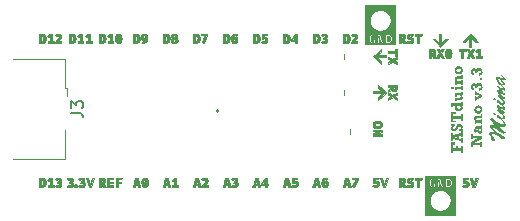
<source format=gbr>
%TF.GenerationSoftware,KiCad,Pcbnew,9.0.1*%
%TF.CreationDate,2025-04-20T22:50:28-04:00*%
%TF.ProjectId,NanoV3.3_Min,4e616e6f-5633-42e3-935f-4d696e2e6b69,rev?*%
%TF.SameCoordinates,Original*%
%TF.FileFunction,Legend,Top*%
%TF.FilePolarity,Positive*%
%FSLAX46Y46*%
G04 Gerber Fmt 4.6, Leading zero omitted, Abs format (unit mm)*
G04 Created by KiCad (PCBNEW 9.0.1) date 2025-04-20 22:50:28*
%MOMM*%
%LPD*%
G01*
G04 APERTURE LIST*
%ADD10C,0.250000*%
%ADD11C,0.150000*%
%ADD12C,0.120000*%
%ADD13C,0.050000*%
%ADD14C,0.163500*%
G04 APERTURE END LIST*
D10*
G36*
X167734227Y-102340094D02*
G01*
X167811896Y-102340094D01*
X167958533Y-102506698D01*
X168058184Y-102642711D01*
X168098110Y-102708416D01*
X168121382Y-102755551D01*
X168136104Y-102799457D01*
X168140341Y-102832854D01*
X168133835Y-102881699D01*
X168114967Y-102923120D01*
X168083097Y-102958974D01*
X168042517Y-102985574D01*
X167994111Y-103002056D01*
X167935819Y-103007884D01*
X167834131Y-102997611D01*
X167732120Y-102966210D01*
X167632343Y-102917173D01*
X167524300Y-102847600D01*
X167415066Y-102764392D01*
X167283965Y-102654617D01*
X167194019Y-102580318D01*
X167174788Y-102569346D01*
X167164530Y-102573651D01*
X167160225Y-102582810D01*
X167172651Y-102608539D01*
X167246229Y-102701146D01*
X167344082Y-102806702D01*
X167499845Y-102958333D01*
X167677100Y-103116398D01*
X167898907Y-103297770D01*
X167983080Y-103362891D01*
X168077052Y-103440835D01*
X168094609Y-103464107D01*
X168099309Y-103481410D01*
X168094258Y-103498533D01*
X168076847Y-103515695D01*
X168039958Y-103533617D01*
X167979153Y-103549627D01*
X167914112Y-103555049D01*
X167873244Y-103548904D01*
X167826459Y-103528671D01*
X167659672Y-103414640D01*
X167457347Y-103269743D01*
X167257678Y-103143805D01*
X167128352Y-103072822D01*
X167081077Y-103055093D01*
X167043813Y-103049924D01*
X167020630Y-103054625D01*
X167014779Y-103065403D01*
X167021554Y-103089195D01*
X167050429Y-103133408D01*
X167118735Y-103210300D01*
X167237568Y-103321077D01*
X167428404Y-103475640D01*
X167643827Y-103632746D01*
X167904769Y-103805826D01*
X168028051Y-103886334D01*
X168052622Y-103912899D01*
X168060016Y-103940464D01*
X168053652Y-103961711D01*
X168031192Y-103984481D01*
X167982988Y-104010074D01*
X167908760Y-104034984D01*
X167858607Y-104041764D01*
X167823345Y-104028941D01*
X167515782Y-103806650D01*
X167275722Y-103652044D01*
X167166318Y-103590600D01*
X167088968Y-103553858D01*
X167018835Y-103529669D01*
X166974112Y-103523267D01*
X166950236Y-103527810D01*
X166937429Y-103539651D01*
X166932805Y-103560270D01*
X166940717Y-103596841D01*
X166974845Y-103670912D01*
X167089883Y-103869848D01*
X167201716Y-104063380D01*
X167232743Y-104133146D01*
X167240459Y-104173106D01*
X167235867Y-104193569D01*
X167223147Y-104205323D01*
X167199426Y-104209834D01*
X167099592Y-104195454D01*
X167027576Y-104179267D01*
X166989316Y-104165504D01*
X166947352Y-104132853D01*
X166879957Y-104054312D01*
X166820886Y-103972550D01*
X166811996Y-103954844D01*
X166814601Y-103946369D01*
X166822071Y-103943670D01*
X166836451Y-103952921D01*
X166891039Y-104015020D01*
X166912388Y-104031667D01*
X166930057Y-104038742D01*
X166830818Y-103858979D01*
X166762812Y-103708373D01*
X166715329Y-103569654D01*
X166704193Y-103501926D01*
X166712846Y-103474467D01*
X166743486Y-103445598D01*
X166784886Y-103421834D01*
X166833886Y-103401359D01*
X166899832Y-103383224D01*
X166954349Y-103389295D01*
X167024304Y-103410061D01*
X167190176Y-103482417D01*
X167424740Y-103598189D01*
X167295689Y-103498995D01*
X167181749Y-103403191D01*
X167069917Y-103306288D01*
X166995074Y-103236103D01*
X166922363Y-103156445D01*
X166856465Y-103073403D01*
X166807050Y-103000648D01*
X166770259Y-102932265D01*
X166762171Y-102901455D01*
X166771540Y-102867508D01*
X166802745Y-102835235D01*
X166845044Y-102813389D01*
X166889299Y-102806292D01*
X166925357Y-102813492D01*
X167004246Y-102845402D01*
X167220218Y-102959341D01*
X167557547Y-103159651D01*
X167299352Y-102918949D01*
X167106828Y-102731371D01*
X167014046Y-102628697D01*
X166921631Y-102515491D01*
X166843412Y-102425823D01*
X166799173Y-102366838D01*
X166787120Y-102340707D01*
X166783511Y-102318387D01*
X166795181Y-102291587D01*
X166845976Y-102249052D01*
X166904156Y-102214881D01*
X166926668Y-102207928D01*
X166949113Y-102213177D01*
X166979241Y-102232383D01*
X167090341Y-102332675D01*
X167243087Y-102464323D01*
X167392958Y-102574200D01*
X167544309Y-102667142D01*
X167671212Y-102729173D01*
X167791672Y-102770704D01*
X167869232Y-102781746D01*
X167909736Y-102777090D01*
X167933162Y-102765626D01*
X167947457Y-102745877D01*
X167952763Y-102714976D01*
X167949674Y-102683711D01*
X167940581Y-102655075D01*
X167905868Y-102593068D01*
X167862637Y-102527947D01*
X167807683Y-102443500D01*
X167761429Y-102379020D01*
X167734227Y-102340094D01*
G37*
G36*
X167290376Y-101929857D02*
G01*
X167285560Y-101955407D01*
X167270318Y-101980599D01*
X167247446Y-101998548D01*
X167219302Y-102004504D01*
X167173928Y-101994792D01*
X167117636Y-101960723D01*
X167084644Y-101928707D01*
X167067202Y-101898699D01*
X167061765Y-101869407D01*
X167066806Y-101839849D01*
X167081457Y-101816193D01*
X167104496Y-101800463D01*
X167137969Y-101794760D01*
X167182152Y-101804269D01*
X167236521Y-101837533D01*
X167268005Y-101868801D01*
X167284984Y-101899178D01*
X167290376Y-101929857D01*
G37*
G36*
X167742195Y-101857226D02*
G01*
X167823894Y-101857226D01*
X167941308Y-101959054D01*
X168016877Y-102044071D01*
X168055846Y-102104476D01*
X168075843Y-102152877D01*
X168081723Y-102192174D01*
X168072078Y-102243878D01*
X168043649Y-102285503D01*
X167992697Y-102319577D01*
X167900407Y-102350531D01*
X167798707Y-102361068D01*
X167721862Y-102352825D01*
X167661595Y-102333133D01*
X167587589Y-102291001D01*
X167470176Y-102206418D01*
X167400610Y-102135445D01*
X167365341Y-102075185D01*
X167354856Y-102022089D01*
X167361557Y-101983574D01*
X167378487Y-101963645D01*
X167406880Y-101956693D01*
X167444479Y-101964662D01*
X167512759Y-101997451D01*
X167578184Y-102038959D01*
X167614975Y-102070266D01*
X167734868Y-102186037D01*
X167770575Y-102206116D01*
X167810614Y-102212782D01*
X167843364Y-102206103D01*
X167870239Y-102186037D01*
X167887888Y-102156047D01*
X167894145Y-102116337D01*
X167886160Y-102068859D01*
X167859065Y-102011556D01*
X167816823Y-101950257D01*
X167742195Y-101857226D01*
G37*
G36*
X167561669Y-101176521D02*
G01*
X167703769Y-101292994D01*
X167789441Y-101343758D01*
X167838549Y-101356131D01*
X167862678Y-101351901D01*
X167875201Y-101341186D01*
X167879582Y-101323158D01*
X167873210Y-101293174D01*
X167848807Y-101247229D01*
X167734959Y-101093814D01*
X167812629Y-101093814D01*
X167944816Y-101232795D01*
X168019533Y-101318670D01*
X168058331Y-101373653D01*
X168077549Y-101415322D01*
X168083005Y-101447172D01*
X168076180Y-101484656D01*
X168057143Y-101510457D01*
X168023968Y-101527424D01*
X167970074Y-101534092D01*
X167905136Y-101523742D01*
X167838915Y-101495441D01*
X167740913Y-101440486D01*
X167605358Y-101360527D01*
X167640118Y-101412216D01*
X167717649Y-101497364D01*
X167821788Y-101594542D01*
X167931605Y-101680088D01*
X168013488Y-101747225D01*
X168029890Y-101769886D01*
X168034829Y-101791463D01*
X168029015Y-101810996D01*
X168008625Y-101831605D01*
X167965036Y-101854386D01*
X167891772Y-101875118D01*
X167803469Y-101882505D01*
X167749870Y-101878837D01*
X167714443Y-101869590D01*
X167623676Y-101818483D01*
X167523431Y-101747940D01*
X167463667Y-101695934D01*
X167423833Y-101642222D01*
X167412376Y-101595733D01*
X167415633Y-101564184D01*
X167424374Y-101541145D01*
X167439639Y-101525427D01*
X167462018Y-101520079D01*
X167485099Y-101526490D01*
X167506440Y-101540687D01*
X167542893Y-101573018D01*
X167670848Y-101680204D01*
X167739946Y-101724303D01*
X167773611Y-101734219D01*
X167794673Y-101729402D01*
X167800355Y-101717641D01*
X167794133Y-101705070D01*
X167761246Y-101671754D01*
X167657657Y-101580987D01*
X167593571Y-101521679D01*
X167523109Y-101448638D01*
X167455310Y-101368249D01*
X167388012Y-101274615D01*
X167357224Y-101220439D01*
X167348995Y-101182841D01*
X167357603Y-101167405D01*
X167395981Y-101148036D01*
X167443236Y-101135758D01*
X167490045Y-101131733D01*
X167515296Y-101140127D01*
X167561669Y-101176521D01*
G37*
G36*
X167290376Y-100682753D02*
G01*
X167285560Y-100708303D01*
X167270318Y-100733495D01*
X167247446Y-100751444D01*
X167219302Y-100757400D01*
X167173928Y-100747688D01*
X167117636Y-100713619D01*
X167084644Y-100681604D01*
X167067202Y-100651595D01*
X167061765Y-100622303D01*
X167066806Y-100592745D01*
X167081457Y-100569089D01*
X167104496Y-100553359D01*
X167137969Y-100547656D01*
X167182152Y-100557165D01*
X167236521Y-100590429D01*
X167268005Y-100621697D01*
X167284984Y-100652074D01*
X167290376Y-100682753D01*
G37*
G36*
X167742195Y-100610122D02*
G01*
X167823894Y-100610122D01*
X167941308Y-100711950D01*
X168016877Y-100796967D01*
X168055846Y-100857372D01*
X168075843Y-100905773D01*
X168081723Y-100945070D01*
X168072078Y-100996774D01*
X168043649Y-101038399D01*
X167992697Y-101072473D01*
X167900407Y-101103427D01*
X167798707Y-101113964D01*
X167721862Y-101105721D01*
X167661595Y-101086029D01*
X167587589Y-101043897D01*
X167470176Y-100959314D01*
X167400610Y-100888341D01*
X167365341Y-100828081D01*
X167354856Y-100774985D01*
X167361557Y-100736470D01*
X167378487Y-100716541D01*
X167406880Y-100709589D01*
X167444479Y-100717558D01*
X167512759Y-100750347D01*
X167578184Y-100791855D01*
X167614975Y-100823162D01*
X167734868Y-100938933D01*
X167770575Y-100959012D01*
X167810614Y-100965678D01*
X167843364Y-100958999D01*
X167870239Y-100938933D01*
X167887888Y-100908943D01*
X167894145Y-100869233D01*
X167886160Y-100821755D01*
X167859065Y-100764453D01*
X167816823Y-100703153D01*
X167742195Y-100610122D01*
G37*
G36*
X167883520Y-100153906D02*
G01*
X167664709Y-99913022D01*
X167519537Y-99753745D01*
X167429503Y-99651346D01*
X167398520Y-99609480D01*
X167392409Y-99593552D01*
X167401633Y-99571566D01*
X167441960Y-99546017D01*
X167490627Y-99528615D01*
X167522743Y-99523943D01*
X167547417Y-99534432D01*
X167615433Y-99589339D01*
X167730013Y-99686609D01*
X167774095Y-99710880D01*
X167818216Y-99718574D01*
X167842220Y-99714083D01*
X167860531Y-99701080D01*
X167872453Y-99681858D01*
X167876468Y-99659040D01*
X167870053Y-99629776D01*
X167846426Y-99589156D01*
X167734043Y-99454242D01*
X167813270Y-99454242D01*
X167958900Y-99617274D01*
X168014665Y-99689009D01*
X168050216Y-99744494D01*
X168074059Y-99797485D01*
X168080624Y-99835261D01*
X168074455Y-99865617D01*
X168055894Y-99890674D01*
X168028495Y-99907305D01*
X167994528Y-99913022D01*
X167959681Y-99909969D01*
X167923729Y-99900566D01*
X167839007Y-99862464D01*
X167721679Y-99794778D01*
X167597848Y-99715368D01*
X167761979Y-99898825D01*
X167897991Y-100030900D01*
X167989583Y-100111775D01*
X168028272Y-100153620D01*
X168048059Y-100189193D01*
X168053971Y-100220493D01*
X168046035Y-100250643D01*
X168022593Y-100269202D01*
X167975935Y-100276730D01*
X167940027Y-100269217D01*
X167865843Y-100236613D01*
X167664892Y-100122491D01*
X167641536Y-100116904D01*
X167628804Y-100121254D01*
X167624501Y-100134489D01*
X167632237Y-100156751D01*
X167666083Y-100197870D01*
X167841297Y-100361818D01*
X167938841Y-100438022D01*
X168019899Y-100499480D01*
X168035970Y-100519556D01*
X168040690Y-100538223D01*
X168034869Y-100560616D01*
X168015141Y-100583861D01*
X167974653Y-100609206D01*
X167905016Y-100633117D01*
X167821879Y-100641537D01*
X167761210Y-100635939D01*
X167712428Y-100620380D01*
X167598214Y-100554984D01*
X167506024Y-100487562D01*
X167454416Y-100442052D01*
X167421226Y-100395293D01*
X167411002Y-100348629D01*
X167414304Y-100319630D01*
X167423550Y-100296514D01*
X167438722Y-100280208D01*
X167458263Y-100274990D01*
X167483031Y-100282073D01*
X167530986Y-100312817D01*
X167580175Y-100354125D01*
X167633660Y-100408072D01*
X167704460Y-100465957D01*
X167744352Y-100488125D01*
X167764543Y-100493251D01*
X167783110Y-100488200D01*
X167788632Y-100474658D01*
X167778046Y-100454060D01*
X167717740Y-100388196D01*
X167562585Y-100233316D01*
X167483083Y-100148954D01*
X167422542Y-100075962D01*
X167378467Y-100003806D01*
X167366580Y-99952040D01*
X167372582Y-99922696D01*
X167390485Y-99899192D01*
X167416687Y-99883727D01*
X167449104Y-99878401D01*
X167475740Y-99884170D01*
X167531261Y-99909358D01*
X167676616Y-99999301D01*
X167883520Y-100153906D01*
G37*
G36*
X167965970Y-98750034D02*
G01*
X168051509Y-98854599D01*
X168091249Y-98926112D01*
X168101782Y-98974671D01*
X168094528Y-99011267D01*
X168074671Y-99033839D01*
X168043905Y-99046457D01*
X167995811Y-99051425D01*
X167908934Y-99040201D01*
X167775809Y-98998394D01*
X167999749Y-99210793D01*
X168042977Y-99262800D01*
X168064063Y-99302122D01*
X168070000Y-99332335D01*
X168062095Y-99355750D01*
X168030249Y-99390678D01*
X167986481Y-99422014D01*
X167927850Y-99451403D01*
X167863871Y-99471132D01*
X167797699Y-99477690D01*
X167751027Y-99475129D01*
X167716092Y-99468347D01*
X167683903Y-99455186D01*
X167648955Y-99432169D01*
X167559105Y-99346623D01*
X167468771Y-99238839D01*
X167399208Y-99138092D01*
X167347804Y-99043548D01*
X167305647Y-98942541D01*
X167284577Y-98868777D01*
X167283870Y-98862472D01*
X167452950Y-98862472D01*
X167572366Y-99098533D01*
X167657473Y-99231218D01*
X167720286Y-99298123D01*
X167777883Y-99332971D01*
X167832962Y-99343692D01*
X167863614Y-99340786D01*
X167885718Y-99333067D01*
X167901177Y-99320088D01*
X167905868Y-99304582D01*
X167891672Y-99266023D01*
X167818710Y-99164525D01*
X167724518Y-99070018D01*
X167612060Y-98978992D01*
X167452950Y-98862472D01*
X167283870Y-98862472D01*
X167278653Y-98815944D01*
X167283131Y-98794582D01*
X167297337Y-98774179D01*
X167340202Y-98744045D01*
X167376472Y-98733054D01*
X167394243Y-98736987D01*
X167406056Y-98748258D01*
X167426755Y-98796527D01*
X167466140Y-98779399D01*
X167508271Y-98761814D01*
X167537489Y-98755586D01*
X167566710Y-98764511D01*
X167631095Y-98805594D01*
X167730655Y-98875204D01*
X167764689Y-98889714D01*
X167807774Y-98894896D01*
X167850142Y-98886753D01*
X167872960Y-98865457D01*
X167881230Y-98828217D01*
X167871113Y-98783575D01*
X167831420Y-98712082D01*
X167743477Y-98600797D01*
X167813270Y-98600797D01*
X167965970Y-98750034D01*
G37*
G36*
X164450000Y-105163458D02*
G01*
X164289776Y-105163458D01*
X164289776Y-105027537D01*
X163660607Y-105027537D01*
X163660607Y-105163458D01*
X163500383Y-105163458D01*
X163500383Y-104313005D01*
X163793475Y-104313005D01*
X163793475Y-104494721D01*
X163660607Y-104494721D01*
X163660607Y-104780241D01*
X163879448Y-104780241D01*
X163879448Y-104574589D01*
X164039672Y-104574589D01*
X164039672Y-104780241D01*
X164289776Y-104780241D01*
X164289776Y-104634062D01*
X164450000Y-104634062D01*
X164450000Y-105163458D01*
G37*
G36*
X164450000Y-103830442D02*
G01*
X164289776Y-103830442D01*
X164289776Y-103708809D01*
X164125645Y-103753872D01*
X164125645Y-104000496D01*
X164289776Y-104051054D01*
X164289776Y-103923987D01*
X164450000Y-103923987D01*
X164450000Y-104344817D01*
X164289776Y-104344817D01*
X164289776Y-104227336D01*
X163660607Y-104042200D01*
X163660607Y-104168596D01*
X163500383Y-104168596D01*
X163500383Y-103872085D01*
X163700907Y-103872085D01*
X163984961Y-103957509D01*
X163984961Y-103792828D01*
X163700907Y-103872085D01*
X163500383Y-103872085D01*
X163500383Y-103548280D01*
X163660607Y-103548280D01*
X163660607Y-103676019D01*
X164289776Y-103476595D01*
X164289776Y-103363144D01*
X164450000Y-103363144D01*
X164450000Y-103830442D01*
G37*
G36*
X164450000Y-103340185D02*
G01*
X164125645Y-103340185D01*
X164125645Y-103178985D01*
X164185684Y-103171737D01*
X164229785Y-103155782D01*
X164261749Y-103132518D01*
X164286442Y-103101284D01*
X164300664Y-103068384D01*
X164305408Y-103032806D01*
X164301940Y-103004942D01*
X164291822Y-102980655D01*
X164274755Y-102959044D01*
X164252815Y-102942159D01*
X164229031Y-102932280D01*
X164202643Y-102928941D01*
X164174452Y-102932297D01*
X164150065Y-102942032D01*
X164128576Y-102958312D01*
X164099593Y-102994861D01*
X164059822Y-103065595D01*
X164001520Y-103174914D01*
X163954788Y-103246238D01*
X163917611Y-103289322D01*
X163873415Y-103321352D01*
X163819177Y-103341267D01*
X163752076Y-103348367D01*
X163690190Y-103343020D01*
X163638334Y-103327929D01*
X163594610Y-103303832D01*
X163557658Y-103270515D01*
X163527017Y-103229505D01*
X163505692Y-103186760D01*
X163492961Y-103141702D01*
X163488660Y-103093561D01*
X163494590Y-103039019D01*
X163511593Y-102992645D01*
X163539543Y-102952654D01*
X163579701Y-102918011D01*
X163500383Y-102918011D01*
X163500383Y-102757483D01*
X163789567Y-102757483D01*
X163789567Y-102918011D01*
X163746408Y-102927024D01*
X163712364Y-102942529D01*
X163685642Y-102964112D01*
X163665023Y-102991590D01*
X163652956Y-103021227D01*
X163648883Y-103053933D01*
X163654407Y-103091054D01*
X163670254Y-103120916D01*
X163694925Y-103141396D01*
X163726125Y-103148210D01*
X163754392Y-103142809D01*
X163782301Y-103125679D01*
X163808881Y-103091162D01*
X163858627Y-102993849D01*
X163907312Y-102895479D01*
X163944966Y-102832282D01*
X163972715Y-102797328D01*
X164005337Y-102767725D01*
X164043274Y-102743134D01*
X164084719Y-102725227D01*
X164130957Y-102714177D01*
X164182920Y-102710344D01*
X164252788Y-102716138D01*
X164309820Y-102732285D01*
X164356494Y-102757693D01*
X164394617Y-102792349D01*
X164425731Y-102835278D01*
X164447729Y-102881414D01*
X164461066Y-102931458D01*
X164465631Y-102986338D01*
X164459464Y-103046966D01*
X164441899Y-103098085D01*
X164413335Y-103141679D01*
X164372819Y-103178985D01*
X164450000Y-103178985D01*
X164450000Y-103340185D01*
G37*
G36*
X164450000Y-102457614D02*
G01*
X164289776Y-102457614D01*
X164289776Y-102314854D01*
X163660607Y-102314854D01*
X163660607Y-102457614D01*
X163883356Y-102457614D01*
X163883356Y-102620890D01*
X163500383Y-102620890D01*
X163500383Y-101759507D01*
X163883356Y-101759507D01*
X163883356Y-101920707D01*
X163660607Y-101920707D01*
X163660607Y-102067558D01*
X164289776Y-102067558D01*
X164289776Y-101924798D01*
X164450000Y-101924798D01*
X164450000Y-102457614D01*
G37*
G36*
X164450000Y-101187123D02*
G01*
X164369705Y-101187123D01*
X164409774Y-101234255D01*
X164436856Y-101281355D01*
X164452599Y-101329103D01*
X164457815Y-101378427D01*
X164451515Y-101437861D01*
X164433111Y-101490941D01*
X164402393Y-101539149D01*
X164357920Y-101583408D01*
X164305932Y-101618619D01*
X164248933Y-101643853D01*
X164185982Y-101659334D01*
X164115875Y-101664679D01*
X164044779Y-101659172D01*
X163981399Y-101643265D01*
X163924429Y-101617393D01*
X163872854Y-101581331D01*
X163828603Y-101536130D01*
X163798191Y-101487783D01*
X163780090Y-101435439D01*
X163773935Y-101377755D01*
X163779836Y-101322261D01*
X163781223Y-101318282D01*
X163945882Y-101318282D01*
X163951397Y-101357257D01*
X163967147Y-101388628D01*
X163993632Y-101414269D01*
X164027030Y-101432373D01*
X164068224Y-101443932D01*
X164119112Y-101448097D01*
X164167300Y-101444102D01*
X164208261Y-101432774D01*
X164243309Y-101414636D01*
X164271304Y-101388972D01*
X164287880Y-101357293D01*
X164293684Y-101317610D01*
X164289215Y-101284239D01*
X164275870Y-101253731D01*
X164252773Y-101225103D01*
X164222792Y-101204309D01*
X164179932Y-101190392D01*
X164119783Y-101185108D01*
X164058305Y-101190534D01*
X164015270Y-101204720D01*
X163985816Y-101225775D01*
X163963250Y-101254739D01*
X163950228Y-101285266D01*
X163945882Y-101318282D01*
X163781223Y-101318282D01*
X163797059Y-101272840D01*
X163825783Y-101228084D01*
X163867358Y-101187123D01*
X163652791Y-101187123D01*
X163652791Y-101290316D01*
X163500383Y-101290316D01*
X163500383Y-100976098D01*
X164297592Y-100976098D01*
X164297592Y-100867471D01*
X164450000Y-100867471D01*
X164450000Y-101187123D01*
G37*
G36*
X164297592Y-100002607D02*
G01*
X164450000Y-100002607D01*
X164450000Y-100320306D01*
X164390893Y-100320306D01*
X164429040Y-100386000D01*
X164450758Y-100449761D01*
X164457815Y-100512891D01*
X164451331Y-100574504D01*
X164433264Y-100623562D01*
X164404387Y-100662856D01*
X164365550Y-100692119D01*
X164316313Y-100710505D01*
X164253628Y-100717139D01*
X163941974Y-100717139D01*
X163941974Y-100816241D01*
X163789567Y-100816241D01*
X163789567Y-100506785D01*
X164200628Y-100506785D01*
X164245227Y-100502246D01*
X164267794Y-100491764D01*
X164280683Y-100472506D01*
X164285868Y-100437115D01*
X164281289Y-100402896D01*
X164266420Y-100364428D01*
X164238729Y-100320306D01*
X163941974Y-100320306D01*
X163941974Y-100422033D01*
X163789567Y-100422033D01*
X163789567Y-100109219D01*
X164297592Y-100109219D01*
X164297592Y-100002607D01*
G37*
G36*
X163600401Y-99816799D02*
G01*
X163570030Y-99813012D01*
X163543123Y-99801893D01*
X163518763Y-99783032D01*
X163499772Y-99758764D01*
X163488570Y-99731864D01*
X163484752Y-99701394D01*
X163488598Y-99670452D01*
X163499824Y-99643447D01*
X163518763Y-99619390D01*
X163543102Y-99600712D01*
X163570010Y-99589686D01*
X163600401Y-99585928D01*
X163630717Y-99589725D01*
X163657497Y-99600866D01*
X163681673Y-99619756D01*
X163700438Y-99643962D01*
X163711530Y-99670862D01*
X163715317Y-99701394D01*
X163711526Y-99731393D01*
X163700349Y-99758186D01*
X163681306Y-99782666D01*
X163656934Y-99801787D01*
X163630264Y-99812998D01*
X163600401Y-99816799D01*
G37*
G36*
X163941974Y-99909733D02*
G01*
X163789567Y-99909733D01*
X163789567Y-99598202D01*
X164297592Y-99598202D01*
X164297592Y-99499833D01*
X164450000Y-99499833D01*
X164450000Y-99909733D01*
X164297592Y-99909733D01*
X164297592Y-99809289D01*
X163941974Y-99809289D01*
X163941974Y-99909733D01*
G37*
G36*
X163941974Y-99423263D02*
G01*
X163789567Y-99423263D01*
X163789567Y-99111120D01*
X163844277Y-99111120D01*
X163804099Y-99044777D01*
X163781321Y-98980561D01*
X163773935Y-98917069D01*
X163779264Y-98863641D01*
X163794126Y-98820696D01*
X163817818Y-98785956D01*
X163850999Y-98758009D01*
X163895586Y-98736509D01*
X163954538Y-98722218D01*
X164031612Y-98716912D01*
X164297592Y-98716912D01*
X164297592Y-98617200D01*
X164450000Y-98617200D01*
X164450000Y-98927999D01*
X164044556Y-98927999D01*
X163994713Y-98932497D01*
X163969879Y-98942715D01*
X163955227Y-98961119D01*
X163949790Y-98990892D01*
X163954214Y-99028837D01*
X163968065Y-99068603D01*
X163992838Y-99111120D01*
X164297592Y-99111120D01*
X164297592Y-99009332D01*
X164450000Y-99009332D01*
X164450000Y-99423263D01*
X164297592Y-99423263D01*
X164297592Y-99322207D01*
X163941974Y-99322207D01*
X163941974Y-99423263D01*
G37*
G36*
X164198024Y-97856756D02*
G01*
X164264867Y-97875885D01*
X164322421Y-97906663D01*
X164372208Y-97949440D01*
X164412804Y-98001798D01*
X164441746Y-98059829D01*
X164459488Y-98124652D01*
X164465631Y-98197774D01*
X164459604Y-98269463D01*
X164442123Y-98333651D01*
X164413487Y-98391721D01*
X164373185Y-98444704D01*
X164323821Y-98487991D01*
X164266311Y-98519179D01*
X164199045Y-98538607D01*
X164119783Y-98545454D01*
X164040522Y-98538607D01*
X163973256Y-98519179D01*
X163915745Y-98487991D01*
X163866381Y-98444704D01*
X163826080Y-98391721D01*
X163797444Y-98333651D01*
X163779963Y-98269463D01*
X163773992Y-98198446D01*
X163938066Y-98198446D01*
X163942993Y-98237352D01*
X163956818Y-98267978D01*
X163979494Y-98292346D01*
X164012768Y-98311241D01*
X164059886Y-98324062D01*
X164125218Y-98328933D01*
X164175417Y-98324988D01*
X164217044Y-98313939D01*
X164251674Y-98296509D01*
X164279177Y-98271409D01*
X164295659Y-98239471D01*
X164301500Y-98198446D01*
X164296423Y-98161400D01*
X164281697Y-98130135D01*
X164256742Y-98103191D01*
X164224696Y-98084277D01*
X164179341Y-98071480D01*
X164116364Y-98066616D01*
X164061336Y-98071098D01*
X164018472Y-98083328D01*
X163985205Y-98102153D01*
X163958959Y-98128701D01*
X163943447Y-98160245D01*
X163938066Y-98198446D01*
X163773992Y-98198446D01*
X163773935Y-98197774D01*
X163779979Y-98125689D01*
X163797486Y-98061327D01*
X163826124Y-98003274D01*
X163866381Y-97950478D01*
X163915726Y-97907336D01*
X163973229Y-97876240D01*
X164040502Y-97856863D01*
X164119783Y-97850033D01*
X164198024Y-97856756D01*
G37*
G36*
X166130000Y-104682911D02*
G01*
X165969776Y-104682911D01*
X165969776Y-104555844D01*
X165340607Y-104555844D01*
X165340607Y-104682911D01*
X165180383Y-104682911D01*
X165180383Y-104284612D01*
X165773039Y-103934185D01*
X165340607Y-103934185D01*
X165340607Y-104057833D01*
X165180383Y-104057833D01*
X165180383Y-103631568D01*
X165340607Y-103631568D01*
X165340607Y-103764802D01*
X166137815Y-103764802D01*
X166137815Y-103976561D01*
X165432808Y-104386400D01*
X165969776Y-104386400D01*
X165969776Y-104266843D01*
X166130000Y-104266843D01*
X166130000Y-104682911D01*
G37*
G36*
X166130000Y-103134412D02*
G01*
X166073579Y-103134412D01*
X166109937Y-103193783D01*
X166130904Y-103253467D01*
X166137815Y-103314724D01*
X166131422Y-103378386D01*
X166112896Y-103434430D01*
X166082311Y-103484473D01*
X166051939Y-103515885D01*
X166017600Y-103537854D01*
X165978489Y-103551215D01*
X165933323Y-103555853D01*
X165888011Y-103551128D01*
X165847261Y-103537295D01*
X165809999Y-103514186D01*
X165775542Y-103480748D01*
X165748353Y-103441642D01*
X165728553Y-103396995D01*
X165716192Y-103345795D01*
X165711856Y-103286758D01*
X165715241Y-103256716D01*
X165840816Y-103256716D01*
X165845920Y-103291324D01*
X165861210Y-103322662D01*
X165876736Y-103339094D01*
X165896009Y-103348892D01*
X165920256Y-103352337D01*
X165952631Y-103346357D01*
X165980034Y-103328462D01*
X165998581Y-103301446D01*
X166004947Y-103266913D01*
X165998617Y-103229952D01*
X165977345Y-103186600D01*
X165935949Y-103134412D01*
X165888627Y-103134412D01*
X165859517Y-103187419D01*
X165844953Y-103227118D01*
X165840816Y-103256716D01*
X165715241Y-103256716D01*
X165719512Y-103218808D01*
X165745317Y-103134412D01*
X165704895Y-103134412D01*
X165671866Y-103138366D01*
X165643972Y-103149734D01*
X165620020Y-103168606D01*
X165601959Y-103193204D01*
X165590777Y-103223187D01*
X165586803Y-103260074D01*
X165592497Y-103305364D01*
X165609220Y-103345446D01*
X165637606Y-103381707D01*
X165607442Y-103551761D01*
X165562854Y-103524207D01*
X165526105Y-103488310D01*
X165496452Y-103443084D01*
X165473910Y-103386810D01*
X165459250Y-103317173D01*
X165453935Y-103231376D01*
X165459839Y-103140153D01*
X165475429Y-103072923D01*
X165501370Y-103015879D01*
X165530933Y-102979378D01*
X165566929Y-102952933D01*
X165605488Y-102935964D01*
X165652318Y-102927135D01*
X165737196Y-102923325D01*
X165977592Y-102923325D01*
X165977592Y-102816774D01*
X166130000Y-102816774D01*
X166130000Y-103134412D01*
G37*
G36*
X165621974Y-102746920D02*
G01*
X165469567Y-102746920D01*
X165469567Y-102434778D01*
X165524277Y-102434778D01*
X165484099Y-102368434D01*
X165461321Y-102304219D01*
X165453935Y-102240727D01*
X165459264Y-102187298D01*
X165474126Y-102144354D01*
X165497818Y-102109613D01*
X165530999Y-102081667D01*
X165575586Y-102060166D01*
X165634538Y-102045875D01*
X165711612Y-102040570D01*
X165977592Y-102040570D01*
X165977592Y-101940858D01*
X166130000Y-101940858D01*
X166130000Y-102251657D01*
X165724556Y-102251657D01*
X165674713Y-102256154D01*
X165649879Y-102266372D01*
X165635227Y-102284777D01*
X165629790Y-102314549D01*
X165634214Y-102352495D01*
X165648065Y-102392261D01*
X165672838Y-102434778D01*
X165977592Y-102434778D01*
X165977592Y-102332990D01*
X166130000Y-102332990D01*
X166130000Y-102746920D01*
X165977592Y-102746920D01*
X165977592Y-102645865D01*
X165621974Y-102645865D01*
X165621974Y-102746920D01*
G37*
G36*
X165878024Y-101180414D02*
G01*
X165944867Y-101199542D01*
X166002421Y-101230320D01*
X166052208Y-101273098D01*
X166092804Y-101325456D01*
X166121746Y-101383487D01*
X166139488Y-101448309D01*
X166145631Y-101521432D01*
X166139604Y-101593120D01*
X166122123Y-101657308D01*
X166093487Y-101715379D01*
X166053185Y-101768361D01*
X166003821Y-101811649D01*
X165946311Y-101842836D01*
X165879045Y-101862265D01*
X165799783Y-101869111D01*
X165720522Y-101862265D01*
X165653256Y-101842836D01*
X165595745Y-101811649D01*
X165546381Y-101768361D01*
X165506080Y-101715379D01*
X165477444Y-101657308D01*
X165459963Y-101593120D01*
X165453991Y-101522103D01*
X165618066Y-101522103D01*
X165622993Y-101561009D01*
X165636818Y-101591636D01*
X165659494Y-101616004D01*
X165692768Y-101634898D01*
X165739886Y-101647719D01*
X165805218Y-101652590D01*
X165855417Y-101648645D01*
X165897044Y-101637597D01*
X165931674Y-101620167D01*
X165959177Y-101595067D01*
X165975659Y-101563129D01*
X165981500Y-101522103D01*
X165976423Y-101485058D01*
X165961697Y-101453793D01*
X165936742Y-101426849D01*
X165904696Y-101407935D01*
X165859341Y-101395137D01*
X165796364Y-101390273D01*
X165741336Y-101394756D01*
X165698472Y-101406986D01*
X165665205Y-101425811D01*
X165638959Y-101452359D01*
X165623447Y-101483903D01*
X165618066Y-101522103D01*
X165453991Y-101522103D01*
X165453935Y-101521432D01*
X165459979Y-101449347D01*
X165477486Y-101384985D01*
X165506124Y-101326932D01*
X165546381Y-101274136D01*
X165595726Y-101230993D01*
X165653229Y-101199898D01*
X165720502Y-101180520D01*
X165799783Y-101173691D01*
X165878024Y-101180414D01*
G37*
G36*
X166137815Y-100454274D02*
G01*
X165621974Y-100677634D01*
X165621974Y-100773316D01*
X165469567Y-100773316D01*
X165469567Y-100372330D01*
X165621974Y-100372330D01*
X165621974Y-100454274D01*
X165921416Y-100351142D01*
X165621974Y-100229509D01*
X165621974Y-100316276D01*
X165469567Y-100316276D01*
X165469567Y-99965849D01*
X165621974Y-99965849D01*
X165621974Y-100060127D01*
X166137815Y-100274633D01*
X166137815Y-100454274D01*
G37*
G36*
X165844052Y-99918588D02*
G01*
X165829092Y-99735528D01*
X165896723Y-99727850D01*
X165942611Y-99710563D01*
X165972732Y-99685750D01*
X165990715Y-99653062D01*
X165997131Y-99609804D01*
X165992508Y-99574782D01*
X165979129Y-99545187D01*
X165956587Y-99519678D01*
X165927813Y-99500653D01*
X165893890Y-99488935D01*
X165853456Y-99484813D01*
X165813912Y-99488828D01*
X165780314Y-99500300D01*
X165751423Y-99519007D01*
X165729364Y-99544454D01*
X165715535Y-99577756D01*
X165710512Y-99621406D01*
X165711856Y-99663782D01*
X165551632Y-99663782D01*
X165546795Y-99610816D01*
X165533973Y-99572677D01*
X165514630Y-99545629D01*
X165488087Y-99525100D01*
X165458360Y-99512920D01*
X165424382Y-99508749D01*
X165394102Y-99512043D01*
X165368754Y-99521431D01*
X165347262Y-99536775D01*
X165330671Y-99557104D01*
X165320657Y-99581097D01*
X165317159Y-99609865D01*
X165322209Y-99646397D01*
X165336108Y-99673227D01*
X165358847Y-99692871D01*
X165392798Y-99705928D01*
X165442212Y-99710921D01*
X165428656Y-99889218D01*
X165365546Y-99881171D01*
X165313027Y-99863782D01*
X165269166Y-99837737D01*
X165232590Y-99802817D01*
X165203509Y-99760698D01*
X165182426Y-99713147D01*
X165169327Y-99659176D01*
X165164752Y-99597531D01*
X165169544Y-99527159D01*
X165182921Y-99468734D01*
X165203829Y-99420219D01*
X165231857Y-99379972D01*
X165267973Y-99346425D01*
X165309759Y-99322462D01*
X165358340Y-99307631D01*
X165415345Y-99302424D01*
X165473548Y-99308346D01*
X165522779Y-99325233D01*
X165564916Y-99352734D01*
X165601130Y-99391787D01*
X165631744Y-99444513D01*
X165655561Y-99387728D01*
X165684636Y-99344038D01*
X165718744Y-99311218D01*
X165758344Y-99287835D01*
X165804538Y-99273373D01*
X165858951Y-99268291D01*
X165924907Y-99274405D01*
X165980805Y-99291788D01*
X166028612Y-99319848D01*
X166069672Y-99359150D01*
X166102208Y-99406399D01*
X166125819Y-99459829D01*
X166140500Y-99520562D01*
X166145631Y-99590020D01*
X166138616Y-99676603D01*
X166119237Y-99746003D01*
X166089045Y-99801625D01*
X166048226Y-99845975D01*
X165995580Y-99880423D01*
X165928670Y-99905040D01*
X165844052Y-99918588D01*
G37*
G36*
X166130000Y-99063433D02*
G01*
X165899434Y-99063433D01*
X165899434Y-98834638D01*
X166130000Y-98834638D01*
X166130000Y-99063433D01*
G37*
G36*
X165844052Y-98651456D02*
G01*
X165829092Y-98468396D01*
X165896723Y-98460718D01*
X165942611Y-98443431D01*
X165972732Y-98418618D01*
X165990715Y-98385930D01*
X165997131Y-98342672D01*
X165992508Y-98307650D01*
X165979129Y-98278055D01*
X165956587Y-98252547D01*
X165927813Y-98233521D01*
X165893890Y-98221803D01*
X165853456Y-98217681D01*
X165813912Y-98221696D01*
X165780314Y-98233168D01*
X165751423Y-98251875D01*
X165729364Y-98277322D01*
X165715535Y-98310624D01*
X165710512Y-98354274D01*
X165711856Y-98396650D01*
X165551632Y-98396650D01*
X165546795Y-98343684D01*
X165533973Y-98305545D01*
X165514630Y-98278497D01*
X165488087Y-98257968D01*
X165458360Y-98245788D01*
X165424382Y-98241617D01*
X165394102Y-98244911D01*
X165368754Y-98254299D01*
X165347262Y-98269644D01*
X165330671Y-98289972D01*
X165320657Y-98313965D01*
X165317159Y-98342733D01*
X165322209Y-98379266D01*
X165336108Y-98406096D01*
X165358847Y-98425739D01*
X165392798Y-98438796D01*
X165442212Y-98443789D01*
X165428656Y-98622086D01*
X165365546Y-98614039D01*
X165313027Y-98596651D01*
X165269166Y-98570605D01*
X165232590Y-98535685D01*
X165203509Y-98493566D01*
X165182426Y-98446015D01*
X165169327Y-98392044D01*
X165164752Y-98330399D01*
X165169544Y-98260027D01*
X165182921Y-98201602D01*
X165203829Y-98153087D01*
X165231857Y-98112840D01*
X165267973Y-98079293D01*
X165309759Y-98055330D01*
X165358340Y-98040499D01*
X165415345Y-98035293D01*
X165473548Y-98041214D01*
X165522779Y-98058101D01*
X165564916Y-98085602D01*
X165601130Y-98124655D01*
X165631744Y-98177381D01*
X165655561Y-98120596D01*
X165684636Y-98076906D01*
X165718744Y-98044087D01*
X165758344Y-98020703D01*
X165804538Y-98006241D01*
X165858951Y-98001160D01*
X165924907Y-98007273D01*
X165980805Y-98024656D01*
X166028612Y-98052716D01*
X166069672Y-98092018D01*
X166102208Y-98139267D01*
X166125819Y-98192697D01*
X166140500Y-98253430D01*
X166145631Y-98322888D01*
X166138616Y-98409471D01*
X166119237Y-98478871D01*
X166089045Y-98534493D01*
X166048226Y-98578843D01*
X165995580Y-98613291D01*
X165928670Y-98637908D01*
X165844052Y-98651456D01*
G37*
D11*
X131304819Y-101808333D02*
X132019104Y-101808333D01*
X132019104Y-101808333D02*
X132161961Y-101855952D01*
X132161961Y-101855952D02*
X132257200Y-101951190D01*
X132257200Y-101951190D02*
X132304819Y-102094047D01*
X132304819Y-102094047D02*
X132304819Y-102189285D01*
X131304819Y-101427380D02*
X131304819Y-100808333D01*
X131304819Y-100808333D02*
X131685771Y-101141666D01*
X131685771Y-101141666D02*
X131685771Y-100998809D01*
X131685771Y-100998809D02*
X131733390Y-100903571D01*
X131733390Y-100903571D02*
X131781009Y-100855952D01*
X131781009Y-100855952D02*
X131876247Y-100808333D01*
X131876247Y-100808333D02*
X132114342Y-100808333D01*
X132114342Y-100808333D02*
X132209580Y-100855952D01*
X132209580Y-100855952D02*
X132257200Y-100903571D01*
X132257200Y-100903571D02*
X132304819Y-100998809D01*
X132304819Y-100998809D02*
X132304819Y-101284523D01*
X132304819Y-101284523D02*
X132257200Y-101379761D01*
X132257200Y-101379761D02*
X132209580Y-101427380D01*
D12*
%TO.C,TX1*%
X154386000Y-97228000D02*
X154386000Y-96828000D01*
D13*
%TO.C,Silkscreen_Front*%
X155257375Y-95118639D02*
X155257361Y-95118639D01*
X155257395Y-95118638D01*
X155257375Y-95118639D01*
G36*
X155257375Y-95118639D02*
G01*
X155257361Y-95118639D01*
X155257395Y-95118638D01*
X155257375Y-95118639D01*
G37*
X132910440Y-107933358D02*
X133052550Y-107319960D01*
X133234451Y-107319960D01*
X133017410Y-108072368D01*
X132797268Y-108072368D01*
X132581261Y-107319960D01*
X132769880Y-107319960D01*
X132910440Y-107933358D01*
G36*
X132910440Y-107933358D02*
G01*
X133052550Y-107319960D01*
X133234451Y-107319960D01*
X133017410Y-108072368D01*
X132797268Y-108072368D01*
X132581261Y-107319960D01*
X132769880Y-107319960D01*
X132910440Y-107933358D01*
G37*
X142846266Y-95235427D02*
X142554812Y-95888617D01*
X142392031Y-95838491D01*
X142672635Y-95248346D01*
X142341906Y-95248346D01*
X142341906Y-95119155D01*
X142846266Y-95119155D01*
X142846266Y-95235427D01*
G36*
X142846266Y-95235427D02*
G01*
X142554812Y-95888617D01*
X142392031Y-95838491D01*
X142672635Y-95248346D01*
X142341906Y-95248346D01*
X142341906Y-95119155D01*
X142846266Y-95119155D01*
X142846266Y-95235427D01*
G37*
X155580372Y-107427447D02*
X155288918Y-108080637D01*
X155126139Y-108030511D01*
X155406741Y-107440367D01*
X155076010Y-107440367D01*
X155076010Y-107311175D01*
X155580372Y-107311175D01*
X155580372Y-107427447D01*
G36*
X155580372Y-107427447D02*
G01*
X155288918Y-108080637D01*
X155126139Y-108030511D01*
X155406741Y-107440367D01*
X155076010Y-107440367D01*
X155076010Y-107311175D01*
X155580372Y-107311175D01*
X155580372Y-107427447D01*
G37*
X157806591Y-107924058D02*
X157948185Y-107310658D01*
X158130604Y-107310658D01*
X157913563Y-108063067D01*
X157693421Y-108063067D01*
X157477412Y-107310658D01*
X157666031Y-107310658D01*
X157806591Y-107924058D01*
G36*
X157806591Y-107924058D02*
G01*
X157948185Y-107310658D01*
X158130604Y-107310658D01*
X157913563Y-108063067D01*
X157693421Y-108063067D01*
X157477412Y-107310658D01*
X157666031Y-107310658D01*
X157806591Y-107924058D01*
G37*
X165397860Y-107933950D02*
X165539454Y-107320550D01*
X165721873Y-107320550D01*
X165504832Y-108072959D01*
X165284690Y-108072959D01*
X165068681Y-107320550D01*
X165257300Y-107320550D01*
X165397860Y-107933950D01*
G36*
X165397860Y-107933950D02*
G01*
X165539454Y-107320550D01*
X165721873Y-107320550D01*
X165504832Y-108072959D01*
X165284690Y-108072959D01*
X165068681Y-107320550D01*
X165257300Y-107320550D01*
X165397860Y-107933950D01*
G37*
X158872204Y-96979940D02*
X158735779Y-96961338D01*
X158735779Y-96759799D01*
X158119793Y-96759799D01*
X158119793Y-96582032D01*
X158735779Y-96582032D01*
X158735779Y-96370676D01*
X158872204Y-96370676D01*
X158872204Y-96979940D01*
G36*
X158872204Y-96979940D02*
G01*
X158735779Y-96961338D01*
X158735779Y-96759799D01*
X158119793Y-96759799D01*
X158119793Y-96582032D01*
X158735779Y-96582032D01*
X158735779Y-96370676D01*
X158872204Y-96370676D01*
X158872204Y-96979940D01*
G37*
X160996071Y-107319961D02*
X160977971Y-107456386D01*
X160776432Y-107456386D01*
X160776432Y-108072369D01*
X160598153Y-108072369D01*
X160598153Y-107456385D01*
X160387314Y-107456385D01*
X160387314Y-107319960D01*
X160996071Y-107319961D01*
G36*
X160996071Y-107319961D02*
G01*
X160977971Y-107456386D01*
X160776432Y-107456386D01*
X160776432Y-108072369D01*
X160598153Y-108072369D01*
X160598153Y-107456385D01*
X160387314Y-107456385D01*
X160387314Y-107319960D01*
X160996071Y-107319961D01*
G37*
X160977978Y-95264366D02*
X160776440Y-95264366D01*
X160776440Y-95880349D01*
X160598156Y-95880349D01*
X160598156Y-95264366D01*
X160387314Y-95264366D01*
X160387314Y-95127940D01*
X160996079Y-95127940D01*
X160977978Y-95264366D01*
G36*
X160977978Y-95264366D02*
G01*
X160776440Y-95264366D01*
X160776440Y-95880349D01*
X160598156Y-95880349D01*
X160598156Y-95264366D01*
X160387314Y-95264366D01*
X160387314Y-95127940D01*
X160996079Y-95127940D01*
X160977978Y-95264366D01*
G37*
X164712632Y-96534056D02*
X164511094Y-96534056D01*
X164511094Y-97150039D01*
X164333325Y-97150039D01*
X164333325Y-96534056D01*
X164121972Y-96534056D01*
X164121972Y-96397630D01*
X164731232Y-96397630D01*
X164712632Y-96534056D01*
G36*
X164712632Y-96534056D02*
G01*
X164511094Y-96534056D01*
X164511094Y-97150039D01*
X164333325Y-97150039D01*
X164333325Y-96534056D01*
X164121972Y-96534056D01*
X164121972Y-96397630D01*
X164731232Y-96397630D01*
X164712632Y-96534056D01*
G37*
X135566608Y-107447084D02*
X135269469Y-107447084D01*
X135269469Y-107646038D01*
X135533019Y-107646038D01*
X135533019Y-107773680D01*
X135269469Y-107773680D01*
X135269469Y-108072369D01*
X135090668Y-108072369D01*
X135090668Y-107319961D01*
X135585211Y-107319961D01*
X135566608Y-107447084D01*
G36*
X135566608Y-107447084D02*
G01*
X135269469Y-107447084D01*
X135269469Y-107646038D01*
X135533019Y-107646038D01*
X135533019Y-107773680D01*
X135269469Y-107773680D01*
X135269469Y-108072369D01*
X135090668Y-108072369D01*
X135090668Y-107319961D01*
X135585211Y-107319961D01*
X135566608Y-107447084D01*
G37*
X129681180Y-95759943D02*
X129821740Y-95759943D01*
X129821740Y-95889651D01*
X129332881Y-95889651D01*
X129332881Y-95759943D01*
X129513748Y-95759943D01*
X129513748Y-95306223D01*
X129359236Y-95402858D01*
X129286372Y-95285036D01*
X129529252Y-95137242D01*
X129681180Y-95137242D01*
X129681180Y-95759943D01*
G36*
X129681180Y-95759943D02*
G01*
X129821740Y-95759943D01*
X129821740Y-95889651D01*
X129332881Y-95889651D01*
X129332881Y-95759943D01*
X129513748Y-95759943D01*
X129513748Y-95306223D01*
X129359236Y-95402858D01*
X129286372Y-95285036D01*
X129529252Y-95137242D01*
X129681180Y-95137242D01*
X129681180Y-95759943D01*
G37*
X129681697Y-107319961D02*
X129681697Y-107942661D01*
X129822257Y-107942661D01*
X129822257Y-108072369D01*
X129333397Y-108072369D01*
X129333397Y-107942660D01*
X129514265Y-107942660D01*
X129514265Y-107488941D01*
X129359752Y-107585576D01*
X129286889Y-107467753D01*
X129529768Y-107319960D01*
X129681697Y-107319961D01*
G36*
X129681697Y-107319961D02*
G01*
X129681697Y-107942661D01*
X129822257Y-107942661D01*
X129822257Y-108072369D01*
X129333397Y-108072369D01*
X129333397Y-107942660D01*
X129514265Y-107942660D01*
X129514265Y-107488941D01*
X129359752Y-107585576D01*
X129286889Y-107467753D01*
X129529768Y-107319960D01*
X129681697Y-107319961D01*
G37*
X132210225Y-95750641D02*
X132350785Y-95750641D01*
X132350785Y-95880349D01*
X131861925Y-95880349D01*
X131861925Y-95750641D01*
X132043310Y-95750641D01*
X132043310Y-95296922D01*
X131888280Y-95393040D01*
X131815933Y-95275735D01*
X132058296Y-95127940D01*
X132210225Y-95127940D01*
X132210225Y-95750641D01*
G36*
X132210225Y-95750641D02*
G01*
X132350785Y-95750641D01*
X132350785Y-95880349D01*
X131861925Y-95880349D01*
X131861925Y-95750641D01*
X132043310Y-95750641D01*
X132043310Y-95296922D01*
X131888280Y-95393040D01*
X131815933Y-95275735D01*
X132058296Y-95127940D01*
X132210225Y-95127940D01*
X132210225Y-95750641D01*
G37*
X132901138Y-95750641D02*
X133041698Y-95750641D01*
X133041698Y-95880349D01*
X132552839Y-95880349D01*
X132552839Y-95750641D01*
X132734223Y-95750641D01*
X132734223Y-95296922D01*
X132579194Y-95393040D01*
X132506847Y-95275735D01*
X132749209Y-95127940D01*
X132901138Y-95127940D01*
X132901138Y-95750641D01*
G36*
X132901138Y-95750641D02*
G01*
X133041698Y-95750641D01*
X133041698Y-95880349D01*
X132552839Y-95880349D01*
X132552839Y-95750641D01*
X132734223Y-95750641D01*
X132734223Y-95296922D01*
X132579194Y-95393040D01*
X132506847Y-95275735D01*
X132749209Y-95127940D01*
X132901138Y-95127940D01*
X132901138Y-95750641D01*
G37*
X134750637Y-95750641D02*
X134891198Y-95750641D01*
X134891198Y-95880349D01*
X134402338Y-95880349D01*
X134402338Y-95750641D01*
X134583206Y-95750641D01*
X134583206Y-95296922D01*
X134428693Y-95393557D01*
X134355830Y-95275734D01*
X134598709Y-95127940D01*
X134750637Y-95127940D01*
X134750637Y-95750641D01*
G36*
X134750637Y-95750641D02*
G01*
X134891198Y-95750641D01*
X134891198Y-95880349D01*
X134402338Y-95880349D01*
X134402338Y-95750641D01*
X134583206Y-95750641D01*
X134583206Y-95296922D01*
X134428693Y-95393557D01*
X134355830Y-95275734D01*
X134598709Y-95127940D01*
X134750637Y-95127940D01*
X134750637Y-95750641D01*
G37*
X140209735Y-107942144D02*
X140350296Y-107942144D01*
X140350296Y-108072369D01*
X139861436Y-108072369D01*
X139861436Y-107942144D01*
X140042820Y-107942144D01*
X140042820Y-107488425D01*
X139888308Y-107585060D01*
X139815444Y-107467754D01*
X140057806Y-107319961D01*
X140209735Y-107319961D01*
X140209735Y-107942144D01*
G36*
X140209735Y-107942144D02*
G01*
X140350296Y-107942144D01*
X140350296Y-108072369D01*
X139861436Y-108072369D01*
X139861436Y-107942144D01*
X140042820Y-107942144D01*
X140042820Y-107488425D01*
X139888308Y-107585060D01*
X139815444Y-107467754D01*
X140057806Y-107319961D01*
X140209735Y-107319961D01*
X140209735Y-107942144D01*
G37*
X157585959Y-96623632D02*
X157244895Y-96939374D01*
X157987999Y-96939374D01*
X157987999Y-97117141D01*
X157244893Y-97117141D01*
X157585957Y-97432884D01*
X157585957Y-97675247D01*
X157018034Y-97149181D01*
X156887293Y-97027741D01*
X157017519Y-96906818D01*
X157585959Y-96380752D01*
X157585959Y-96623632D01*
G36*
X157585959Y-96623632D02*
G01*
X157244895Y-96939374D01*
X157987999Y-96939374D01*
X157987999Y-97117141D01*
X157244893Y-97117141D01*
X157585957Y-97432884D01*
X157585957Y-97675247D01*
X157018034Y-97149181D01*
X156887293Y-97027741D01*
X157017519Y-96906818D01*
X157585959Y-96380752D01*
X157585959Y-96623632D01*
G37*
X157857750Y-99955036D02*
X157987977Y-100075958D01*
X157857235Y-100197398D01*
X157289313Y-100723464D01*
X157289313Y-100481101D01*
X157630377Y-100165359D01*
X156887270Y-100165359D01*
X156887270Y-99987592D01*
X157630377Y-99987592D01*
X157289313Y-99671849D01*
X157289313Y-99428969D01*
X157857750Y-99955036D01*
G36*
X157857750Y-99955036D02*
G01*
X157987977Y-100075958D01*
X157857235Y-100197398D01*
X157289313Y-100723464D01*
X157289313Y-100481101D01*
X157630377Y-100165359D01*
X156887270Y-100165359D01*
X156887270Y-99987592D01*
X157630377Y-99987592D01*
X157289313Y-99671849D01*
X157289313Y-99428969D01*
X157857750Y-99955036D01*
G37*
X162648621Y-95852327D02*
X162964364Y-95511263D01*
X163207245Y-95511263D01*
X162681180Y-96079703D01*
X162560257Y-96209928D01*
X162438817Y-96079186D01*
X161912751Y-95511263D01*
X162155114Y-95511263D01*
X162470856Y-95852327D01*
X162470856Y-95109221D01*
X162648621Y-95109221D01*
X162648621Y-95852327D01*
G36*
X162648621Y-95852327D02*
G01*
X162964364Y-95511263D01*
X163207245Y-95511263D01*
X162681180Y-96079703D01*
X162560257Y-96209928D01*
X162438817Y-96079186D01*
X161912751Y-95511263D01*
X162155114Y-95511263D01*
X162470856Y-95852327D01*
X162470856Y-95109221D01*
X162648621Y-95109221D01*
X162648621Y-95852327D01*
G37*
X165221180Y-95239446D02*
X165747246Y-95807886D01*
X165504368Y-95807886D01*
X165188626Y-95466822D01*
X165188626Y-96209928D01*
X165010857Y-96209928D01*
X165010857Y-95466822D01*
X164695115Y-95807886D01*
X164452752Y-95807886D01*
X164978817Y-95239963D01*
X165100258Y-95109221D01*
X165221180Y-95239446D01*
G36*
X165221180Y-95239446D02*
G01*
X165747246Y-95807886D01*
X165504368Y-95807886D01*
X165188626Y-95466822D01*
X165188626Y-96209928D01*
X165010857Y-96209928D01*
X165010857Y-95466822D01*
X164695115Y-95807886D01*
X164452752Y-95807886D01*
X164978817Y-95239963D01*
X165100258Y-95109221D01*
X165221180Y-95239446D01*
G37*
X165937363Y-97020331D02*
X166077923Y-97020331D01*
X166077923Y-97150039D01*
X165588547Y-97150039D01*
X165588547Y-97020331D01*
X165769925Y-97020331D01*
X165769925Y-96566612D01*
X165615414Y-96663247D01*
X165542553Y-96545425D01*
X165785431Y-96397630D01*
X165937363Y-96397630D01*
X165937363Y-97020331D01*
G36*
X165937363Y-97020331D02*
G01*
X166077923Y-97020331D01*
X166077923Y-97150039D01*
X165588547Y-97150039D01*
X165588547Y-97020331D01*
X165769925Y-97020331D01*
X165769925Y-96566612D01*
X165615414Y-96663247D01*
X165542553Y-96545425D01*
X165785431Y-96397630D01*
X165937363Y-96397630D01*
X165937363Y-97020331D01*
G37*
X134857607Y-107447084D02*
X134561502Y-107447084D01*
X134561502Y-107627435D01*
X134821951Y-107627435D01*
X134821951Y-107752492D01*
X134561502Y-107752492D01*
X134561502Y-107944728D01*
X134875695Y-107944728D01*
X134875695Y-108072369D01*
X134383735Y-108072369D01*
X134383735Y-107319961D01*
X134875179Y-107319961D01*
X134857607Y-107447084D01*
G36*
X134857607Y-107447084D02*
G01*
X134561502Y-107447084D01*
X134561502Y-107627435D01*
X134821951Y-107627435D01*
X134821951Y-107752492D01*
X134561502Y-107752492D01*
X134561502Y-107944728D01*
X134875695Y-107944728D01*
X134875695Y-108072369D01*
X134383735Y-108072369D01*
X134383735Y-107319961D01*
X134875179Y-107319961D01*
X134857607Y-107447084D01*
G37*
X158519253Y-100283481D02*
X158872204Y-100086594D01*
X158872204Y-100278313D01*
X158630356Y-100391484D01*
X158872204Y-100507756D01*
X158872204Y-100695342D01*
X158527005Y-100495871D01*
X158119793Y-100713945D01*
X158119793Y-100522225D01*
X158407113Y-100389417D01*
X158119793Y-100258676D01*
X158119793Y-100069540D01*
X158519253Y-100283481D01*
G36*
X158519253Y-100283481D02*
G01*
X158872204Y-100086594D01*
X158872204Y-100278313D01*
X158630356Y-100391484D01*
X158872204Y-100507756D01*
X158872204Y-100695342D01*
X158527005Y-100495871D01*
X158119793Y-100713945D01*
X158119793Y-100522225D01*
X158407113Y-100389417D01*
X158119793Y-100258676D01*
X158119793Y-100069540D01*
X158519253Y-100283481D01*
G37*
X158519257Y-97254860D02*
X158872204Y-97057972D01*
X158872204Y-97249692D01*
X158630360Y-97362864D01*
X158872200Y-97479135D01*
X158872200Y-97667238D01*
X158527005Y-97467250D01*
X158119793Y-97685325D01*
X158119793Y-97493605D01*
X158407116Y-97360796D01*
X158119793Y-97230055D01*
X158119793Y-97041436D01*
X158519257Y-97254860D01*
G36*
X158519257Y-97254860D02*
G01*
X158872204Y-97057972D01*
X158872204Y-97249692D01*
X158630360Y-97362864D01*
X158872200Y-97479135D01*
X158872200Y-97667238D01*
X158527005Y-97467250D01*
X158119793Y-97685325D01*
X158119793Y-97493605D01*
X158407116Y-97360796D01*
X158119793Y-97230055D01*
X158119793Y-97041436D01*
X158519257Y-97254860D01*
G37*
X162555142Y-96639474D02*
X162671414Y-96398146D01*
X162859517Y-96398146D01*
X162659527Y-96743344D01*
X162877602Y-97150555D01*
X162686398Y-97150555D01*
X162553074Y-96863234D01*
X162422333Y-97150555D01*
X162233716Y-97150555D01*
X162447140Y-96751096D01*
X162250252Y-96398146D01*
X162441971Y-96398146D01*
X162555142Y-96639474D01*
G36*
X162555142Y-96639474D02*
G01*
X162671414Y-96398146D01*
X162859517Y-96398146D01*
X162659527Y-96743344D01*
X162877602Y-97150555D01*
X162686398Y-97150555D01*
X162553074Y-96863234D01*
X162422333Y-97150555D01*
X162233716Y-97150555D01*
X162447140Y-96751096D01*
X162250252Y-96398146D01*
X162441971Y-96398146D01*
X162555142Y-96639474D01*
G37*
X165114159Y-96639476D02*
X165230431Y-96397630D01*
X165418534Y-96397630D01*
X165218544Y-96742829D01*
X165436619Y-97150039D01*
X165245415Y-97150039D01*
X165112088Y-96863235D01*
X164981347Y-97150039D01*
X164792729Y-97150039D01*
X165006154Y-96750580D01*
X164809266Y-96397630D01*
X165000988Y-96397630D01*
X165114159Y-96639476D01*
G36*
X165114159Y-96639476D02*
G01*
X165230431Y-96397630D01*
X165418534Y-96397630D01*
X165218544Y-96742829D01*
X165436619Y-97150039D01*
X165245415Y-97150039D01*
X165112088Y-96863235D01*
X164981347Y-97150039D01*
X164792729Y-97150039D01*
X165006154Y-96750580D01*
X164809266Y-96397630D01*
X165000988Y-96397630D01*
X165114159Y-96639476D01*
G37*
X137186148Y-108072368D02*
X136995462Y-108072368D01*
X136955671Y-107910104D01*
X136735529Y-107910104D01*
X136695738Y-108072368D01*
X136509703Y-108072368D01*
X136598781Y-107780914D01*
X136763951Y-107780914D01*
X136926732Y-107780914D01*
X136845084Y-107448118D01*
X136763951Y-107780914D01*
X136598781Y-107780914D01*
X136739664Y-107319960D01*
X136955671Y-107319960D01*
X137186148Y-108072368D01*
G36*
X137186148Y-108072368D02*
G01*
X136995462Y-108072368D01*
X136955671Y-107910104D01*
X136735529Y-107910104D01*
X136695738Y-108072368D01*
X136509703Y-108072368D01*
X136598781Y-107780914D01*
X136763951Y-107780914D01*
X136926732Y-107780914D01*
X136845084Y-107448118D01*
X136763951Y-107780914D01*
X136598781Y-107780914D01*
X136739664Y-107319960D01*
X136955671Y-107319960D01*
X137186148Y-108072368D01*
G37*
X139725527Y-108072369D02*
X139535358Y-108072369D01*
X139495568Y-107909588D01*
X139275425Y-107909588D01*
X139235635Y-108072369D01*
X139049600Y-108072369D01*
X139138678Y-107780914D01*
X139303331Y-107780914D01*
X139466112Y-107780914D01*
X139384980Y-107448118D01*
X139303331Y-107780914D01*
X139138678Y-107780914D01*
X139279560Y-107319961D01*
X139495568Y-107319961D01*
X139725527Y-108072369D01*
G36*
X139725527Y-108072369D02*
G01*
X139535358Y-108072369D01*
X139495568Y-107909588D01*
X139275425Y-107909588D01*
X139235635Y-108072369D01*
X139049600Y-108072369D01*
X139138678Y-107780914D01*
X139303331Y-107780914D01*
X139466112Y-107780914D01*
X139384980Y-107448118D01*
X139303331Y-107780914D01*
X139138678Y-107780914D01*
X139279560Y-107319961D01*
X139495568Y-107319961D01*
X139725527Y-108072369D01*
G37*
X142276793Y-108081672D02*
X142086106Y-108081672D01*
X142046317Y-107919408D01*
X141826174Y-107919408D01*
X141786383Y-108081672D01*
X141600348Y-108081672D01*
X141689426Y-107790216D01*
X141854596Y-107790216D01*
X142017376Y-107790216D01*
X141935729Y-107457420D01*
X141854596Y-107790216D01*
X141689426Y-107790216D01*
X141830307Y-107329263D01*
X142046317Y-107329263D01*
X142276793Y-108081672D01*
G36*
X142276793Y-108081672D02*
G01*
X142086106Y-108081672D01*
X142046317Y-107919408D01*
X141826174Y-107919408D01*
X141786383Y-108081672D01*
X141600348Y-108081672D01*
X141689426Y-107790216D01*
X141854596Y-107790216D01*
X142017376Y-107790216D01*
X141935729Y-107457420D01*
X141854596Y-107790216D01*
X141689426Y-107790216D01*
X141830307Y-107329263D01*
X142046317Y-107329263D01*
X142276793Y-108081672D01*
G37*
X144587246Y-107319961D02*
X144817206Y-108072369D01*
X144626521Y-108072369D01*
X144587246Y-107910105D01*
X144366587Y-107910105D01*
X144326796Y-108072368D01*
X144140761Y-108072368D01*
X144230039Y-107780913D01*
X144395010Y-107780913D01*
X144557791Y-107780913D01*
X144476141Y-107448116D01*
X144395010Y-107780913D01*
X144230039Y-107780913D01*
X144371239Y-107319960D01*
X144587246Y-107319961D01*
G36*
X144587246Y-107319961D02*
G01*
X144817206Y-108072369D01*
X144626521Y-108072369D01*
X144587246Y-107910105D01*
X144366587Y-107910105D01*
X144326796Y-108072368D01*
X144140761Y-108072368D01*
X144230039Y-107780913D01*
X144395010Y-107780913D01*
X144557791Y-107780913D01*
X144476141Y-107448116D01*
X144395010Y-107780913D01*
X144230039Y-107780913D01*
X144371239Y-107319960D01*
X144587246Y-107319961D01*
G37*
X147344183Y-108081672D02*
X147154015Y-108081672D01*
X147114224Y-107919408D01*
X146894082Y-107919408D01*
X146854290Y-108081672D01*
X146668255Y-108081672D01*
X146757334Y-107790216D01*
X146921986Y-107790216D01*
X147084767Y-107790216D01*
X147003636Y-107457420D01*
X146921986Y-107790216D01*
X146757334Y-107790216D01*
X146898217Y-107329263D01*
X147114224Y-107329263D01*
X147344183Y-108081672D01*
G36*
X147344183Y-108081672D02*
G01*
X147154015Y-108081672D01*
X147114224Y-107919408D01*
X146894082Y-107919408D01*
X146854290Y-108081672D01*
X146668255Y-108081672D01*
X146757334Y-107790216D01*
X146921986Y-107790216D01*
X147084767Y-107790216D01*
X147003636Y-107457420D01*
X146921986Y-107790216D01*
X146757334Y-107790216D01*
X146898217Y-107329263D01*
X147114224Y-107329263D01*
X147344183Y-108081672D01*
G37*
X149891314Y-108063067D02*
X149700629Y-108063067D01*
X149660838Y-107900804D01*
X149440695Y-107900804D01*
X149400906Y-108063067D01*
X149214871Y-108063067D01*
X149303949Y-107771612D01*
X149469119Y-107771612D01*
X149631899Y-107771612D01*
X149550250Y-107438816D01*
X149469119Y-107771612D01*
X149303949Y-107771612D01*
X149444830Y-107310658D01*
X149660838Y-107310658D01*
X149891314Y-108063067D01*
G36*
X149891314Y-108063067D02*
G01*
X149700629Y-108063067D01*
X149660838Y-107900804D01*
X149440695Y-107900804D01*
X149400906Y-108063067D01*
X149214871Y-108063067D01*
X149303949Y-107771612D01*
X149469119Y-107771612D01*
X149631899Y-107771612D01*
X149550250Y-107438816D01*
X149469119Y-107771612D01*
X149303949Y-107771612D01*
X149444830Y-107310658D01*
X149660838Y-107310658D01*
X149891314Y-108063067D01*
G37*
X152423974Y-108072368D02*
X152233807Y-108072368D01*
X152194014Y-107910104D01*
X151973876Y-107910104D01*
X151934084Y-108072368D01*
X151748049Y-108072368D01*
X151837127Y-107780913D01*
X152001780Y-107780913D01*
X152164561Y-107780913D01*
X152083428Y-107448116D01*
X152001780Y-107780913D01*
X151837127Y-107780913D01*
X151978009Y-107319960D01*
X152194014Y-107319960D01*
X152423974Y-108072368D01*
G36*
X152423974Y-108072368D02*
G01*
X152233807Y-108072368D01*
X152194014Y-107910104D01*
X151973876Y-107910104D01*
X151934084Y-108072368D01*
X151748049Y-108072368D01*
X151837127Y-107780913D01*
X152001780Y-107780913D01*
X152164561Y-107780913D01*
X152083428Y-107448116D01*
X152001780Y-107780913D01*
X151837127Y-107780913D01*
X151978009Y-107319960D01*
X152194014Y-107319960D01*
X152423974Y-108072368D01*
G37*
X154975758Y-108063584D02*
X154785071Y-108063584D01*
X154745799Y-107901320D01*
X154525137Y-107901320D01*
X154485863Y-108063584D01*
X154299315Y-108063584D01*
X154388593Y-107772129D01*
X154553563Y-107772129D01*
X154716345Y-107772129D01*
X154634694Y-107439333D01*
X154553563Y-107772129D01*
X154388593Y-107772129D01*
X154529791Y-107311175D01*
X154745799Y-107311175D01*
X154975758Y-108063584D01*
G36*
X154975758Y-108063584D02*
G01*
X154785071Y-108063584D01*
X154745799Y-107901320D01*
X154525137Y-107901320D01*
X154485863Y-108063584D01*
X154299315Y-108063584D01*
X154388593Y-107772129D01*
X154553563Y-107772129D01*
X154716345Y-107772129D01*
X154634694Y-107439333D01*
X154553563Y-107772129D01*
X154388593Y-107772129D01*
X154529791Y-107311175D01*
X154745799Y-107311175D01*
X154975758Y-108063584D01*
G37*
X147896603Y-107794867D02*
X147972050Y-107794867D01*
X147972050Y-107923541D01*
X147896603Y-107923541D01*
X147896603Y-108081671D01*
X147731755Y-108081671D01*
X147730723Y-107923541D01*
X147419114Y-107923541D01*
X147419114Y-107809853D01*
X147428490Y-107794867D01*
X147596364Y-107794867D01*
X147731757Y-107794867D01*
X147731757Y-107576275D01*
X147596364Y-107794867D01*
X147428490Y-107794867D01*
X147731757Y-107310142D01*
X147896603Y-107310142D01*
X147896603Y-107794867D01*
G36*
X147896603Y-107794867D02*
G01*
X147972050Y-107794867D01*
X147972050Y-107923541D01*
X147896603Y-107923541D01*
X147896603Y-108081671D01*
X147731755Y-108081671D01*
X147730723Y-107923541D01*
X147419114Y-107923541D01*
X147419114Y-107809853D01*
X147428490Y-107794867D01*
X147596364Y-107794867D01*
X147731757Y-107794867D01*
X147731757Y-107576275D01*
X147596364Y-107794867D01*
X147428490Y-107794867D01*
X147731757Y-107310142D01*
X147896603Y-107310142D01*
X147896603Y-107794867D01*
G37*
X150402394Y-95602847D02*
X150477843Y-95602847D01*
X150477843Y-95731521D01*
X150402394Y-95731521D01*
X150402394Y-95889651D01*
X150237545Y-95889651D01*
X150236514Y-95731521D01*
X149924904Y-95731521D01*
X149924904Y-95617833D01*
X149934290Y-95602846D01*
X150102154Y-95602846D01*
X150237547Y-95602846D01*
X150237547Y-95384255D01*
X150102154Y-95602846D01*
X149934290Y-95602846D01*
X150237547Y-95118638D01*
X150402394Y-95118638D01*
X150402394Y-95602847D01*
G36*
X150402394Y-95602847D02*
G01*
X150477843Y-95602847D01*
X150477843Y-95731521D01*
X150402394Y-95731521D01*
X150402394Y-95889651D01*
X150237545Y-95889651D01*
X150236514Y-95731521D01*
X149924904Y-95731521D01*
X149924904Y-95617833D01*
X149934290Y-95602846D01*
X150102154Y-95602846D01*
X150237547Y-95602846D01*
X150237547Y-95384255D01*
X150102154Y-95602846D01*
X149934290Y-95602846D01*
X150237547Y-95118638D01*
X150402394Y-95118638D01*
X150402394Y-95602847D01*
G37*
X157602200Y-103216260D02*
X157602200Y-103438469D01*
X157000168Y-103630706D01*
X157018118Y-103627686D01*
X157037738Y-103624619D01*
X157058986Y-103621495D01*
X157081818Y-103618306D01*
X157106306Y-103615442D01*
X157132070Y-103612755D01*
X157159192Y-103610261D01*
X157187754Y-103607976D01*
X157217632Y-103605976D01*
X157248627Y-103604501D01*
X157280708Y-103603589D01*
X157313843Y-103603276D01*
X157602198Y-103603276D01*
X157602198Y-103754688D01*
X156849789Y-103754688D01*
X156849789Y-103538681D01*
X157454920Y-103340760D01*
X157442102Y-103342746D01*
X157428041Y-103344797D01*
X157412691Y-103346905D01*
X157396010Y-103349060D01*
X157378413Y-103351498D01*
X157359805Y-103353860D01*
X157340179Y-103356148D01*
X157319529Y-103358360D01*
X157298234Y-103360377D01*
X157276188Y-103362122D01*
X157253462Y-103363662D01*
X157230130Y-103365060D01*
X157206385Y-103366239D01*
X157182359Y-103367047D01*
X157158061Y-103367511D01*
X157133500Y-103367660D01*
X156849795Y-103367660D01*
X156849795Y-103216248D01*
X157602200Y-103216260D01*
G36*
X157602200Y-103216260D02*
G01*
X157602200Y-103438469D01*
X157000168Y-103630706D01*
X157018118Y-103627686D01*
X157037738Y-103624619D01*
X157058986Y-103621495D01*
X157081818Y-103618306D01*
X157106306Y-103615442D01*
X157132070Y-103612755D01*
X157159192Y-103610261D01*
X157187754Y-103607976D01*
X157217632Y-103605976D01*
X157248627Y-103604501D01*
X157280708Y-103603589D01*
X157313843Y-103603276D01*
X157602198Y-103603276D01*
X157602198Y-103754688D01*
X156849789Y-103754688D01*
X156849789Y-103538681D01*
X157454920Y-103340760D01*
X157442102Y-103342746D01*
X157428041Y-103344797D01*
X157412691Y-103346905D01*
X157396010Y-103349060D01*
X157378413Y-103351498D01*
X157359805Y-103353860D01*
X157340179Y-103356148D01*
X157319529Y-103358360D01*
X157298234Y-103360377D01*
X157276188Y-103362122D01*
X157253462Y-103363662D01*
X157230130Y-103365060D01*
X157206385Y-103366239D01*
X157182359Y-103367047D01*
X157158061Y-103367511D01*
X157133500Y-103367660D01*
X156849795Y-103367660D01*
X156849795Y-103216248D01*
X157602200Y-103216260D01*
G37*
X158127974Y-95257285D02*
X158136561Y-95257749D01*
X158144992Y-95258520D01*
X158153268Y-95259599D01*
X158161391Y-95260982D01*
X158169363Y-95262669D01*
X158177186Y-95264659D01*
X158184861Y-95266950D01*
X158188630Y-95268238D01*
X158192337Y-95269662D01*
X158195981Y-95271218D01*
X158199562Y-95272907D01*
X158203080Y-95274727D01*
X158206535Y-95276678D01*
X158209926Y-95278757D01*
X158213253Y-95280965D01*
X158216518Y-95283301D01*
X158219718Y-95285762D01*
X158222854Y-95288349D01*
X158225926Y-95291060D01*
X158228934Y-95293893D01*
X158231878Y-95296849D01*
X158234758Y-95299926D01*
X158237572Y-95303123D01*
X158240388Y-95306459D01*
X158243131Y-95309956D01*
X158245799Y-95313615D01*
X158248393Y-95317438D01*
X158250910Y-95321425D01*
X158253350Y-95325577D01*
X158255711Y-95329897D01*
X158257993Y-95334386D01*
X158260193Y-95339043D01*
X158262311Y-95343872D01*
X158264346Y-95348873D01*
X158266297Y-95354047D01*
X158268162Y-95359396D01*
X158269940Y-95364921D01*
X158271631Y-95370623D01*
X158273232Y-95376503D01*
X158276287Y-95388896D01*
X158278923Y-95402191D01*
X158281143Y-95416381D01*
X158282951Y-95431459D01*
X158284351Y-95447420D01*
X158285347Y-95464255D01*
X158285942Y-95481960D01*
X158286141Y-95500526D01*
X158285959Y-95518707D01*
X158285410Y-95536077D01*
X158284492Y-95552639D01*
X158283201Y-95568399D01*
X158281536Y-95583361D01*
X158279493Y-95597532D01*
X158277069Y-95610915D01*
X158274262Y-95623516D01*
X158272725Y-95629541D01*
X158271098Y-95635402D01*
X158269384Y-95641102D01*
X158267583Y-95646639D01*
X158265696Y-95652015D01*
X158263724Y-95657228D01*
X158261670Y-95662280D01*
X158259533Y-95667171D01*
X158257316Y-95671901D01*
X158255020Y-95676470D01*
X158252645Y-95680878D01*
X158250194Y-95685125D01*
X158247667Y-95689212D01*
X158245065Y-95693139D01*
X158242390Y-95696907D01*
X158239644Y-95700514D01*
X158236831Y-95703915D01*
X158233960Y-95707196D01*
X158231031Y-95710357D01*
X158228041Y-95713398D01*
X158224989Y-95716318D01*
X158221874Y-95719116D01*
X158218694Y-95721792D01*
X158215448Y-95724345D01*
X158212134Y-95726776D01*
X158208752Y-95729083D01*
X158205299Y-95731266D01*
X158201775Y-95733325D01*
X158198178Y-95735259D01*
X158194505Y-95737067D01*
X158190757Y-95738749D01*
X158186932Y-95740305D01*
X158183102Y-95741685D01*
X158179212Y-95742976D01*
X158175266Y-95744176D01*
X158171263Y-95745288D01*
X158167204Y-95746309D01*
X158163092Y-95747242D01*
X158158926Y-95748085D01*
X158154709Y-95748839D01*
X158150441Y-95749505D01*
X158146123Y-95750081D01*
X158137342Y-95750967D01*
X158128376Y-95751498D01*
X158119233Y-95751674D01*
X158081513Y-95751674D01*
X158081513Y-95257131D01*
X158119229Y-95257130D01*
X158127974Y-95257285D01*
G36*
X158127974Y-95257285D02*
G01*
X158136561Y-95257749D01*
X158144992Y-95258520D01*
X158153268Y-95259599D01*
X158161391Y-95260982D01*
X158169363Y-95262669D01*
X158177186Y-95264659D01*
X158184861Y-95266950D01*
X158188630Y-95268238D01*
X158192337Y-95269662D01*
X158195981Y-95271218D01*
X158199562Y-95272907D01*
X158203080Y-95274727D01*
X158206535Y-95276678D01*
X158209926Y-95278757D01*
X158213253Y-95280965D01*
X158216518Y-95283301D01*
X158219718Y-95285762D01*
X158222854Y-95288349D01*
X158225926Y-95291060D01*
X158228934Y-95293893D01*
X158231878Y-95296849D01*
X158234758Y-95299926D01*
X158237572Y-95303123D01*
X158240388Y-95306459D01*
X158243131Y-95309956D01*
X158245799Y-95313615D01*
X158248393Y-95317438D01*
X158250910Y-95321425D01*
X158253350Y-95325577D01*
X158255711Y-95329897D01*
X158257993Y-95334386D01*
X158260193Y-95339043D01*
X158262311Y-95343872D01*
X158264346Y-95348873D01*
X158266297Y-95354047D01*
X158268162Y-95359396D01*
X158269940Y-95364921D01*
X158271631Y-95370623D01*
X158273232Y-95376503D01*
X158276287Y-95388896D01*
X158278923Y-95402191D01*
X158281143Y-95416381D01*
X158282951Y-95431459D01*
X158284351Y-95447420D01*
X158285347Y-95464255D01*
X158285942Y-95481960D01*
X158286141Y-95500526D01*
X158285959Y-95518707D01*
X158285410Y-95536077D01*
X158284492Y-95552639D01*
X158283201Y-95568399D01*
X158281536Y-95583361D01*
X158279493Y-95597532D01*
X158277069Y-95610915D01*
X158274262Y-95623516D01*
X158272725Y-95629541D01*
X158271098Y-95635402D01*
X158269384Y-95641102D01*
X158267583Y-95646639D01*
X158265696Y-95652015D01*
X158263724Y-95657228D01*
X158261670Y-95662280D01*
X158259533Y-95667171D01*
X158257316Y-95671901D01*
X158255020Y-95676470D01*
X158252645Y-95680878D01*
X158250194Y-95685125D01*
X158247667Y-95689212D01*
X158245065Y-95693139D01*
X158242390Y-95696907D01*
X158239644Y-95700514D01*
X158236831Y-95703915D01*
X158233960Y-95707196D01*
X158231031Y-95710357D01*
X158228041Y-95713398D01*
X158224989Y-95716318D01*
X158221874Y-95719116D01*
X158218694Y-95721792D01*
X158215448Y-95724345D01*
X158212134Y-95726776D01*
X158208752Y-95729083D01*
X158205299Y-95731266D01*
X158201775Y-95733325D01*
X158198178Y-95735259D01*
X158194505Y-95737067D01*
X158190757Y-95738749D01*
X158186932Y-95740305D01*
X158183102Y-95741685D01*
X158179212Y-95742976D01*
X158175266Y-95744176D01*
X158171263Y-95745288D01*
X158167204Y-95746309D01*
X158163092Y-95747242D01*
X158158926Y-95748085D01*
X158154709Y-95748839D01*
X158150441Y-95749505D01*
X158146123Y-95750081D01*
X158137342Y-95750967D01*
X158128376Y-95751498D01*
X158119233Y-95751674D01*
X158081513Y-95751674D01*
X158081513Y-95257131D01*
X158119229Y-95257130D01*
X158127974Y-95257285D01*
G37*
X163208298Y-107449305D02*
X163216884Y-107449768D01*
X163225314Y-107450539D01*
X163233591Y-107451617D01*
X163241714Y-107452999D01*
X163249686Y-107454687D01*
X163257509Y-107456677D01*
X163265183Y-107458969D01*
X163268952Y-107460258D01*
X163272658Y-107461681D01*
X163276301Y-107463238D01*
X163279882Y-107464927D01*
X163283399Y-107466747D01*
X163286853Y-107468698D01*
X163290244Y-107470778D01*
X163293571Y-107472986D01*
X163296835Y-107475321D01*
X163300036Y-107477782D01*
X163303172Y-107480369D01*
X163306245Y-107483079D01*
X163309254Y-107485913D01*
X163312198Y-107488869D01*
X163315078Y-107491945D01*
X163317894Y-107495142D01*
X163320701Y-107498478D01*
X163323424Y-107501975D01*
X163326064Y-107505635D01*
X163328621Y-107509457D01*
X163331097Y-107513444D01*
X163333491Y-107517597D01*
X163335803Y-107521917D01*
X163338035Y-107526405D01*
X163340187Y-107531063D01*
X163342258Y-107535891D01*
X163344250Y-107540892D01*
X163346163Y-107546066D01*
X163347997Y-107551415D01*
X163349753Y-107556940D01*
X163351431Y-107562642D01*
X163353032Y-107568522D01*
X163356078Y-107580916D01*
X163358710Y-107594211D01*
X163360931Y-107608401D01*
X163362742Y-107623479D01*
X163364147Y-107639439D01*
X163365147Y-107656275D01*
X163365745Y-107673979D01*
X163365944Y-107692546D01*
X163365760Y-107710727D01*
X163365208Y-107728096D01*
X163364285Y-107744658D01*
X163362990Y-107760418D01*
X163361322Y-107775381D01*
X163359279Y-107789552D01*
X163356859Y-107802935D01*
X163354062Y-107815536D01*
X163352529Y-107821561D01*
X163350918Y-107827423D01*
X163349229Y-107833122D01*
X163347460Y-107838660D01*
X163345612Y-107844035D01*
X163343684Y-107849248D01*
X163341677Y-107854301D01*
X163339589Y-107859191D01*
X163337420Y-107863921D01*
X163335170Y-107868490D01*
X163332840Y-107872898D01*
X163330427Y-107877145D01*
X163327933Y-107881232D01*
X163325356Y-107885159D01*
X163322697Y-107888927D01*
X163319954Y-107892534D01*
X163317137Y-107895934D01*
X163314251Y-107899215D01*
X163311296Y-107902376D01*
X163308274Y-107905417D01*
X163305183Y-107908336D01*
X163302024Y-107911135D01*
X163298797Y-107913811D01*
X163295502Y-107916365D01*
X163292140Y-107918796D01*
X163288710Y-107921103D01*
X163285213Y-107923286D01*
X163281649Y-107925345D01*
X163278018Y-107927279D01*
X163274320Y-107929087D01*
X163270555Y-107930770D01*
X163266724Y-107932325D01*
X163262900Y-107933705D01*
X163259028Y-107934995D01*
X163255107Y-107936196D01*
X163251137Y-107937307D01*
X163247118Y-107938329D01*
X163243050Y-107939261D01*
X163238931Y-107940105D01*
X163234762Y-107940859D01*
X163230542Y-107941524D01*
X163226271Y-107942100D01*
X163217574Y-107942986D01*
X163208667Y-107943517D01*
X163199547Y-107943694D01*
X163161305Y-107943694D01*
X163161305Y-107449150D01*
X163199555Y-107449150D01*
X163208298Y-107449305D01*
G36*
X163208298Y-107449305D02*
G01*
X163216884Y-107449768D01*
X163225314Y-107450539D01*
X163233591Y-107451617D01*
X163241714Y-107452999D01*
X163249686Y-107454687D01*
X163257509Y-107456677D01*
X163265183Y-107458969D01*
X163268952Y-107460258D01*
X163272658Y-107461681D01*
X163276301Y-107463238D01*
X163279882Y-107464927D01*
X163283399Y-107466747D01*
X163286853Y-107468698D01*
X163290244Y-107470778D01*
X163293571Y-107472986D01*
X163296835Y-107475321D01*
X163300036Y-107477782D01*
X163303172Y-107480369D01*
X163306245Y-107483079D01*
X163309254Y-107485913D01*
X163312198Y-107488869D01*
X163315078Y-107491945D01*
X163317894Y-107495142D01*
X163320701Y-107498478D01*
X163323424Y-107501975D01*
X163326064Y-107505635D01*
X163328621Y-107509457D01*
X163331097Y-107513444D01*
X163333491Y-107517597D01*
X163335803Y-107521917D01*
X163338035Y-107526405D01*
X163340187Y-107531063D01*
X163342258Y-107535891D01*
X163344250Y-107540892D01*
X163346163Y-107546066D01*
X163347997Y-107551415D01*
X163349753Y-107556940D01*
X163351431Y-107562642D01*
X163353032Y-107568522D01*
X163356078Y-107580916D01*
X163358710Y-107594211D01*
X163360931Y-107608401D01*
X163362742Y-107623479D01*
X163364147Y-107639439D01*
X163365147Y-107656275D01*
X163365745Y-107673979D01*
X163365944Y-107692546D01*
X163365760Y-107710727D01*
X163365208Y-107728096D01*
X163364285Y-107744658D01*
X163362990Y-107760418D01*
X163361322Y-107775381D01*
X163359279Y-107789552D01*
X163356859Y-107802935D01*
X163354062Y-107815536D01*
X163352529Y-107821561D01*
X163350918Y-107827423D01*
X163349229Y-107833122D01*
X163347460Y-107838660D01*
X163345612Y-107844035D01*
X163343684Y-107849248D01*
X163341677Y-107854301D01*
X163339589Y-107859191D01*
X163337420Y-107863921D01*
X163335170Y-107868490D01*
X163332840Y-107872898D01*
X163330427Y-107877145D01*
X163327933Y-107881232D01*
X163325356Y-107885159D01*
X163322697Y-107888927D01*
X163319954Y-107892534D01*
X163317137Y-107895934D01*
X163314251Y-107899215D01*
X163311296Y-107902376D01*
X163308274Y-107905417D01*
X163305183Y-107908336D01*
X163302024Y-107911135D01*
X163298797Y-107913811D01*
X163295502Y-107916365D01*
X163292140Y-107918796D01*
X163288710Y-107921103D01*
X163285213Y-107923286D01*
X163281649Y-107925345D01*
X163278018Y-107927279D01*
X163274320Y-107929087D01*
X163270555Y-107930770D01*
X163266724Y-107932325D01*
X163262900Y-107933705D01*
X163259028Y-107934995D01*
X163255107Y-107936196D01*
X163251137Y-107937307D01*
X163247118Y-107938329D01*
X163243050Y-107939261D01*
X163238931Y-107940105D01*
X163234762Y-107940859D01*
X163230542Y-107941524D01*
X163226271Y-107942100D01*
X163217574Y-107942986D01*
X163208667Y-107943517D01*
X163199547Y-107943694D01*
X163161305Y-107943694D01*
X163161305Y-107449150D01*
X163199555Y-107449150D01*
X163208298Y-107449305D01*
G37*
X133910166Y-107320178D02*
X133928490Y-107320830D01*
X133946230Y-107321917D01*
X133963384Y-107323440D01*
X133979953Y-107325398D01*
X133995934Y-107327793D01*
X134011327Y-107330623D01*
X134026132Y-107333890D01*
X134040348Y-107337594D01*
X134053973Y-107341735D01*
X134067008Y-107346312D01*
X134079450Y-107351328D01*
X134091300Y-107356781D01*
X134102557Y-107362673D01*
X134113219Y-107369002D01*
X134123286Y-107375771D01*
X134132748Y-107382996D01*
X134141598Y-107390696D01*
X134149834Y-107398872D01*
X134157459Y-107407522D01*
X134164471Y-107416648D01*
X134170872Y-107426248D01*
X134176661Y-107436323D01*
X134181840Y-107446874D01*
X134186408Y-107457899D01*
X134190365Y-107469399D01*
X134193713Y-107481374D01*
X134196452Y-107493824D01*
X134198581Y-107506748D01*
X134200101Y-107520148D01*
X134201013Y-107534022D01*
X134201317Y-107548370D01*
X134201238Y-107555035D01*
X134201000Y-107561598D01*
X134200605Y-107568057D01*
X134200051Y-107574412D01*
X134199339Y-107580663D01*
X134198470Y-107586810D01*
X134197444Y-107592852D01*
X134196261Y-107598788D01*
X134194920Y-107604618D01*
X134193423Y-107610341D01*
X134191770Y-107615958D01*
X134189960Y-107621467D01*
X134187995Y-107626868D01*
X134185873Y-107632162D01*
X134183596Y-107637346D01*
X134181163Y-107642421D01*
X134178598Y-107647391D01*
X134175923Y-107652260D01*
X134173138Y-107657030D01*
X134170243Y-107661699D01*
X134167237Y-107666270D01*
X134164122Y-107670741D01*
X134160896Y-107675115D01*
X134157560Y-107679390D01*
X134154114Y-107683568D01*
X134150558Y-107687649D01*
X134146892Y-107691633D01*
X134143115Y-107695520D01*
X134139227Y-107699312D01*
X134135230Y-107703009D01*
X134131122Y-107706610D01*
X134126903Y-107710117D01*
X134118230Y-107716865D01*
X134109305Y-107723269D01*
X134100128Y-107729331D01*
X134090698Y-107735052D01*
X134081013Y-107740434D01*
X134071073Y-107745478D01*
X134060876Y-107750186D01*
X134050422Y-107754559D01*
X134247309Y-108072369D01*
X134045771Y-108072369D01*
X133882990Y-107784532D01*
X133832864Y-107784532D01*
X133832864Y-108072369D01*
X133654581Y-108072369D01*
X133654581Y-107662574D01*
X133654581Y-107444500D01*
X133832864Y-107444500D01*
X133832864Y-107662574D01*
X133899010Y-107662574D01*
X133906160Y-107662465D01*
X133913091Y-107662139D01*
X133919805Y-107661597D01*
X133926301Y-107660839D01*
X133932579Y-107659866D01*
X133938641Y-107658678D01*
X133944485Y-107657278D01*
X133950113Y-107655664D01*
X133955525Y-107653839D01*
X133960721Y-107651802D01*
X133965701Y-107649554D01*
X133970466Y-107647097D01*
X133975015Y-107644431D01*
X133979350Y-107641556D01*
X133983471Y-107638474D01*
X133987377Y-107635185D01*
X133991058Y-107631666D01*
X133994504Y-107627893D01*
X133997715Y-107623866D01*
X134000689Y-107619585D01*
X134003427Y-107615050D01*
X134005928Y-107610261D01*
X134008192Y-107605217D01*
X134010220Y-107599919D01*
X134012009Y-107594366D01*
X134013561Y-107588559D01*
X134014875Y-107582497D01*
X134015951Y-107576181D01*
X134016788Y-107569610D01*
X134017387Y-107562785D01*
X134017746Y-107555705D01*
X134017866Y-107548369D01*
X134017740Y-107541703D01*
X134017365Y-107535274D01*
X134016738Y-107529080D01*
X134015861Y-107523121D01*
X134014734Y-107517398D01*
X134013357Y-107511909D01*
X134011729Y-107506654D01*
X134009851Y-107501633D01*
X134007723Y-107496844D01*
X134005345Y-107492289D01*
X134002716Y-107487966D01*
X133999838Y-107483875D01*
X133998305Y-107481916D01*
X133996710Y-107480015D01*
X133995052Y-107478172D01*
X133993332Y-107476387D01*
X133989704Y-107472989D01*
X133985826Y-107469821D01*
X133981769Y-107466794D01*
X133977467Y-107463955D01*
X133972920Y-107461304D01*
X133968129Y-107458843D01*
X133963095Y-107456574D01*
X133957817Y-107454496D01*
X133952297Y-107452611D01*
X133946535Y-107450919D01*
X133940531Y-107449423D01*
X133934286Y-107448123D01*
X133927800Y-107447021D01*
X133921074Y-107446116D01*
X133914108Y-107445411D01*
X133906903Y-107444905D01*
X133899458Y-107444601D01*
X133891776Y-107444500D01*
X133832864Y-107444500D01*
X133654581Y-107444500D01*
X133654581Y-107319961D01*
X133891259Y-107319961D01*
X133910166Y-107320178D01*
G36*
X133910166Y-107320178D02*
G01*
X133928490Y-107320830D01*
X133946230Y-107321917D01*
X133963384Y-107323440D01*
X133979953Y-107325398D01*
X133995934Y-107327793D01*
X134011327Y-107330623D01*
X134026132Y-107333890D01*
X134040348Y-107337594D01*
X134053973Y-107341735D01*
X134067008Y-107346312D01*
X134079450Y-107351328D01*
X134091300Y-107356781D01*
X134102557Y-107362673D01*
X134113219Y-107369002D01*
X134123286Y-107375771D01*
X134132748Y-107382996D01*
X134141598Y-107390696D01*
X134149834Y-107398872D01*
X134157459Y-107407522D01*
X134164471Y-107416648D01*
X134170872Y-107426248D01*
X134176661Y-107436323D01*
X134181840Y-107446874D01*
X134186408Y-107457899D01*
X134190365Y-107469399D01*
X134193713Y-107481374D01*
X134196452Y-107493824D01*
X134198581Y-107506748D01*
X134200101Y-107520148D01*
X134201013Y-107534022D01*
X134201317Y-107548370D01*
X134201238Y-107555035D01*
X134201000Y-107561598D01*
X134200605Y-107568057D01*
X134200051Y-107574412D01*
X134199339Y-107580663D01*
X134198470Y-107586810D01*
X134197444Y-107592852D01*
X134196261Y-107598788D01*
X134194920Y-107604618D01*
X134193423Y-107610341D01*
X134191770Y-107615958D01*
X134189960Y-107621467D01*
X134187995Y-107626868D01*
X134185873Y-107632162D01*
X134183596Y-107637346D01*
X134181163Y-107642421D01*
X134178598Y-107647391D01*
X134175923Y-107652260D01*
X134173138Y-107657030D01*
X134170243Y-107661699D01*
X134167237Y-107666270D01*
X134164122Y-107670741D01*
X134160896Y-107675115D01*
X134157560Y-107679390D01*
X134154114Y-107683568D01*
X134150558Y-107687649D01*
X134146892Y-107691633D01*
X134143115Y-107695520D01*
X134139227Y-107699312D01*
X134135230Y-107703009D01*
X134131122Y-107706610D01*
X134126903Y-107710117D01*
X134118230Y-107716865D01*
X134109305Y-107723269D01*
X134100128Y-107729331D01*
X134090698Y-107735052D01*
X134081013Y-107740434D01*
X134071073Y-107745478D01*
X134060876Y-107750186D01*
X134050422Y-107754559D01*
X134247309Y-108072369D01*
X134045771Y-108072369D01*
X133882990Y-107784532D01*
X133832864Y-107784532D01*
X133832864Y-108072369D01*
X133654581Y-108072369D01*
X133654581Y-107662574D01*
X133654581Y-107444500D01*
X133832864Y-107444500D01*
X133832864Y-107662574D01*
X133899010Y-107662574D01*
X133906160Y-107662465D01*
X133913091Y-107662139D01*
X133919805Y-107661597D01*
X133926301Y-107660839D01*
X133932579Y-107659866D01*
X133938641Y-107658678D01*
X133944485Y-107657278D01*
X133950113Y-107655664D01*
X133955525Y-107653839D01*
X133960721Y-107651802D01*
X133965701Y-107649554D01*
X133970466Y-107647097D01*
X133975015Y-107644431D01*
X133979350Y-107641556D01*
X133983471Y-107638474D01*
X133987377Y-107635185D01*
X133991058Y-107631666D01*
X133994504Y-107627893D01*
X133997715Y-107623866D01*
X134000689Y-107619585D01*
X134003427Y-107615050D01*
X134005928Y-107610261D01*
X134008192Y-107605217D01*
X134010220Y-107599919D01*
X134012009Y-107594366D01*
X134013561Y-107588559D01*
X134014875Y-107582497D01*
X134015951Y-107576181D01*
X134016788Y-107569610D01*
X134017387Y-107562785D01*
X134017746Y-107555705D01*
X134017866Y-107548369D01*
X134017740Y-107541703D01*
X134017365Y-107535274D01*
X134016738Y-107529080D01*
X134015861Y-107523121D01*
X134014734Y-107517398D01*
X134013357Y-107511909D01*
X134011729Y-107506654D01*
X134009851Y-107501633D01*
X134007723Y-107496844D01*
X134005345Y-107492289D01*
X134002716Y-107487966D01*
X133999838Y-107483875D01*
X133998305Y-107481916D01*
X133996710Y-107480015D01*
X133995052Y-107478172D01*
X133993332Y-107476387D01*
X133989704Y-107472989D01*
X133985826Y-107469821D01*
X133981769Y-107466794D01*
X133977467Y-107463955D01*
X133972920Y-107461304D01*
X133968129Y-107458843D01*
X133963095Y-107456574D01*
X133957817Y-107454496D01*
X133952297Y-107452611D01*
X133946535Y-107450919D01*
X133940531Y-107449423D01*
X133934286Y-107448123D01*
X133927800Y-107447021D01*
X133921074Y-107446116D01*
X133914108Y-107445411D01*
X133906903Y-107444905D01*
X133899458Y-107444601D01*
X133891776Y-107444500D01*
X133832864Y-107444500D01*
X133654581Y-107444500D01*
X133654581Y-107319961D01*
X133891259Y-107319961D01*
X133910166Y-107320178D01*
G37*
X161857300Y-96398362D02*
X161875607Y-96399014D01*
X161893321Y-96400102D01*
X161910443Y-96401625D01*
X161926972Y-96403583D01*
X161942910Y-96405977D01*
X161958256Y-96408808D01*
X161973013Y-96412075D01*
X161987181Y-96415779D01*
X162000760Y-96419919D01*
X162013751Y-96424497D01*
X162026154Y-96429513D01*
X162037971Y-96434966D01*
X162049202Y-96440858D01*
X162059848Y-96447188D01*
X162069909Y-96453956D01*
X162079375Y-96461181D01*
X162088239Y-96468881D01*
X162096500Y-96477057D01*
X162104157Y-96485707D01*
X162111208Y-96494833D01*
X162117653Y-96504433D01*
X162123489Y-96514508D01*
X162128716Y-96525059D01*
X162133333Y-96536084D01*
X162137338Y-96547584D01*
X162140731Y-96559559D01*
X162143509Y-96572009D01*
X162145672Y-96584933D01*
X162147218Y-96598332D01*
X162148147Y-96612206D01*
X162148457Y-96626555D01*
X162148378Y-96633220D01*
X162148140Y-96639783D01*
X162147744Y-96646242D01*
X162147190Y-96652597D01*
X162146478Y-96658849D01*
X162145609Y-96664995D01*
X162144582Y-96671037D01*
X162143398Y-96676973D01*
X162142057Y-96682803D01*
X162140559Y-96688527D01*
X162138905Y-96694143D01*
X162137095Y-96699652D01*
X162135129Y-96705054D01*
X162133007Y-96710347D01*
X162130729Y-96715531D01*
X162128296Y-96720606D01*
X162125731Y-96725576D01*
X162123056Y-96730445D01*
X162120272Y-96735214D01*
X162117377Y-96739884D01*
X162114373Y-96744455D01*
X162111259Y-96748926D01*
X162108034Y-96753300D01*
X162104700Y-96757575D01*
X162101254Y-96761753D01*
X162097699Y-96765833D01*
X162094032Y-96769817D01*
X162090255Y-96773705D01*
X162086367Y-96777497D01*
X162082368Y-96781193D01*
X162078258Y-96784795D01*
X162074036Y-96788302D01*
X162065365Y-96795049D01*
X162056442Y-96801453D01*
X162047265Y-96807515D01*
X162037836Y-96813237D01*
X162028151Y-96818619D01*
X162018210Y-96823663D01*
X162008012Y-96828371D01*
X161997555Y-96832744D01*
X162194443Y-97150555D01*
X161992905Y-97150555D01*
X161830124Y-96862717D01*
X161779995Y-96862717D01*
X161779995Y-97150555D01*
X161601712Y-97150555D01*
X161601712Y-96740761D01*
X161601712Y-96523203D01*
X161779995Y-96523203D01*
X161779995Y-96740761D01*
X161846135Y-96740761D01*
X161853284Y-96740652D01*
X161860215Y-96740326D01*
X161866928Y-96739784D01*
X161873423Y-96739026D01*
X161879702Y-96738053D01*
X161885763Y-96736866D01*
X161891607Y-96735465D01*
X161897235Y-96733851D01*
X161902647Y-96732026D01*
X161907844Y-96729989D01*
X161912824Y-96727742D01*
X161917590Y-96725284D01*
X161922140Y-96722618D01*
X161926476Y-96719743D01*
X161930598Y-96716661D01*
X161934506Y-96713372D01*
X161938186Y-96709853D01*
X161941631Y-96706080D01*
X161944840Y-96702053D01*
X161947814Y-96697772D01*
X161950552Y-96693237D01*
X161953053Y-96688447D01*
X161955318Y-96683403D01*
X161957346Y-96678105D01*
X161959136Y-96672552D01*
X161960689Y-96666745D01*
X161962004Y-96660684D01*
X161963081Y-96654368D01*
X161963918Y-96647797D01*
X161964517Y-96640971D01*
X161964877Y-96633891D01*
X161964997Y-96626556D01*
X161964872Y-96619890D01*
X161964496Y-96613461D01*
X161963870Y-96607267D01*
X161962993Y-96601308D01*
X161961866Y-96595585D01*
X161960489Y-96590096D01*
X161958861Y-96584841D01*
X161956984Y-96579820D01*
X161954856Y-96575032D01*
X161952477Y-96570476D01*
X161949849Y-96566153D01*
X161946971Y-96562062D01*
X161945438Y-96560103D01*
X161943842Y-96558203D01*
X161942184Y-96556359D01*
X161940464Y-96554574D01*
X161938681Y-96552846D01*
X161936835Y-96551176D01*
X161932957Y-96548008D01*
X161928899Y-96544987D01*
X161924595Y-96542163D01*
X161920048Y-96539538D01*
X161915257Y-96537110D01*
X161910223Y-96534879D01*
X161904945Y-96532845D01*
X161899425Y-96531007D01*
X161893663Y-96529364D01*
X161887660Y-96527916D01*
X161881415Y-96526663D01*
X161874930Y-96525604D01*
X161868204Y-96524738D01*
X161861238Y-96524066D01*
X161854033Y-96523586D01*
X161846589Y-96523299D01*
X161838906Y-96523203D01*
X161779995Y-96523203D01*
X161601712Y-96523203D01*
X161601712Y-96398146D01*
X161838398Y-96398145D01*
X161857300Y-96398362D01*
G36*
X161857300Y-96398362D02*
G01*
X161875607Y-96399014D01*
X161893321Y-96400102D01*
X161910443Y-96401625D01*
X161926972Y-96403583D01*
X161942910Y-96405977D01*
X161958256Y-96408808D01*
X161973013Y-96412075D01*
X161987181Y-96415779D01*
X162000760Y-96419919D01*
X162013751Y-96424497D01*
X162026154Y-96429513D01*
X162037971Y-96434966D01*
X162049202Y-96440858D01*
X162059848Y-96447188D01*
X162069909Y-96453956D01*
X162079375Y-96461181D01*
X162088239Y-96468881D01*
X162096500Y-96477057D01*
X162104157Y-96485707D01*
X162111208Y-96494833D01*
X162117653Y-96504433D01*
X162123489Y-96514508D01*
X162128716Y-96525059D01*
X162133333Y-96536084D01*
X162137338Y-96547584D01*
X162140731Y-96559559D01*
X162143509Y-96572009D01*
X162145672Y-96584933D01*
X162147218Y-96598332D01*
X162148147Y-96612206D01*
X162148457Y-96626555D01*
X162148378Y-96633220D01*
X162148140Y-96639783D01*
X162147744Y-96646242D01*
X162147190Y-96652597D01*
X162146478Y-96658849D01*
X162145609Y-96664995D01*
X162144582Y-96671037D01*
X162143398Y-96676973D01*
X162142057Y-96682803D01*
X162140559Y-96688527D01*
X162138905Y-96694143D01*
X162137095Y-96699652D01*
X162135129Y-96705054D01*
X162133007Y-96710347D01*
X162130729Y-96715531D01*
X162128296Y-96720606D01*
X162125731Y-96725576D01*
X162123056Y-96730445D01*
X162120272Y-96735214D01*
X162117377Y-96739884D01*
X162114373Y-96744455D01*
X162111259Y-96748926D01*
X162108034Y-96753300D01*
X162104700Y-96757575D01*
X162101254Y-96761753D01*
X162097699Y-96765833D01*
X162094032Y-96769817D01*
X162090255Y-96773705D01*
X162086367Y-96777497D01*
X162082368Y-96781193D01*
X162078258Y-96784795D01*
X162074036Y-96788302D01*
X162065365Y-96795049D01*
X162056442Y-96801453D01*
X162047265Y-96807515D01*
X162037836Y-96813237D01*
X162028151Y-96818619D01*
X162018210Y-96823663D01*
X162008012Y-96828371D01*
X161997555Y-96832744D01*
X162194443Y-97150555D01*
X161992905Y-97150555D01*
X161830124Y-96862717D01*
X161779995Y-96862717D01*
X161779995Y-97150555D01*
X161601712Y-97150555D01*
X161601712Y-96740761D01*
X161601712Y-96523203D01*
X161779995Y-96523203D01*
X161779995Y-96740761D01*
X161846135Y-96740761D01*
X161853284Y-96740652D01*
X161860215Y-96740326D01*
X161866928Y-96739784D01*
X161873423Y-96739026D01*
X161879702Y-96738053D01*
X161885763Y-96736866D01*
X161891607Y-96735465D01*
X161897235Y-96733851D01*
X161902647Y-96732026D01*
X161907844Y-96729989D01*
X161912824Y-96727742D01*
X161917590Y-96725284D01*
X161922140Y-96722618D01*
X161926476Y-96719743D01*
X161930598Y-96716661D01*
X161934506Y-96713372D01*
X161938186Y-96709853D01*
X161941631Y-96706080D01*
X161944840Y-96702053D01*
X161947814Y-96697772D01*
X161950552Y-96693237D01*
X161953053Y-96688447D01*
X161955318Y-96683403D01*
X161957346Y-96678105D01*
X161959136Y-96672552D01*
X161960689Y-96666745D01*
X161962004Y-96660684D01*
X161963081Y-96654368D01*
X161963918Y-96647797D01*
X161964517Y-96640971D01*
X161964877Y-96633891D01*
X161964997Y-96626556D01*
X161964872Y-96619890D01*
X161964496Y-96613461D01*
X161963870Y-96607267D01*
X161962993Y-96601308D01*
X161961866Y-96595585D01*
X161960489Y-96590096D01*
X161958861Y-96584841D01*
X161956984Y-96579820D01*
X161954856Y-96575032D01*
X161952477Y-96570476D01*
X161949849Y-96566153D01*
X161946971Y-96562062D01*
X161945438Y-96560103D01*
X161943842Y-96558203D01*
X161942184Y-96556359D01*
X161940464Y-96554574D01*
X161938681Y-96552846D01*
X161936835Y-96551176D01*
X161932957Y-96548008D01*
X161928899Y-96544987D01*
X161924595Y-96542163D01*
X161920048Y-96539538D01*
X161915257Y-96537110D01*
X161910223Y-96534879D01*
X161904945Y-96532845D01*
X161899425Y-96531007D01*
X161893663Y-96529364D01*
X161887660Y-96527916D01*
X161881415Y-96526663D01*
X161874930Y-96525604D01*
X161868204Y-96524738D01*
X161861238Y-96524066D01*
X161854033Y-96523586D01*
X161846589Y-96523299D01*
X161838906Y-96523203D01*
X161779995Y-96523203D01*
X161601712Y-96523203D01*
X161601712Y-96398146D01*
X161838398Y-96398145D01*
X161857300Y-96398362D01*
G37*
X159299326Y-95128164D02*
X159317650Y-95128832D01*
X159335389Y-95129945D01*
X159352544Y-95131501D01*
X159369112Y-95133498D01*
X159385093Y-95135936D01*
X159400486Y-95138813D01*
X159415291Y-95142128D01*
X159429507Y-95145880D01*
X159443132Y-95150068D01*
X159456167Y-95154689D01*
X159468609Y-95159744D01*
X159480459Y-95165230D01*
X159491715Y-95171147D01*
X159502377Y-95177493D01*
X159512444Y-95184267D01*
X159521906Y-95191493D01*
X159530756Y-95199193D01*
X159538992Y-95207369D01*
X159546616Y-95216019D01*
X159553629Y-95225145D01*
X159560029Y-95234745D01*
X159565818Y-95244821D01*
X159570997Y-95255371D01*
X159575565Y-95266396D01*
X159579522Y-95277896D01*
X159582870Y-95289871D01*
X159585608Y-95302321D01*
X159587737Y-95315245D01*
X159589258Y-95328644D01*
X159590170Y-95342518D01*
X159590474Y-95356867D01*
X159590394Y-95363526D01*
X159590157Y-95370072D01*
X159589760Y-95376505D01*
X159589206Y-95382828D01*
X159588495Y-95389040D01*
X159587625Y-95395143D01*
X159586598Y-95401138D01*
X159585414Y-95407025D01*
X159584074Y-95412807D01*
X159582576Y-95418484D01*
X159580922Y-95424057D01*
X159579112Y-95429527D01*
X159577146Y-95434896D01*
X159575023Y-95440163D01*
X159572746Y-95445331D01*
X159570313Y-95450401D01*
X159567749Y-95455376D01*
X159565074Y-95460262D01*
X159562289Y-95465057D01*
X159559393Y-95469760D01*
X159556387Y-95474369D01*
X159553271Y-95478885D01*
X159550044Y-95483305D01*
X159546708Y-95487628D01*
X159543261Y-95491854D01*
X159539704Y-95495982D01*
X159536037Y-95500009D01*
X159532260Y-95503936D01*
X159528373Y-95507761D01*
X159524376Y-95511483D01*
X159520269Y-95515101D01*
X159516053Y-95518614D01*
X159507381Y-95525361D01*
X159498458Y-95531765D01*
X159489282Y-95537827D01*
X159479852Y-95543548D01*
X159470167Y-95548930D01*
X159460226Y-95553974D01*
X159450028Y-95558682D01*
X159439572Y-95563055D01*
X159636460Y-95880349D01*
X159434922Y-95880349D01*
X159272141Y-95592511D01*
X159222012Y-95592511D01*
X159222012Y-95880349D01*
X159043728Y-95880349D01*
X159043728Y-95470555D01*
X159222001Y-95470555D01*
X159288151Y-95470555D01*
X159295302Y-95470452D01*
X159302235Y-95470142D01*
X159308949Y-95469625D01*
X159315445Y-95468900D01*
X159321723Y-95467967D01*
X159327784Y-95466823D01*
X159333629Y-95465469D01*
X159339256Y-95463904D01*
X159344668Y-95462126D01*
X159349863Y-95460136D01*
X159354843Y-95457932D01*
X159359608Y-95455514D01*
X159364158Y-95452881D01*
X159368493Y-95450032D01*
X159372615Y-95446966D01*
X159376523Y-95443683D01*
X159380202Y-95440164D01*
X159383647Y-95436391D01*
X159386857Y-95432364D01*
X159389831Y-95428083D01*
X159392568Y-95423547D01*
X159395070Y-95418758D01*
X159397335Y-95413714D01*
X159399363Y-95408416D01*
X159401153Y-95402863D01*
X159402706Y-95397056D01*
X159404021Y-95390995D01*
X159405097Y-95384679D01*
X159405935Y-95378108D01*
X159406534Y-95371282D01*
X159406893Y-95364202D01*
X159407013Y-95356867D01*
X159406888Y-95350195D01*
X159406512Y-95343749D01*
X159405886Y-95337530D01*
X159405010Y-95331538D01*
X159403883Y-95325776D01*
X159402505Y-95320243D01*
X159400878Y-95314941D01*
X159399000Y-95309872D01*
X159396872Y-95305036D01*
X159394494Y-95300434D01*
X159391866Y-95296067D01*
X159388987Y-95291937D01*
X159387454Y-95289961D01*
X159385859Y-95288044D01*
X159384201Y-95286187D01*
X159382481Y-95284390D01*
X159380698Y-95282653D01*
X159378852Y-95280976D01*
X159376944Y-95279359D01*
X159374974Y-95277802D01*
X159370915Y-95274780D01*
X159366612Y-95271957D01*
X159362065Y-95269332D01*
X159357274Y-95266904D01*
X159352239Y-95264673D01*
X159346962Y-95262639D01*
X159341442Y-95260800D01*
X159335680Y-95259158D01*
X159329676Y-95257710D01*
X159323432Y-95256457D01*
X159316946Y-95255397D01*
X159310220Y-95254532D01*
X159303255Y-95253860D01*
X159296049Y-95253380D01*
X159288605Y-95253093D01*
X159280922Y-95252997D01*
X159222012Y-95252997D01*
X159222001Y-95470555D01*
X159043728Y-95470555D01*
X159043728Y-95127940D01*
X159280419Y-95127940D01*
X159299326Y-95128164D01*
G36*
X159299326Y-95128164D02*
G01*
X159317650Y-95128832D01*
X159335389Y-95129945D01*
X159352544Y-95131501D01*
X159369112Y-95133498D01*
X159385093Y-95135936D01*
X159400486Y-95138813D01*
X159415291Y-95142128D01*
X159429507Y-95145880D01*
X159443132Y-95150068D01*
X159456167Y-95154689D01*
X159468609Y-95159744D01*
X159480459Y-95165230D01*
X159491715Y-95171147D01*
X159502377Y-95177493D01*
X159512444Y-95184267D01*
X159521906Y-95191493D01*
X159530756Y-95199193D01*
X159538992Y-95207369D01*
X159546616Y-95216019D01*
X159553629Y-95225145D01*
X159560029Y-95234745D01*
X159565818Y-95244821D01*
X159570997Y-95255371D01*
X159575565Y-95266396D01*
X159579522Y-95277896D01*
X159582870Y-95289871D01*
X159585608Y-95302321D01*
X159587737Y-95315245D01*
X159589258Y-95328644D01*
X159590170Y-95342518D01*
X159590474Y-95356867D01*
X159590394Y-95363526D01*
X159590157Y-95370072D01*
X159589760Y-95376505D01*
X159589206Y-95382828D01*
X159588495Y-95389040D01*
X159587625Y-95395143D01*
X159586598Y-95401138D01*
X159585414Y-95407025D01*
X159584074Y-95412807D01*
X159582576Y-95418484D01*
X159580922Y-95424057D01*
X159579112Y-95429527D01*
X159577146Y-95434896D01*
X159575023Y-95440163D01*
X159572746Y-95445331D01*
X159570313Y-95450401D01*
X159567749Y-95455376D01*
X159565074Y-95460262D01*
X159562289Y-95465057D01*
X159559393Y-95469760D01*
X159556387Y-95474369D01*
X159553271Y-95478885D01*
X159550044Y-95483305D01*
X159546708Y-95487628D01*
X159543261Y-95491854D01*
X159539704Y-95495982D01*
X159536037Y-95500009D01*
X159532260Y-95503936D01*
X159528373Y-95507761D01*
X159524376Y-95511483D01*
X159520269Y-95515101D01*
X159516053Y-95518614D01*
X159507381Y-95525361D01*
X159498458Y-95531765D01*
X159489282Y-95537827D01*
X159479852Y-95543548D01*
X159470167Y-95548930D01*
X159460226Y-95553974D01*
X159450028Y-95558682D01*
X159439572Y-95563055D01*
X159636460Y-95880349D01*
X159434922Y-95880349D01*
X159272141Y-95592511D01*
X159222012Y-95592511D01*
X159222012Y-95880349D01*
X159043728Y-95880349D01*
X159043728Y-95470555D01*
X159222001Y-95470555D01*
X159288151Y-95470555D01*
X159295302Y-95470452D01*
X159302235Y-95470142D01*
X159308949Y-95469625D01*
X159315445Y-95468900D01*
X159321723Y-95467967D01*
X159327784Y-95466823D01*
X159333629Y-95465469D01*
X159339256Y-95463904D01*
X159344668Y-95462126D01*
X159349863Y-95460136D01*
X159354843Y-95457932D01*
X159359608Y-95455514D01*
X159364158Y-95452881D01*
X159368493Y-95450032D01*
X159372615Y-95446966D01*
X159376523Y-95443683D01*
X159380202Y-95440164D01*
X159383647Y-95436391D01*
X159386857Y-95432364D01*
X159389831Y-95428083D01*
X159392568Y-95423547D01*
X159395070Y-95418758D01*
X159397335Y-95413714D01*
X159399363Y-95408416D01*
X159401153Y-95402863D01*
X159402706Y-95397056D01*
X159404021Y-95390995D01*
X159405097Y-95384679D01*
X159405935Y-95378108D01*
X159406534Y-95371282D01*
X159406893Y-95364202D01*
X159407013Y-95356867D01*
X159406888Y-95350195D01*
X159406512Y-95343749D01*
X159405886Y-95337530D01*
X159405010Y-95331538D01*
X159403883Y-95325776D01*
X159402505Y-95320243D01*
X159400878Y-95314941D01*
X159399000Y-95309872D01*
X159396872Y-95305036D01*
X159394494Y-95300434D01*
X159391866Y-95296067D01*
X159388987Y-95291937D01*
X159387454Y-95289961D01*
X159385859Y-95288044D01*
X159384201Y-95286187D01*
X159382481Y-95284390D01*
X159380698Y-95282653D01*
X159378852Y-95280976D01*
X159376944Y-95279359D01*
X159374974Y-95277802D01*
X159370915Y-95274780D01*
X159366612Y-95271957D01*
X159362065Y-95269332D01*
X159357274Y-95266904D01*
X159352239Y-95264673D01*
X159346962Y-95262639D01*
X159341442Y-95260800D01*
X159335680Y-95259158D01*
X159329676Y-95257710D01*
X159323432Y-95256457D01*
X159316946Y-95255397D01*
X159310220Y-95254532D01*
X159303255Y-95253860D01*
X159296049Y-95253380D01*
X159288605Y-95253093D01*
X159280922Y-95252997D01*
X159222012Y-95252997D01*
X159222001Y-95470555D01*
X159043728Y-95470555D01*
X159043728Y-95127940D01*
X159280419Y-95127940D01*
X159299326Y-95128164D01*
G37*
X159299322Y-107320183D02*
X159317645Y-107320851D01*
X159335384Y-107321964D01*
X159352538Y-107323520D01*
X159369106Y-107325517D01*
X159385087Y-107327955D01*
X159400481Y-107330832D01*
X159415286Y-107334148D01*
X159429502Y-107337900D01*
X159443127Y-107342087D01*
X159456162Y-107346708D01*
X159468605Y-107351763D01*
X159480455Y-107357249D01*
X159491711Y-107363166D01*
X159502373Y-107369512D01*
X159512440Y-107376286D01*
X159521903Y-107383512D01*
X159530752Y-107391212D01*
X159538989Y-107399387D01*
X159546613Y-107408038D01*
X159553626Y-107417163D01*
X159560026Y-107426764D01*
X159565816Y-107436839D01*
X159570995Y-107447389D01*
X159575563Y-107458414D01*
X159579521Y-107469914D01*
X159582869Y-107481889D01*
X159585608Y-107494339D01*
X159587737Y-107507263D01*
X159589258Y-107520663D01*
X159590170Y-107534537D01*
X159590474Y-107548885D01*
X159590394Y-107555545D01*
X159590156Y-107562091D01*
X159589760Y-107568524D01*
X159589206Y-107574847D01*
X159588494Y-107581059D01*
X159587624Y-107587162D01*
X159586597Y-107593157D01*
X159585413Y-107599045D01*
X159584071Y-107604827D01*
X159582573Y-107610504D01*
X159580919Y-107616077D01*
X159579109Y-107621547D01*
X159577142Y-107626915D01*
X159575020Y-107632183D01*
X159572742Y-107637351D01*
X159570309Y-107642420D01*
X159567744Y-107647396D01*
X159565070Y-107652281D01*
X159562286Y-107657076D01*
X159559391Y-107661779D01*
X159556387Y-107666389D01*
X159553272Y-107670904D01*
X159550048Y-107675324D01*
X159546712Y-107679648D01*
X159543267Y-107683874D01*
X159539711Y-107688001D01*
X159536044Y-107692029D01*
X159532267Y-107695955D01*
X159528379Y-107699780D01*
X159524380Y-107703502D01*
X159520270Y-107707120D01*
X159516049Y-107710633D01*
X159507376Y-107717381D01*
X159498452Y-107723785D01*
X159489275Y-107729847D01*
X159479844Y-107735568D01*
X159470159Y-107740950D01*
X159460219Y-107745994D01*
X159450022Y-107750702D01*
X159439568Y-107755074D01*
X159636456Y-108072368D01*
X159434914Y-108072368D01*
X159272137Y-107784531D01*
X159222008Y-107784531D01*
X159222008Y-108072368D01*
X159043728Y-108072368D01*
X159043728Y-107662574D01*
X159043728Y-107445016D01*
X159222012Y-107445016D01*
X159222012Y-107662574D01*
X159288155Y-107662574D01*
X159295306Y-107662471D01*
X159302238Y-107662161D01*
X159308952Y-107661644D01*
X159315448Y-107660919D01*
X159321726Y-107659985D01*
X159327788Y-107658842D01*
X159333632Y-107657488D01*
X159339260Y-107655922D01*
X159344672Y-107654145D01*
X159349868Y-107652155D01*
X159354848Y-107649951D01*
X159359613Y-107647533D01*
X159364163Y-107644900D01*
X159368498Y-107642051D01*
X159372619Y-107638985D01*
X159376526Y-107635702D01*
X159380210Y-107632183D01*
X159383658Y-107628410D01*
X159386869Y-107624383D01*
X159389843Y-107620102D01*
X159392582Y-107615567D01*
X159395083Y-107610777D01*
X159397346Y-107605733D01*
X159399373Y-107600435D01*
X159401162Y-107594883D01*
X159402713Y-107589075D01*
X159404026Y-107583014D01*
X159405101Y-107576698D01*
X159405937Y-107570127D01*
X159406535Y-107563301D01*
X159406894Y-107556221D01*
X159407013Y-107548885D01*
X159406888Y-107542214D01*
X159406512Y-107535768D01*
X159405886Y-107529549D01*
X159405010Y-107523557D01*
X159403883Y-107517795D01*
X159402505Y-107512262D01*
X159400878Y-107506960D01*
X159399000Y-107501891D01*
X159396872Y-107497055D01*
X159394494Y-107492453D01*
X159391866Y-107488086D01*
X159388987Y-107483956D01*
X159387454Y-107481980D01*
X159385859Y-107480063D01*
X159384201Y-107478206D01*
X159382481Y-107476409D01*
X159380698Y-107474672D01*
X159378852Y-107472995D01*
X159376944Y-107471378D01*
X159374974Y-107469821D01*
X159370916Y-107466799D01*
X159366614Y-107463976D01*
X159362068Y-107461351D01*
X159357277Y-107458923D01*
X159352243Y-107456692D01*
X159346965Y-107454658D01*
X159341445Y-107452820D01*
X159335683Y-107451177D01*
X159329679Y-107449729D01*
X159323434Y-107448476D01*
X159316948Y-107447417D01*
X159310221Y-107446551D01*
X159303255Y-107445879D01*
X159296050Y-107445399D01*
X159288605Y-107445112D01*
X159280922Y-107445016D01*
X159222012Y-107445016D01*
X159043728Y-107445016D01*
X159043728Y-107319960D01*
X159280415Y-107319960D01*
X159299322Y-107320183D01*
G36*
X159299322Y-107320183D02*
G01*
X159317645Y-107320851D01*
X159335384Y-107321964D01*
X159352538Y-107323520D01*
X159369106Y-107325517D01*
X159385087Y-107327955D01*
X159400481Y-107330832D01*
X159415286Y-107334148D01*
X159429502Y-107337900D01*
X159443127Y-107342087D01*
X159456162Y-107346708D01*
X159468605Y-107351763D01*
X159480455Y-107357249D01*
X159491711Y-107363166D01*
X159502373Y-107369512D01*
X159512440Y-107376286D01*
X159521903Y-107383512D01*
X159530752Y-107391212D01*
X159538989Y-107399387D01*
X159546613Y-107408038D01*
X159553626Y-107417163D01*
X159560026Y-107426764D01*
X159565816Y-107436839D01*
X159570995Y-107447389D01*
X159575563Y-107458414D01*
X159579521Y-107469914D01*
X159582869Y-107481889D01*
X159585608Y-107494339D01*
X159587737Y-107507263D01*
X159589258Y-107520663D01*
X159590170Y-107534537D01*
X159590474Y-107548885D01*
X159590394Y-107555545D01*
X159590156Y-107562091D01*
X159589760Y-107568524D01*
X159589206Y-107574847D01*
X159588494Y-107581059D01*
X159587624Y-107587162D01*
X159586597Y-107593157D01*
X159585413Y-107599045D01*
X159584071Y-107604827D01*
X159582573Y-107610504D01*
X159580919Y-107616077D01*
X159579109Y-107621547D01*
X159577142Y-107626915D01*
X159575020Y-107632183D01*
X159572742Y-107637351D01*
X159570309Y-107642420D01*
X159567744Y-107647396D01*
X159565070Y-107652281D01*
X159562286Y-107657076D01*
X159559391Y-107661779D01*
X159556387Y-107666389D01*
X159553272Y-107670904D01*
X159550048Y-107675324D01*
X159546712Y-107679648D01*
X159543267Y-107683874D01*
X159539711Y-107688001D01*
X159536044Y-107692029D01*
X159532267Y-107695955D01*
X159528379Y-107699780D01*
X159524380Y-107703502D01*
X159520270Y-107707120D01*
X159516049Y-107710633D01*
X159507376Y-107717381D01*
X159498452Y-107723785D01*
X159489275Y-107729847D01*
X159479844Y-107735568D01*
X159470159Y-107740950D01*
X159460219Y-107745994D01*
X159450022Y-107750702D01*
X159439568Y-107755074D01*
X159636456Y-108072368D01*
X159434914Y-108072368D01*
X159272137Y-107784531D01*
X159222008Y-107784531D01*
X159222008Y-108072368D01*
X159043728Y-108072368D01*
X159043728Y-107662574D01*
X159043728Y-107445016D01*
X159222012Y-107445016D01*
X159222012Y-107662574D01*
X159288155Y-107662574D01*
X159295306Y-107662471D01*
X159302238Y-107662161D01*
X159308952Y-107661644D01*
X159315448Y-107660919D01*
X159321726Y-107659985D01*
X159327788Y-107658842D01*
X159333632Y-107657488D01*
X159339260Y-107655922D01*
X159344672Y-107654145D01*
X159349868Y-107652155D01*
X159354848Y-107649951D01*
X159359613Y-107647533D01*
X159364163Y-107644900D01*
X159368498Y-107642051D01*
X159372619Y-107638985D01*
X159376526Y-107635702D01*
X159380210Y-107632183D01*
X159383658Y-107628410D01*
X159386869Y-107624383D01*
X159389843Y-107620102D01*
X159392582Y-107615567D01*
X159395083Y-107610777D01*
X159397346Y-107605733D01*
X159399373Y-107600435D01*
X159401162Y-107594883D01*
X159402713Y-107589075D01*
X159404026Y-107583014D01*
X159405101Y-107576698D01*
X159405937Y-107570127D01*
X159406535Y-107563301D01*
X159406894Y-107556221D01*
X159407013Y-107548885D01*
X159406888Y-107542214D01*
X159406512Y-107535768D01*
X159405886Y-107529549D01*
X159405010Y-107523557D01*
X159403883Y-107517795D01*
X159402505Y-107512262D01*
X159400878Y-107506960D01*
X159399000Y-107501891D01*
X159396872Y-107497055D01*
X159394494Y-107492453D01*
X159391866Y-107488086D01*
X159388987Y-107483956D01*
X159387454Y-107481980D01*
X159385859Y-107480063D01*
X159384201Y-107478206D01*
X159382481Y-107476409D01*
X159380698Y-107474672D01*
X159378852Y-107472995D01*
X159376944Y-107471378D01*
X159374974Y-107469821D01*
X159370916Y-107466799D01*
X159366614Y-107463976D01*
X159362068Y-107461351D01*
X159357277Y-107458923D01*
X159352243Y-107456692D01*
X159346965Y-107454658D01*
X159341445Y-107452820D01*
X159335683Y-107451177D01*
X159329679Y-107449729D01*
X159323434Y-107448476D01*
X159316948Y-107447417D01*
X159310221Y-107446551D01*
X159303255Y-107445879D01*
X159296050Y-107445399D01*
X159288605Y-107445112D01*
X159280922Y-107445016D01*
X159222012Y-107445016D01*
X159043728Y-107445016D01*
X159043728Y-107319960D01*
X159280415Y-107319960D01*
X159299322Y-107320183D01*
G37*
X158872204Y-99674733D02*
X158871987Y-99693635D01*
X158871335Y-99711943D01*
X158870248Y-99729657D01*
X158868725Y-99746778D01*
X158866767Y-99763307D01*
X158864373Y-99779245D01*
X158861543Y-99794591D01*
X158858276Y-99809348D01*
X158854572Y-99823516D01*
X158850432Y-99837094D01*
X158845854Y-99850085D01*
X158840839Y-99862489D01*
X158835385Y-99874305D01*
X158829494Y-99885536D01*
X158823164Y-99896182D01*
X158816395Y-99906243D01*
X158809170Y-99915706D01*
X158801469Y-99924555D01*
X158793293Y-99932792D01*
X158784643Y-99940416D01*
X158775517Y-99947429D01*
X158765916Y-99953829D01*
X158755841Y-99959619D01*
X158745290Y-99964797D01*
X158734265Y-99969365D01*
X158722765Y-99973323D01*
X158710790Y-99976671D01*
X158698341Y-99979409D01*
X158685416Y-99981538D01*
X158672017Y-99983058D01*
X158658144Y-99983970D01*
X158643795Y-99984274D01*
X158637130Y-99984201D01*
X158630568Y-99983980D01*
X158624109Y-99983609D01*
X158617753Y-99983089D01*
X158611502Y-99982416D01*
X158605355Y-99981591D01*
X158599313Y-99980612D01*
X158593377Y-99979476D01*
X158587546Y-99978184D01*
X158581823Y-99976734D01*
X158576206Y-99975124D01*
X158570697Y-99973354D01*
X158565295Y-99971421D01*
X158560003Y-99969325D01*
X158554819Y-99967064D01*
X158549744Y-99964637D01*
X158544773Y-99962072D01*
X158539903Y-99959397D01*
X158535133Y-99956612D01*
X158530462Y-99953717D01*
X158525890Y-99950712D01*
X158521418Y-99947596D01*
X158517043Y-99944371D01*
X158512767Y-99941035D01*
X158508589Y-99937589D01*
X158504508Y-99934033D01*
X158500524Y-99930366D01*
X158496636Y-99926589D01*
X158492845Y-99922702D01*
X158489150Y-99918704D01*
X158485550Y-99914596D01*
X158482045Y-99910377D01*
X158478627Y-99906066D01*
X158475295Y-99901682D01*
X158472050Y-99897225D01*
X158468891Y-99892699D01*
X158465817Y-99888102D01*
X158462829Y-99883439D01*
X158457109Y-99873913D01*
X158451728Y-99864134D01*
X158446685Y-99854111D01*
X158441977Y-99843856D01*
X158437603Y-99833379D01*
X158119793Y-100030783D01*
X158119793Y-99829245D01*
X158407631Y-99666464D01*
X158407631Y-99615821D01*
X158529587Y-99615821D01*
X158529599Y-99681966D01*
X158529707Y-99689122D01*
X158530033Y-99696070D01*
X158530575Y-99702809D01*
X158531333Y-99709338D01*
X158532305Y-99715655D01*
X158533492Y-99721760D01*
X158534893Y-99727651D01*
X158536506Y-99733328D01*
X158538331Y-99738788D01*
X158540368Y-99744030D01*
X158542615Y-99749054D01*
X158545072Y-99753858D01*
X158547739Y-99758440D01*
X158550614Y-99762801D01*
X158553698Y-99766937D01*
X158556988Y-99770849D01*
X158560508Y-99774525D01*
X158564282Y-99777955D01*
X158568310Y-99781140D01*
X158572592Y-99784081D01*
X158577127Y-99786780D01*
X158581917Y-99789238D01*
X158586961Y-99791455D01*
X158592259Y-99793434D01*
X158597812Y-99795176D01*
X158603619Y-99796681D01*
X158609680Y-99797952D01*
X158615996Y-99798988D01*
X158622567Y-99799793D01*
X158629392Y-99800365D01*
X158636472Y-99800708D01*
X158643807Y-99800822D01*
X158650472Y-99800697D01*
X158656902Y-99800321D01*
X158663096Y-99799695D01*
X158669055Y-99798818D01*
X158674779Y-99797691D01*
X158680269Y-99796313D01*
X158685525Y-99794686D01*
X158690547Y-99792808D01*
X158695336Y-99790680D01*
X158699892Y-99788301D01*
X158704215Y-99785673D01*
X158708306Y-99782795D01*
X158710265Y-99781262D01*
X158712165Y-99779667D01*
X158714008Y-99778009D01*
X158715793Y-99776289D01*
X158717520Y-99774506D01*
X158719190Y-99772661D01*
X158722355Y-99768783D01*
X158725385Y-99764732D01*
X158728213Y-99760446D01*
X158730842Y-99755924D01*
X158733271Y-99751167D01*
X158735502Y-99746171D01*
X158737535Y-99740938D01*
X158739371Y-99735464D01*
X158741011Y-99729750D01*
X158742455Y-99723795D01*
X158743704Y-99717596D01*
X158744759Y-99711154D01*
X158745621Y-99704467D01*
X158746290Y-99697534D01*
X158746766Y-99690354D01*
X158747052Y-99682926D01*
X158747147Y-99675249D01*
X158747147Y-99615821D01*
X158529587Y-99615821D01*
X158407631Y-99615821D01*
X158119793Y-99615821D01*
X158119793Y-99438054D01*
X158872204Y-99438054D01*
X158872204Y-99674733D01*
G36*
X158872204Y-99674733D02*
G01*
X158871987Y-99693635D01*
X158871335Y-99711943D01*
X158870248Y-99729657D01*
X158868725Y-99746778D01*
X158866767Y-99763307D01*
X158864373Y-99779245D01*
X158861543Y-99794591D01*
X158858276Y-99809348D01*
X158854572Y-99823516D01*
X158850432Y-99837094D01*
X158845854Y-99850085D01*
X158840839Y-99862489D01*
X158835385Y-99874305D01*
X158829494Y-99885536D01*
X158823164Y-99896182D01*
X158816395Y-99906243D01*
X158809170Y-99915706D01*
X158801469Y-99924555D01*
X158793293Y-99932792D01*
X158784643Y-99940416D01*
X158775517Y-99947429D01*
X158765916Y-99953829D01*
X158755841Y-99959619D01*
X158745290Y-99964797D01*
X158734265Y-99969365D01*
X158722765Y-99973323D01*
X158710790Y-99976671D01*
X158698341Y-99979409D01*
X158685416Y-99981538D01*
X158672017Y-99983058D01*
X158658144Y-99983970D01*
X158643795Y-99984274D01*
X158637130Y-99984201D01*
X158630568Y-99983980D01*
X158624109Y-99983609D01*
X158617753Y-99983089D01*
X158611502Y-99982416D01*
X158605355Y-99981591D01*
X158599313Y-99980612D01*
X158593377Y-99979476D01*
X158587546Y-99978184D01*
X158581823Y-99976734D01*
X158576206Y-99975124D01*
X158570697Y-99973354D01*
X158565295Y-99971421D01*
X158560003Y-99969325D01*
X158554819Y-99967064D01*
X158549744Y-99964637D01*
X158544773Y-99962072D01*
X158539903Y-99959397D01*
X158535133Y-99956612D01*
X158530462Y-99953717D01*
X158525890Y-99950712D01*
X158521418Y-99947596D01*
X158517043Y-99944371D01*
X158512767Y-99941035D01*
X158508589Y-99937589D01*
X158504508Y-99934033D01*
X158500524Y-99930366D01*
X158496636Y-99926589D01*
X158492845Y-99922702D01*
X158489150Y-99918704D01*
X158485550Y-99914596D01*
X158482045Y-99910377D01*
X158478627Y-99906066D01*
X158475295Y-99901682D01*
X158472050Y-99897225D01*
X158468891Y-99892699D01*
X158465817Y-99888102D01*
X158462829Y-99883439D01*
X158457109Y-99873913D01*
X158451728Y-99864134D01*
X158446685Y-99854111D01*
X158441977Y-99843856D01*
X158437603Y-99833379D01*
X158119793Y-100030783D01*
X158119793Y-99829245D01*
X158407631Y-99666464D01*
X158407631Y-99615821D01*
X158529587Y-99615821D01*
X158529599Y-99681966D01*
X158529707Y-99689122D01*
X158530033Y-99696070D01*
X158530575Y-99702809D01*
X158531333Y-99709338D01*
X158532305Y-99715655D01*
X158533492Y-99721760D01*
X158534893Y-99727651D01*
X158536506Y-99733328D01*
X158538331Y-99738788D01*
X158540368Y-99744030D01*
X158542615Y-99749054D01*
X158545072Y-99753858D01*
X158547739Y-99758440D01*
X158550614Y-99762801D01*
X158553698Y-99766937D01*
X158556988Y-99770849D01*
X158560508Y-99774525D01*
X158564282Y-99777955D01*
X158568310Y-99781140D01*
X158572592Y-99784081D01*
X158577127Y-99786780D01*
X158581917Y-99789238D01*
X158586961Y-99791455D01*
X158592259Y-99793434D01*
X158597812Y-99795176D01*
X158603619Y-99796681D01*
X158609680Y-99797952D01*
X158615996Y-99798988D01*
X158622567Y-99799793D01*
X158629392Y-99800365D01*
X158636472Y-99800708D01*
X158643807Y-99800822D01*
X158650472Y-99800697D01*
X158656902Y-99800321D01*
X158663096Y-99799695D01*
X158669055Y-99798818D01*
X158674779Y-99797691D01*
X158680269Y-99796313D01*
X158685525Y-99794686D01*
X158690547Y-99792808D01*
X158695336Y-99790680D01*
X158699892Y-99788301D01*
X158704215Y-99785673D01*
X158708306Y-99782795D01*
X158710265Y-99781262D01*
X158712165Y-99779667D01*
X158714008Y-99778009D01*
X158715793Y-99776289D01*
X158717520Y-99774506D01*
X158719190Y-99772661D01*
X158722355Y-99768783D01*
X158725385Y-99764732D01*
X158728213Y-99760446D01*
X158730842Y-99755924D01*
X158733271Y-99751167D01*
X158735502Y-99746171D01*
X158737535Y-99740938D01*
X158739371Y-99735464D01*
X158741011Y-99729750D01*
X158742455Y-99723795D01*
X158743704Y-99717596D01*
X158744759Y-99711154D01*
X158745621Y-99704467D01*
X158746290Y-99697534D01*
X158746766Y-99690354D01*
X158747052Y-99682926D01*
X158747147Y-99675249D01*
X158747147Y-99615821D01*
X158529587Y-99615821D01*
X158407631Y-99615821D01*
X158119793Y-99615821D01*
X158119793Y-99438054D01*
X158872204Y-99438054D01*
X158872204Y-99674733D01*
G37*
X131688341Y-107848677D02*
X131692477Y-107848882D01*
X131696565Y-107849221D01*
X131700606Y-107849696D01*
X131704597Y-107850305D01*
X131708540Y-107851047D01*
X131712433Y-107851922D01*
X131716275Y-107852929D01*
X131720067Y-107854068D01*
X131723807Y-107855337D01*
X131727495Y-107856736D01*
X131731130Y-107858265D01*
X131734713Y-107859923D01*
X131738242Y-107861709D01*
X131741716Y-107863622D01*
X131745136Y-107865662D01*
X131748551Y-107867741D01*
X131751877Y-107869909D01*
X131755112Y-107872165D01*
X131758258Y-107874509D01*
X131761314Y-107876943D01*
X131764282Y-107879464D01*
X131767159Y-107882075D01*
X131769948Y-107884775D01*
X131772648Y-107887564D01*
X131775258Y-107890441D01*
X131777780Y-107893408D01*
X131780213Y-107896465D01*
X131782558Y-107899611D01*
X131784814Y-107902846D01*
X131786982Y-107906171D01*
X131789062Y-107909586D01*
X131791030Y-107913004D01*
X131792867Y-107916473D01*
X131794571Y-107919992D01*
X131796145Y-107923561D01*
X131797588Y-107927180D01*
X131798901Y-107930847D01*
X131800086Y-107934562D01*
X131801143Y-107938324D01*
X131802073Y-107942133D01*
X131802876Y-107945988D01*
X131803553Y-107949888D01*
X131804106Y-107953833D01*
X131804534Y-107957822D01*
X131804839Y-107961855D01*
X131805022Y-107965930D01*
X131805082Y-107970048D01*
X131805022Y-107974096D01*
X131804839Y-107978100D01*
X131804534Y-107982060D01*
X131804106Y-107985978D01*
X131803553Y-107989854D01*
X131802876Y-107993689D01*
X131802073Y-107997485D01*
X131801143Y-108001241D01*
X131800086Y-108004960D01*
X131798901Y-108008641D01*
X131797588Y-108012285D01*
X131796145Y-108015894D01*
X131794571Y-108019469D01*
X131792867Y-108023009D01*
X131791030Y-108026517D01*
X131789062Y-108029992D01*
X131786982Y-108033407D01*
X131784814Y-108036733D01*
X131782558Y-108039968D01*
X131780214Y-108043114D01*
X131777780Y-108046171D01*
X131775258Y-108049138D01*
X131772648Y-108052016D01*
X131769948Y-108054805D01*
X131767159Y-108057505D01*
X131764281Y-108060115D01*
X131761314Y-108062637D01*
X131758258Y-108065071D01*
X131755112Y-108067415D01*
X131751876Y-108069671D01*
X131748551Y-108071838D01*
X131745136Y-108073917D01*
X131741717Y-108075957D01*
X131738242Y-108077870D01*
X131734713Y-108079656D01*
X131731131Y-108081313D01*
X131727495Y-108082842D01*
X131723807Y-108084241D01*
X131720067Y-108085510D01*
X131716276Y-108086649D01*
X131712433Y-108087656D01*
X131708541Y-108088531D01*
X131704598Y-108089273D01*
X131700606Y-108089882D01*
X131696566Y-108090356D01*
X131692477Y-108090696D01*
X131688341Y-108090901D01*
X131684158Y-108090969D01*
X131680045Y-108090901D01*
X131675980Y-108090696D01*
X131671964Y-108090356D01*
X131667995Y-108089882D01*
X131664072Y-108089273D01*
X131660194Y-108088531D01*
X131656361Y-108087656D01*
X131652571Y-108086649D01*
X131648823Y-108085510D01*
X131645117Y-108084241D01*
X131641451Y-108082842D01*
X131637825Y-108081313D01*
X131634237Y-108079656D01*
X131630687Y-108077870D01*
X131627174Y-108075957D01*
X131623697Y-108073917D01*
X131620276Y-108071838D01*
X131616934Y-108069670D01*
X131613673Y-108067414D01*
X131610494Y-108065070D01*
X131607399Y-108062636D01*
X131604388Y-108060114D01*
X131601464Y-108057504D01*
X131598627Y-108054804D01*
X131595879Y-108052015D01*
X131593222Y-108049137D01*
X131590656Y-108046170D01*
X131588184Y-108043114D01*
X131585806Y-108039968D01*
X131583525Y-108036732D01*
X131581340Y-108033407D01*
X131579255Y-108029992D01*
X131577286Y-108026516D01*
X131575450Y-108023009D01*
X131573745Y-108019468D01*
X131572172Y-108015894D01*
X131570729Y-108012285D01*
X131569415Y-108008640D01*
X131568230Y-108004959D01*
X131567174Y-108001241D01*
X131566244Y-107997484D01*
X131565441Y-107993689D01*
X131564763Y-107989854D01*
X131564211Y-107985978D01*
X131563783Y-107982060D01*
X131563477Y-107978100D01*
X131563295Y-107974096D01*
X131563234Y-107970048D01*
X131563295Y-107965930D01*
X131563477Y-107961855D01*
X131563783Y-107957822D01*
X131564211Y-107953833D01*
X131564763Y-107949888D01*
X131565441Y-107945988D01*
X131566244Y-107942133D01*
X131567174Y-107938325D01*
X131568230Y-107934562D01*
X131569415Y-107930847D01*
X131570729Y-107927180D01*
X131572172Y-107923562D01*
X131573745Y-107919993D01*
X131575450Y-107916473D01*
X131577286Y-107913004D01*
X131579255Y-107909586D01*
X131581340Y-107906171D01*
X131583524Y-107902846D01*
X131585806Y-107899610D01*
X131588184Y-107896465D01*
X131590656Y-107893408D01*
X131593222Y-107890441D01*
X131595879Y-107887564D01*
X131598627Y-107884775D01*
X131601464Y-107882075D01*
X131604388Y-107879465D01*
X131607399Y-107876943D01*
X131610495Y-107874510D01*
X131613674Y-107872165D01*
X131616935Y-107869909D01*
X131620276Y-107867741D01*
X131623697Y-107865662D01*
X131627174Y-107863622D01*
X131630688Y-107861709D01*
X131634237Y-107859923D01*
X131637825Y-107858265D01*
X131641451Y-107856736D01*
X131645117Y-107855337D01*
X131648823Y-107854068D01*
X131652571Y-107852929D01*
X131656361Y-107851922D01*
X131660194Y-107851047D01*
X131664072Y-107850305D01*
X131667995Y-107849696D01*
X131671964Y-107849221D01*
X131675980Y-107848882D01*
X131680045Y-107848677D01*
X131684158Y-107848609D01*
X131688341Y-107848677D01*
G36*
X131688341Y-107848677D02*
G01*
X131692477Y-107848882D01*
X131696565Y-107849221D01*
X131700606Y-107849696D01*
X131704597Y-107850305D01*
X131708540Y-107851047D01*
X131712433Y-107851922D01*
X131716275Y-107852929D01*
X131720067Y-107854068D01*
X131723807Y-107855337D01*
X131727495Y-107856736D01*
X131731130Y-107858265D01*
X131734713Y-107859923D01*
X131738242Y-107861709D01*
X131741716Y-107863622D01*
X131745136Y-107865662D01*
X131748551Y-107867741D01*
X131751877Y-107869909D01*
X131755112Y-107872165D01*
X131758258Y-107874509D01*
X131761314Y-107876943D01*
X131764282Y-107879464D01*
X131767159Y-107882075D01*
X131769948Y-107884775D01*
X131772648Y-107887564D01*
X131775258Y-107890441D01*
X131777780Y-107893408D01*
X131780213Y-107896465D01*
X131782558Y-107899611D01*
X131784814Y-107902846D01*
X131786982Y-107906171D01*
X131789062Y-107909586D01*
X131791030Y-107913004D01*
X131792867Y-107916473D01*
X131794571Y-107919992D01*
X131796145Y-107923561D01*
X131797588Y-107927180D01*
X131798901Y-107930847D01*
X131800086Y-107934562D01*
X131801143Y-107938324D01*
X131802073Y-107942133D01*
X131802876Y-107945988D01*
X131803553Y-107949888D01*
X131804106Y-107953833D01*
X131804534Y-107957822D01*
X131804839Y-107961855D01*
X131805022Y-107965930D01*
X131805082Y-107970048D01*
X131805022Y-107974096D01*
X131804839Y-107978100D01*
X131804534Y-107982060D01*
X131804106Y-107985978D01*
X131803553Y-107989854D01*
X131802876Y-107993689D01*
X131802073Y-107997485D01*
X131801143Y-108001241D01*
X131800086Y-108004960D01*
X131798901Y-108008641D01*
X131797588Y-108012285D01*
X131796145Y-108015894D01*
X131794571Y-108019469D01*
X131792867Y-108023009D01*
X131791030Y-108026517D01*
X131789062Y-108029992D01*
X131786982Y-108033407D01*
X131784814Y-108036733D01*
X131782558Y-108039968D01*
X131780214Y-108043114D01*
X131777780Y-108046171D01*
X131775258Y-108049138D01*
X131772648Y-108052016D01*
X131769948Y-108054805D01*
X131767159Y-108057505D01*
X131764281Y-108060115D01*
X131761314Y-108062637D01*
X131758258Y-108065071D01*
X131755112Y-108067415D01*
X131751876Y-108069671D01*
X131748551Y-108071838D01*
X131745136Y-108073917D01*
X131741717Y-108075957D01*
X131738242Y-108077870D01*
X131734713Y-108079656D01*
X131731131Y-108081313D01*
X131727495Y-108082842D01*
X131723807Y-108084241D01*
X131720067Y-108085510D01*
X131716276Y-108086649D01*
X131712433Y-108087656D01*
X131708541Y-108088531D01*
X131704598Y-108089273D01*
X131700606Y-108089882D01*
X131696566Y-108090356D01*
X131692477Y-108090696D01*
X131688341Y-108090901D01*
X131684158Y-108090969D01*
X131680045Y-108090901D01*
X131675980Y-108090696D01*
X131671964Y-108090356D01*
X131667995Y-108089882D01*
X131664072Y-108089273D01*
X131660194Y-108088531D01*
X131656361Y-108087656D01*
X131652571Y-108086649D01*
X131648823Y-108085510D01*
X131645117Y-108084241D01*
X131641451Y-108082842D01*
X131637825Y-108081313D01*
X131634237Y-108079656D01*
X131630687Y-108077870D01*
X131627174Y-108075957D01*
X131623697Y-108073917D01*
X131620276Y-108071838D01*
X131616934Y-108069670D01*
X131613673Y-108067414D01*
X131610494Y-108065070D01*
X131607399Y-108062636D01*
X131604388Y-108060114D01*
X131601464Y-108057504D01*
X131598627Y-108054804D01*
X131595879Y-108052015D01*
X131593222Y-108049137D01*
X131590656Y-108046170D01*
X131588184Y-108043114D01*
X131585806Y-108039968D01*
X131583525Y-108036732D01*
X131581340Y-108033407D01*
X131579255Y-108029992D01*
X131577286Y-108026516D01*
X131575450Y-108023009D01*
X131573745Y-108019468D01*
X131572172Y-108015894D01*
X131570729Y-108012285D01*
X131569415Y-108008640D01*
X131568230Y-108004959D01*
X131567174Y-108001241D01*
X131566244Y-107997484D01*
X131565441Y-107993689D01*
X131564763Y-107989854D01*
X131564211Y-107985978D01*
X131563783Y-107982060D01*
X131563477Y-107978100D01*
X131563295Y-107974096D01*
X131563234Y-107970048D01*
X131563295Y-107965930D01*
X131563477Y-107961855D01*
X131563783Y-107957822D01*
X131564211Y-107953833D01*
X131564763Y-107949888D01*
X131565441Y-107945988D01*
X131566244Y-107942133D01*
X131567174Y-107938325D01*
X131568230Y-107934562D01*
X131569415Y-107930847D01*
X131570729Y-107927180D01*
X131572172Y-107923562D01*
X131573745Y-107919993D01*
X131575450Y-107916473D01*
X131577286Y-107913004D01*
X131579255Y-107909586D01*
X131581340Y-107906171D01*
X131583524Y-107902846D01*
X131585806Y-107899610D01*
X131588184Y-107896465D01*
X131590656Y-107893408D01*
X131593222Y-107890441D01*
X131595879Y-107887564D01*
X131598627Y-107884775D01*
X131601464Y-107882075D01*
X131604388Y-107879465D01*
X131607399Y-107876943D01*
X131610495Y-107874510D01*
X131613674Y-107872165D01*
X131616935Y-107869909D01*
X131620276Y-107867741D01*
X131623697Y-107865662D01*
X131627174Y-107863622D01*
X131630688Y-107861709D01*
X131634237Y-107859923D01*
X131637825Y-107858265D01*
X131641451Y-107856736D01*
X131645117Y-107855337D01*
X131648823Y-107854068D01*
X131652571Y-107852929D01*
X131656361Y-107851922D01*
X131660194Y-107851047D01*
X131664072Y-107850305D01*
X131667995Y-107849696D01*
X131671964Y-107849221D01*
X131675980Y-107848882D01*
X131680045Y-107848677D01*
X131684158Y-107848609D01*
X131688341Y-107848677D01*
G37*
X139288233Y-95128190D02*
X139306054Y-95128937D01*
X139323724Y-95130174D01*
X139341244Y-95131892D01*
X139358611Y-95134085D01*
X139375825Y-95136746D01*
X139392885Y-95139868D01*
X139409790Y-95143443D01*
X139418211Y-95145373D01*
X139426515Y-95147503D01*
X139434703Y-95149831D01*
X139442776Y-95152358D01*
X139450732Y-95155083D01*
X139458574Y-95158008D01*
X139466300Y-95161131D01*
X139473912Y-95164454D01*
X139481409Y-95167976D01*
X139488793Y-95171697D01*
X139496062Y-95175618D01*
X139503218Y-95179739D01*
X139510261Y-95184059D01*
X139517190Y-95188579D01*
X139524008Y-95193299D01*
X139530713Y-95198220D01*
X139537343Y-95203301D01*
X139543800Y-95208640D01*
X139550084Y-95214238D01*
X139556196Y-95220096D01*
X139562134Y-95226213D01*
X139567899Y-95232592D01*
X139573491Y-95239232D01*
X139578909Y-95246134D01*
X139584153Y-95253299D01*
X139589223Y-95260728D01*
X139594119Y-95268421D01*
X139598841Y-95276379D01*
X139603388Y-95284603D01*
X139607761Y-95293093D01*
X139611959Y-95301850D01*
X139615983Y-95310874D01*
X139619794Y-95320140D01*
X139623360Y-95329753D01*
X139626682Y-95339714D01*
X139629758Y-95350022D01*
X139632590Y-95360677D01*
X139635175Y-95371677D01*
X139637515Y-95383022D01*
X139639610Y-95394710D01*
X139641459Y-95406743D01*
X139643061Y-95419118D01*
X139645528Y-95444894D01*
X139647009Y-95472032D01*
X139647502Y-95500527D01*
X139647193Y-95523038D01*
X139646266Y-95544714D01*
X139644724Y-95565562D01*
X139642569Y-95585588D01*
X139639803Y-95604801D01*
X139636428Y-95623206D01*
X139632447Y-95640812D01*
X139630230Y-95649316D01*
X139627862Y-95657624D01*
X139625358Y-95665685D01*
X139622732Y-95673587D01*
X139619984Y-95681328D01*
X139617114Y-95688907D01*
X139614121Y-95696322D01*
X139611005Y-95703572D01*
X139607767Y-95710654D01*
X139604406Y-95717569D01*
X139600923Y-95724314D01*
X139597316Y-95730888D01*
X139593586Y-95737290D01*
X139589732Y-95743518D01*
X139585755Y-95749570D01*
X139581655Y-95755446D01*
X139577431Y-95761143D01*
X139573082Y-95766661D01*
X139568694Y-95772014D01*
X139564211Y-95777220D01*
X139559635Y-95782278D01*
X139554965Y-95787190D01*
X139550203Y-95791956D01*
X139545349Y-95796576D01*
X139540405Y-95801051D01*
X139535371Y-95805381D01*
X139530248Y-95809567D01*
X139525036Y-95813609D01*
X139519736Y-95817509D01*
X139514350Y-95821265D01*
X139508878Y-95824879D01*
X139503320Y-95828352D01*
X139497678Y-95831683D01*
X139491952Y-95834874D01*
X139480312Y-95840880D01*
X139468459Y-95846419D01*
X139456391Y-95851495D01*
X139444105Y-95856109D01*
X139431599Y-95860264D01*
X139418870Y-95863965D01*
X139405915Y-95867214D01*
X139392732Y-95870014D01*
X139379386Y-95872432D01*
X139365945Y-95874529D01*
X139352406Y-95876305D01*
X139338767Y-95877759D01*
X139325027Y-95878891D01*
X139311184Y-95879701D01*
X139297235Y-95880187D01*
X139283178Y-95880349D01*
X139080089Y-95880349D01*
X139080089Y-95751677D01*
X139258362Y-95751677D01*
X139296082Y-95751677D01*
X139300669Y-95751633D01*
X139305203Y-95751500D01*
X139309684Y-95751279D01*
X139314112Y-95750970D01*
X139318487Y-95750571D01*
X139322811Y-95750084D01*
X139327083Y-95749508D01*
X139331303Y-95748843D01*
X139335472Y-95748089D01*
X139339591Y-95747245D01*
X139343660Y-95746313D01*
X139347678Y-95745291D01*
X139351648Y-95744180D01*
X139355568Y-95742979D01*
X139359439Y-95741688D01*
X139363262Y-95740308D01*
X139367096Y-95738752D01*
X139370864Y-95737070D01*
X139374564Y-95735262D01*
X139378197Y-95733328D01*
X139381762Y-95731269D01*
X139385260Y-95729086D01*
X139388690Y-95726779D01*
X139392052Y-95724348D01*
X139395346Y-95721795D01*
X139398572Y-95719119D01*
X139401730Y-95716320D01*
X139404820Y-95713401D01*
X139407841Y-95710360D01*
X139410793Y-95707199D01*
X139413677Y-95703918D01*
X139416492Y-95700517D01*
X139419233Y-95696910D01*
X139421890Y-95693142D01*
X139424465Y-95689215D01*
X139426957Y-95685128D01*
X139429368Y-95680880D01*
X139431697Y-95676472D01*
X139433945Y-95671904D01*
X139436112Y-95667174D01*
X139438199Y-95662283D01*
X139440207Y-95657231D01*
X139442135Y-95652017D01*
X139443984Y-95646642D01*
X139445755Y-95641105D01*
X139447448Y-95635405D01*
X139450602Y-95623519D01*
X139453432Y-95610918D01*
X139455914Y-95597535D01*
X139458041Y-95583364D01*
X139459802Y-95568402D01*
X139461188Y-95552642D01*
X139462189Y-95536079D01*
X139462797Y-95518710D01*
X139463002Y-95500529D01*
X139462782Y-95481962D01*
X139462127Y-95464258D01*
X139461047Y-95447422D01*
X139459550Y-95431462D01*
X139457645Y-95416383D01*
X139455341Y-95402194D01*
X139452647Y-95388899D01*
X139449572Y-95376506D01*
X139447973Y-95370625D01*
X139446297Y-95364923D01*
X139444542Y-95359399D01*
X139442709Y-95354050D01*
X139440797Y-95348876D01*
X139438805Y-95343875D01*
X139436734Y-95339046D01*
X139434582Y-95334388D01*
X139432350Y-95329900D01*
X139430036Y-95325580D01*
X139427642Y-95321428D01*
X139425165Y-95317441D01*
X139422606Y-95313618D01*
X139419965Y-95309959D01*
X139417240Y-95306462D01*
X139414432Y-95303126D01*
X139411619Y-95299929D01*
X139408741Y-95296852D01*
X139405798Y-95293896D01*
X139402790Y-95291062D01*
X139399718Y-95288351D01*
X139396582Y-95285764D01*
X139393382Y-95283302D01*
X139390118Y-95280967D01*
X139386789Y-95278759D01*
X139383398Y-95276679D01*
X139379943Y-95274728D01*
X139376424Y-95272908D01*
X139372843Y-95271219D01*
X139369199Y-95269663D01*
X139365492Y-95268240D01*
X139361722Y-95266952D01*
X139354050Y-95264661D01*
X139346228Y-95262671D01*
X139338255Y-95260984D01*
X139330130Y-95259601D01*
X139321852Y-95258522D01*
X139313421Y-95257751D01*
X139304835Y-95257287D01*
X139296092Y-95257132D01*
X139258373Y-95257132D01*
X139258362Y-95751677D01*
X139080089Y-95751677D01*
X139080089Y-95127940D01*
X139270263Y-95127940D01*
X139288233Y-95128190D01*
G36*
X139288233Y-95128190D02*
G01*
X139306054Y-95128937D01*
X139323724Y-95130174D01*
X139341244Y-95131892D01*
X139358611Y-95134085D01*
X139375825Y-95136746D01*
X139392885Y-95139868D01*
X139409790Y-95143443D01*
X139418211Y-95145373D01*
X139426515Y-95147503D01*
X139434703Y-95149831D01*
X139442776Y-95152358D01*
X139450732Y-95155083D01*
X139458574Y-95158008D01*
X139466300Y-95161131D01*
X139473912Y-95164454D01*
X139481409Y-95167976D01*
X139488793Y-95171697D01*
X139496062Y-95175618D01*
X139503218Y-95179739D01*
X139510261Y-95184059D01*
X139517190Y-95188579D01*
X139524008Y-95193299D01*
X139530713Y-95198220D01*
X139537343Y-95203301D01*
X139543800Y-95208640D01*
X139550084Y-95214238D01*
X139556196Y-95220096D01*
X139562134Y-95226213D01*
X139567899Y-95232592D01*
X139573491Y-95239232D01*
X139578909Y-95246134D01*
X139584153Y-95253299D01*
X139589223Y-95260728D01*
X139594119Y-95268421D01*
X139598841Y-95276379D01*
X139603388Y-95284603D01*
X139607761Y-95293093D01*
X139611959Y-95301850D01*
X139615983Y-95310874D01*
X139619794Y-95320140D01*
X139623360Y-95329753D01*
X139626682Y-95339714D01*
X139629758Y-95350022D01*
X139632590Y-95360677D01*
X139635175Y-95371677D01*
X139637515Y-95383022D01*
X139639610Y-95394710D01*
X139641459Y-95406743D01*
X139643061Y-95419118D01*
X139645528Y-95444894D01*
X139647009Y-95472032D01*
X139647502Y-95500527D01*
X139647193Y-95523038D01*
X139646266Y-95544714D01*
X139644724Y-95565562D01*
X139642569Y-95585588D01*
X139639803Y-95604801D01*
X139636428Y-95623206D01*
X139632447Y-95640812D01*
X139630230Y-95649316D01*
X139627862Y-95657624D01*
X139625358Y-95665685D01*
X139622732Y-95673587D01*
X139619984Y-95681328D01*
X139617114Y-95688907D01*
X139614121Y-95696322D01*
X139611005Y-95703572D01*
X139607767Y-95710654D01*
X139604406Y-95717569D01*
X139600923Y-95724314D01*
X139597316Y-95730888D01*
X139593586Y-95737290D01*
X139589732Y-95743518D01*
X139585755Y-95749570D01*
X139581655Y-95755446D01*
X139577431Y-95761143D01*
X139573082Y-95766661D01*
X139568694Y-95772014D01*
X139564211Y-95777220D01*
X139559635Y-95782278D01*
X139554965Y-95787190D01*
X139550203Y-95791956D01*
X139545349Y-95796576D01*
X139540405Y-95801051D01*
X139535371Y-95805381D01*
X139530248Y-95809567D01*
X139525036Y-95813609D01*
X139519736Y-95817509D01*
X139514350Y-95821265D01*
X139508878Y-95824879D01*
X139503320Y-95828352D01*
X139497678Y-95831683D01*
X139491952Y-95834874D01*
X139480312Y-95840880D01*
X139468459Y-95846419D01*
X139456391Y-95851495D01*
X139444105Y-95856109D01*
X139431599Y-95860264D01*
X139418870Y-95863965D01*
X139405915Y-95867214D01*
X139392732Y-95870014D01*
X139379386Y-95872432D01*
X139365945Y-95874529D01*
X139352406Y-95876305D01*
X139338767Y-95877759D01*
X139325027Y-95878891D01*
X139311184Y-95879701D01*
X139297235Y-95880187D01*
X139283178Y-95880349D01*
X139080089Y-95880349D01*
X139080089Y-95751677D01*
X139258362Y-95751677D01*
X139296082Y-95751677D01*
X139300669Y-95751633D01*
X139305203Y-95751500D01*
X139309684Y-95751279D01*
X139314112Y-95750970D01*
X139318487Y-95750571D01*
X139322811Y-95750084D01*
X139327083Y-95749508D01*
X139331303Y-95748843D01*
X139335472Y-95748089D01*
X139339591Y-95747245D01*
X139343660Y-95746313D01*
X139347678Y-95745291D01*
X139351648Y-95744180D01*
X139355568Y-95742979D01*
X139359439Y-95741688D01*
X139363262Y-95740308D01*
X139367096Y-95738752D01*
X139370864Y-95737070D01*
X139374564Y-95735262D01*
X139378197Y-95733328D01*
X139381762Y-95731269D01*
X139385260Y-95729086D01*
X139388690Y-95726779D01*
X139392052Y-95724348D01*
X139395346Y-95721795D01*
X139398572Y-95719119D01*
X139401730Y-95716320D01*
X139404820Y-95713401D01*
X139407841Y-95710360D01*
X139410793Y-95707199D01*
X139413677Y-95703918D01*
X139416492Y-95700517D01*
X139419233Y-95696910D01*
X139421890Y-95693142D01*
X139424465Y-95689215D01*
X139426957Y-95685128D01*
X139429368Y-95680880D01*
X139431697Y-95676472D01*
X139433945Y-95671904D01*
X139436112Y-95667174D01*
X139438199Y-95662283D01*
X139440207Y-95657231D01*
X139442135Y-95652017D01*
X139443984Y-95646642D01*
X139445755Y-95641105D01*
X139447448Y-95635405D01*
X139450602Y-95623519D01*
X139453432Y-95610918D01*
X139455914Y-95597535D01*
X139458041Y-95583364D01*
X139459802Y-95568402D01*
X139461188Y-95552642D01*
X139462189Y-95536079D01*
X139462797Y-95518710D01*
X139463002Y-95500529D01*
X139462782Y-95481962D01*
X139462127Y-95464258D01*
X139461047Y-95447422D01*
X139459550Y-95431462D01*
X139457645Y-95416383D01*
X139455341Y-95402194D01*
X139452647Y-95388899D01*
X139449572Y-95376506D01*
X139447973Y-95370625D01*
X139446297Y-95364923D01*
X139444542Y-95359399D01*
X139442709Y-95354050D01*
X139440797Y-95348876D01*
X139438805Y-95343875D01*
X139436734Y-95339046D01*
X139434582Y-95334388D01*
X139432350Y-95329900D01*
X139430036Y-95325580D01*
X139427642Y-95321428D01*
X139425165Y-95317441D01*
X139422606Y-95313618D01*
X139419965Y-95309959D01*
X139417240Y-95306462D01*
X139414432Y-95303126D01*
X139411619Y-95299929D01*
X139408741Y-95296852D01*
X139405798Y-95293896D01*
X139402790Y-95291062D01*
X139399718Y-95288351D01*
X139396582Y-95285764D01*
X139393382Y-95283302D01*
X139390118Y-95280967D01*
X139386789Y-95278759D01*
X139383398Y-95276679D01*
X139379943Y-95274728D01*
X139376424Y-95272908D01*
X139372843Y-95271219D01*
X139369199Y-95269663D01*
X139365492Y-95268240D01*
X139361722Y-95266952D01*
X139354050Y-95264661D01*
X139346228Y-95262671D01*
X139338255Y-95260984D01*
X139330130Y-95259601D01*
X139321852Y-95258522D01*
X139313421Y-95257751D01*
X139304835Y-95257287D01*
X139296092Y-95257132D01*
X139258373Y-95257132D01*
X139258362Y-95751677D01*
X139080089Y-95751677D01*
X139080089Y-95127940D01*
X139270263Y-95127940D01*
X139288233Y-95128190D01*
G37*
X141841571Y-95119383D02*
X141859392Y-95120072D01*
X141877062Y-95121225D01*
X141894582Y-95122849D01*
X141911949Y-95124947D01*
X141929163Y-95127525D01*
X141946223Y-95130588D01*
X141963128Y-95134141D01*
X141971548Y-95136078D01*
X141979853Y-95138224D01*
X141988041Y-95140577D01*
X141996113Y-95143137D01*
X142004070Y-95145902D01*
X142011911Y-95148870D01*
X142019638Y-95152040D01*
X142027249Y-95155411D01*
X142034747Y-95158981D01*
X142042130Y-95162749D01*
X142049399Y-95166714D01*
X142056555Y-95170873D01*
X142063598Y-95175227D01*
X142070528Y-95179772D01*
X142077345Y-95184509D01*
X142084050Y-95189435D01*
X142090680Y-95194516D01*
X142097137Y-95199855D01*
X142103421Y-95205454D01*
X142109533Y-95211311D01*
X142115471Y-95217429D01*
X142121236Y-95223808D01*
X142126828Y-95230448D01*
X142132246Y-95237350D01*
X142137490Y-95244515D01*
X142142560Y-95251944D01*
X142147456Y-95259637D01*
X142152178Y-95267595D01*
X142156725Y-95275819D01*
X142161098Y-95284309D01*
X142165296Y-95293066D01*
X142169320Y-95302090D01*
X142173133Y-95311355D01*
X142176701Y-95320969D01*
X142180023Y-95330930D01*
X142183100Y-95341238D01*
X142185931Y-95351892D01*
X142188517Y-95362892D01*
X142190857Y-95374237D01*
X142192951Y-95385926D01*
X142194800Y-95397958D01*
X142196402Y-95410333D01*
X142198867Y-95436109D01*
X142200347Y-95463247D01*
X142200840Y-95491743D01*
X142200531Y-95514253D01*
X142199604Y-95535929D01*
X142198062Y-95556777D01*
X142195906Y-95576804D01*
X142193140Y-95596016D01*
X142189766Y-95614421D01*
X142185785Y-95632027D01*
X142183568Y-95640532D01*
X142181200Y-95648839D01*
X142178697Y-95656895D01*
X142176071Y-95664781D01*
X142173322Y-95672496D01*
X142170452Y-95680042D01*
X142167459Y-95687418D01*
X142164344Y-95694624D01*
X142161106Y-95701660D01*
X142157745Y-95708526D01*
X142154261Y-95715223D01*
X142150654Y-95721751D01*
X142146924Y-95728109D01*
X142143071Y-95734297D01*
X142139094Y-95740317D01*
X142134993Y-95746167D01*
X142130769Y-95751848D01*
X142126421Y-95757359D01*
X142122037Y-95762719D01*
X142117570Y-95767941D01*
X142113017Y-95773025D01*
X142108380Y-95777970D01*
X142103656Y-95782775D01*
X142098846Y-95787438D01*
X142093948Y-95791960D01*
X142088962Y-95796338D01*
X142083886Y-95800573D01*
X142078721Y-95804662D01*
X142073466Y-95808604D01*
X142068119Y-95812400D01*
X142062679Y-95816047D01*
X142057147Y-95819545D01*
X142051522Y-95822893D01*
X142045802Y-95826089D01*
X142034164Y-95832096D01*
X142022312Y-95837635D01*
X142010244Y-95842710D01*
X141997957Y-95847324D01*
X141985450Y-95851480D01*
X141972720Y-95855181D01*
X141959764Y-95858430D01*
X141946581Y-95861229D01*
X141933214Y-95863647D01*
X141919714Y-95865745D01*
X141906092Y-95867521D01*
X141892359Y-95868975D01*
X141878524Y-95870107D01*
X141864597Y-95870916D01*
X141850589Y-95871402D01*
X141836510Y-95871564D01*
X141633939Y-95871564D01*
X141633939Y-95742892D01*
X141811705Y-95742892D01*
X141849946Y-95742892D01*
X141854533Y-95742847D01*
X141859067Y-95742715D01*
X141863548Y-95742494D01*
X141867976Y-95742184D01*
X141872352Y-95741785D01*
X141876675Y-95741298D01*
X141880947Y-95740722D01*
X141885167Y-95740057D01*
X141889337Y-95739303D01*
X141893456Y-95738460D01*
X141897524Y-95737527D01*
X141901543Y-95736505D01*
X141905512Y-95735394D01*
X141909432Y-95734193D01*
X141913303Y-95732903D01*
X141917126Y-95731523D01*
X141920961Y-95729967D01*
X141924728Y-95728284D01*
X141928428Y-95726476D01*
X141932061Y-95724542D01*
X141935627Y-95722483D01*
X141939124Y-95720300D01*
X141942554Y-95717992D01*
X141945916Y-95715561D01*
X141949211Y-95713008D01*
X141952437Y-95710331D01*
X141955595Y-95707533D01*
X141958684Y-95704614D01*
X141961705Y-95701573D01*
X141964658Y-95698412D01*
X141967541Y-95695132D01*
X141970356Y-95691731D01*
X141973097Y-95688124D01*
X141975754Y-95684357D01*
X141978329Y-95680429D01*
X141980821Y-95676342D01*
X141983232Y-95672095D01*
X141985561Y-95667687D01*
X141987809Y-95663118D01*
X141989976Y-95658388D01*
X141992063Y-95653497D01*
X141994071Y-95648445D01*
X141995999Y-95643232D01*
X141997848Y-95637856D01*
X141999619Y-95632319D01*
X142001312Y-95626620D01*
X142004466Y-95614733D01*
X142007267Y-95602132D01*
X142009689Y-95588749D01*
X142011732Y-95574579D01*
X142013399Y-95559616D01*
X142014691Y-95543856D01*
X142015612Y-95527294D01*
X142016163Y-95509925D01*
X142016346Y-95491744D01*
X142016148Y-95473177D01*
X142015551Y-95455472D01*
X142014552Y-95438636D01*
X142013149Y-95422676D01*
X142011337Y-95407598D01*
X142009115Y-95393408D01*
X142006479Y-95380113D01*
X142005005Y-95373804D01*
X142003426Y-95367720D01*
X142001827Y-95361834D01*
X142000151Y-95356116D01*
X141998396Y-95350565D01*
X141996563Y-95345184D01*
X141994651Y-95339970D01*
X141992659Y-95334926D01*
X141990588Y-95330051D01*
X141988436Y-95325345D01*
X141986204Y-95320808D01*
X141983891Y-95316442D01*
X141981496Y-95312245D01*
X141979020Y-95308219D01*
X141976461Y-95304364D01*
X141973820Y-95300679D01*
X141971095Y-95297165D01*
X141968287Y-95293823D01*
X141965474Y-95290632D01*
X141962596Y-95287572D01*
X141959653Y-95284641D01*
X141956645Y-95281840D01*
X141953573Y-95279168D01*
X141950437Y-95276625D01*
X141947236Y-95274210D01*
X141943972Y-95271923D01*
X141940644Y-95269763D01*
X141937252Y-95267730D01*
X141933797Y-95265823D01*
X141930279Y-95264042D01*
X141926698Y-95262386D01*
X141923054Y-95260855D01*
X141919347Y-95259449D01*
X141915577Y-95258166D01*
X141907905Y-95255875D01*
X141900083Y-95253885D01*
X141892110Y-95252198D01*
X141883985Y-95250815D01*
X141875707Y-95249737D01*
X141867275Y-95248965D01*
X141858689Y-95248501D01*
X141849947Y-95248346D01*
X141811707Y-95248346D01*
X141811705Y-95742892D01*
X141633939Y-95742892D01*
X141633939Y-95119155D01*
X141823601Y-95119155D01*
X141841571Y-95119383D01*
G36*
X141841571Y-95119383D02*
G01*
X141859392Y-95120072D01*
X141877062Y-95121225D01*
X141894582Y-95122849D01*
X141911949Y-95124947D01*
X141929163Y-95127525D01*
X141946223Y-95130588D01*
X141963128Y-95134141D01*
X141971548Y-95136078D01*
X141979853Y-95138224D01*
X141988041Y-95140577D01*
X141996113Y-95143137D01*
X142004070Y-95145902D01*
X142011911Y-95148870D01*
X142019638Y-95152040D01*
X142027249Y-95155411D01*
X142034747Y-95158981D01*
X142042130Y-95162749D01*
X142049399Y-95166714D01*
X142056555Y-95170873D01*
X142063598Y-95175227D01*
X142070528Y-95179772D01*
X142077345Y-95184509D01*
X142084050Y-95189435D01*
X142090680Y-95194516D01*
X142097137Y-95199855D01*
X142103421Y-95205454D01*
X142109533Y-95211311D01*
X142115471Y-95217429D01*
X142121236Y-95223808D01*
X142126828Y-95230448D01*
X142132246Y-95237350D01*
X142137490Y-95244515D01*
X142142560Y-95251944D01*
X142147456Y-95259637D01*
X142152178Y-95267595D01*
X142156725Y-95275819D01*
X142161098Y-95284309D01*
X142165296Y-95293066D01*
X142169320Y-95302090D01*
X142173133Y-95311355D01*
X142176701Y-95320969D01*
X142180023Y-95330930D01*
X142183100Y-95341238D01*
X142185931Y-95351892D01*
X142188517Y-95362892D01*
X142190857Y-95374237D01*
X142192951Y-95385926D01*
X142194800Y-95397958D01*
X142196402Y-95410333D01*
X142198867Y-95436109D01*
X142200347Y-95463247D01*
X142200840Y-95491743D01*
X142200531Y-95514253D01*
X142199604Y-95535929D01*
X142198062Y-95556777D01*
X142195906Y-95576804D01*
X142193140Y-95596016D01*
X142189766Y-95614421D01*
X142185785Y-95632027D01*
X142183568Y-95640532D01*
X142181200Y-95648839D01*
X142178697Y-95656895D01*
X142176071Y-95664781D01*
X142173322Y-95672496D01*
X142170452Y-95680042D01*
X142167459Y-95687418D01*
X142164344Y-95694624D01*
X142161106Y-95701660D01*
X142157745Y-95708526D01*
X142154261Y-95715223D01*
X142150654Y-95721751D01*
X142146924Y-95728109D01*
X142143071Y-95734297D01*
X142139094Y-95740317D01*
X142134993Y-95746167D01*
X142130769Y-95751848D01*
X142126421Y-95757359D01*
X142122037Y-95762719D01*
X142117570Y-95767941D01*
X142113017Y-95773025D01*
X142108380Y-95777970D01*
X142103656Y-95782775D01*
X142098846Y-95787438D01*
X142093948Y-95791960D01*
X142088962Y-95796338D01*
X142083886Y-95800573D01*
X142078721Y-95804662D01*
X142073466Y-95808604D01*
X142068119Y-95812400D01*
X142062679Y-95816047D01*
X142057147Y-95819545D01*
X142051522Y-95822893D01*
X142045802Y-95826089D01*
X142034164Y-95832096D01*
X142022312Y-95837635D01*
X142010244Y-95842710D01*
X141997957Y-95847324D01*
X141985450Y-95851480D01*
X141972720Y-95855181D01*
X141959764Y-95858430D01*
X141946581Y-95861229D01*
X141933214Y-95863647D01*
X141919714Y-95865745D01*
X141906092Y-95867521D01*
X141892359Y-95868975D01*
X141878524Y-95870107D01*
X141864597Y-95870916D01*
X141850589Y-95871402D01*
X141836510Y-95871564D01*
X141633939Y-95871564D01*
X141633939Y-95742892D01*
X141811705Y-95742892D01*
X141849946Y-95742892D01*
X141854533Y-95742847D01*
X141859067Y-95742715D01*
X141863548Y-95742494D01*
X141867976Y-95742184D01*
X141872352Y-95741785D01*
X141876675Y-95741298D01*
X141880947Y-95740722D01*
X141885167Y-95740057D01*
X141889337Y-95739303D01*
X141893456Y-95738460D01*
X141897524Y-95737527D01*
X141901543Y-95736505D01*
X141905512Y-95735394D01*
X141909432Y-95734193D01*
X141913303Y-95732903D01*
X141917126Y-95731523D01*
X141920961Y-95729967D01*
X141924728Y-95728284D01*
X141928428Y-95726476D01*
X141932061Y-95724542D01*
X141935627Y-95722483D01*
X141939124Y-95720300D01*
X141942554Y-95717992D01*
X141945916Y-95715561D01*
X141949211Y-95713008D01*
X141952437Y-95710331D01*
X141955595Y-95707533D01*
X141958684Y-95704614D01*
X141961705Y-95701573D01*
X141964658Y-95698412D01*
X141967541Y-95695132D01*
X141970356Y-95691731D01*
X141973097Y-95688124D01*
X141975754Y-95684357D01*
X141978329Y-95680429D01*
X141980821Y-95676342D01*
X141983232Y-95672095D01*
X141985561Y-95667687D01*
X141987809Y-95663118D01*
X141989976Y-95658388D01*
X141992063Y-95653497D01*
X141994071Y-95648445D01*
X141995999Y-95643232D01*
X141997848Y-95637856D01*
X141999619Y-95632319D01*
X142001312Y-95626620D01*
X142004466Y-95614733D01*
X142007267Y-95602132D01*
X142009689Y-95588749D01*
X142011732Y-95574579D01*
X142013399Y-95559616D01*
X142014691Y-95543856D01*
X142015612Y-95527294D01*
X142016163Y-95509925D01*
X142016346Y-95491744D01*
X142016148Y-95473177D01*
X142015551Y-95455472D01*
X142014552Y-95438636D01*
X142013149Y-95422676D01*
X142011337Y-95407598D01*
X142009115Y-95393408D01*
X142006479Y-95380113D01*
X142005005Y-95373804D01*
X142003426Y-95367720D01*
X142001827Y-95361834D01*
X142000151Y-95356116D01*
X141998396Y-95350565D01*
X141996563Y-95345184D01*
X141994651Y-95339970D01*
X141992659Y-95334926D01*
X141990588Y-95330051D01*
X141988436Y-95325345D01*
X141986204Y-95320808D01*
X141983891Y-95316442D01*
X141981496Y-95312245D01*
X141979020Y-95308219D01*
X141976461Y-95304364D01*
X141973820Y-95300679D01*
X141971095Y-95297165D01*
X141968287Y-95293823D01*
X141965474Y-95290632D01*
X141962596Y-95287572D01*
X141959653Y-95284641D01*
X141956645Y-95281840D01*
X141953573Y-95279168D01*
X141950437Y-95276625D01*
X141947236Y-95274210D01*
X141943972Y-95271923D01*
X141940644Y-95269763D01*
X141937252Y-95267730D01*
X141933797Y-95265823D01*
X141930279Y-95264042D01*
X141926698Y-95262386D01*
X141923054Y-95260855D01*
X141919347Y-95259449D01*
X141915577Y-95258166D01*
X141907905Y-95255875D01*
X141900083Y-95253885D01*
X141892110Y-95252198D01*
X141883985Y-95250815D01*
X141875707Y-95249737D01*
X141867275Y-95248965D01*
X141858689Y-95248501D01*
X141849947Y-95248346D01*
X141811707Y-95248346D01*
X141811705Y-95742892D01*
X141633939Y-95742892D01*
X141633939Y-95119155D01*
X141823601Y-95119155D01*
X141841571Y-95119383D01*
G37*
X144370091Y-95128190D02*
X144387912Y-95128937D01*
X144405583Y-95130174D01*
X144423102Y-95131892D01*
X144440470Y-95134085D01*
X144457684Y-95136746D01*
X144474744Y-95139868D01*
X144491648Y-95143443D01*
X144500069Y-95145373D01*
X144508373Y-95147503D01*
X144516561Y-95149831D01*
X144524634Y-95152358D01*
X144532590Y-95155083D01*
X144540432Y-95158008D01*
X144548158Y-95161131D01*
X144555770Y-95164454D01*
X144563267Y-95167976D01*
X144570651Y-95171697D01*
X144577920Y-95175618D01*
X144585076Y-95179739D01*
X144592119Y-95184059D01*
X144599048Y-95188579D01*
X144605866Y-95193299D01*
X144612570Y-95198220D01*
X144619200Y-95203301D01*
X144625658Y-95208640D01*
X144631942Y-95214238D01*
X144638053Y-95220096D01*
X144643992Y-95226213D01*
X144649757Y-95232592D01*
X144655348Y-95239232D01*
X144660766Y-95246134D01*
X144666011Y-95253299D01*
X144671081Y-95260728D01*
X144675977Y-95268421D01*
X144680699Y-95276379D01*
X144685246Y-95284603D01*
X144689619Y-95293093D01*
X144693817Y-95301850D01*
X144697840Y-95310874D01*
X144701652Y-95320140D01*
X144705218Y-95329753D01*
X144708540Y-95339714D01*
X144711617Y-95350022D01*
X144714448Y-95360677D01*
X144717034Y-95371677D01*
X144719374Y-95383022D01*
X144721468Y-95394710D01*
X144723317Y-95406743D01*
X144724920Y-95419118D01*
X144727386Y-95444894D01*
X144728867Y-95472032D01*
X144729361Y-95500527D01*
X144729051Y-95523038D01*
X144728123Y-95544714D01*
X144726580Y-95565562D01*
X144724423Y-95585588D01*
X144721657Y-95604801D01*
X144718282Y-95623206D01*
X144714303Y-95640812D01*
X144712087Y-95649316D01*
X144709721Y-95657624D01*
X144707217Y-95665685D01*
X144704591Y-95673587D01*
X144701843Y-95681328D01*
X144698973Y-95688907D01*
X144695980Y-95696322D01*
X144692864Y-95703572D01*
X144689626Y-95710654D01*
X144686265Y-95717569D01*
X144682782Y-95724314D01*
X144679175Y-95730888D01*
X144675445Y-95737290D01*
X144671591Y-95743518D01*
X144667615Y-95749570D01*
X144663514Y-95755446D01*
X144659290Y-95761143D01*
X144654942Y-95766661D01*
X144650552Y-95772014D01*
X144646068Y-95777220D01*
X144641490Y-95782278D01*
X144636820Y-95787190D01*
X144632057Y-95791956D01*
X144627203Y-95796576D01*
X144622258Y-95801051D01*
X144617224Y-95805381D01*
X144612101Y-95809567D01*
X144606890Y-95813609D01*
X144601591Y-95817509D01*
X144596205Y-95821265D01*
X144590734Y-95824879D01*
X144585178Y-95828352D01*
X144579537Y-95831683D01*
X144573813Y-95834874D01*
X144562173Y-95840880D01*
X144550319Y-95846419D01*
X144538251Y-95851495D01*
X144525965Y-95856109D01*
X144513459Y-95860264D01*
X144500730Y-95863965D01*
X144487775Y-95867214D01*
X144474593Y-95870014D01*
X144461246Y-95872432D01*
X144447805Y-95874529D01*
X144434266Y-95876305D01*
X144420627Y-95877759D01*
X144406888Y-95878891D01*
X144393044Y-95879701D01*
X144379095Y-95880187D01*
X144365038Y-95880349D01*
X144161950Y-95880349D01*
X144161950Y-95257131D01*
X144340233Y-95257131D01*
X144340239Y-95751677D01*
X144377959Y-95751677D01*
X144382546Y-95751632D01*
X144387080Y-95751500D01*
X144391561Y-95751279D01*
X144395989Y-95750969D01*
X144400365Y-95750570D01*
X144404688Y-95750083D01*
X144408960Y-95749507D01*
X144413181Y-95748842D01*
X144417350Y-95748088D01*
X144421469Y-95747245D01*
X144425537Y-95746312D01*
X144429556Y-95745290D01*
X144433525Y-95744179D01*
X144437445Y-95742978D01*
X144441317Y-95741688D01*
X144445139Y-95740308D01*
X144448974Y-95738752D01*
X144452741Y-95737069D01*
X144456442Y-95735261D01*
X144460074Y-95733327D01*
X144463640Y-95731269D01*
X144467137Y-95729085D01*
X144470567Y-95726778D01*
X144473930Y-95724348D01*
X144477224Y-95721794D01*
X144480450Y-95719118D01*
X144483608Y-95716320D01*
X144486697Y-95713400D01*
X144489718Y-95710359D01*
X144492671Y-95707198D01*
X144495555Y-95703917D01*
X144498370Y-95700516D01*
X144501114Y-95696909D01*
X144503787Y-95693142D01*
X144506386Y-95689214D01*
X144508910Y-95685127D01*
X144511359Y-95680880D01*
X144513731Y-95676472D01*
X144516026Y-95671903D01*
X144518241Y-95667173D01*
X144520376Y-95662282D01*
X144522431Y-95657230D01*
X144524403Y-95652017D01*
X144526291Y-95646641D01*
X144528095Y-95641104D01*
X144529814Y-95635405D01*
X144531446Y-95629543D01*
X144532990Y-95623518D01*
X144535792Y-95610917D01*
X144538213Y-95597534D01*
X144540256Y-95583364D01*
X144541923Y-95568401D01*
X144543216Y-95552641D01*
X144544137Y-95536079D01*
X144544688Y-95518710D01*
X144544871Y-95500529D01*
X144544650Y-95481962D01*
X144543994Y-95464257D01*
X144542912Y-95447421D01*
X144541414Y-95431461D01*
X144539507Y-95416383D01*
X144537202Y-95402193D01*
X144534507Y-95388898D01*
X144531432Y-95376505D01*
X144529833Y-95370625D01*
X144528156Y-95364923D01*
X144526402Y-95359398D01*
X144524569Y-95354049D01*
X144522657Y-95348875D01*
X144520665Y-95343874D01*
X144518594Y-95339045D01*
X144516442Y-95334388D01*
X144514210Y-95329899D01*
X144511897Y-95325580D01*
X144509502Y-95321427D01*
X144507025Y-95317440D01*
X144504467Y-95313617D01*
X144501825Y-95309958D01*
X144499101Y-95306461D01*
X144496293Y-95303125D01*
X144493479Y-95299928D01*
X144490601Y-95296851D01*
X144487658Y-95293895D01*
X144484649Y-95291061D01*
X144481577Y-95288350D01*
X144478440Y-95285763D01*
X144475239Y-95283302D01*
X144471974Y-95280966D01*
X144468646Y-95278758D01*
X144465254Y-95276678D01*
X144461799Y-95274727D01*
X144458281Y-95272907D01*
X144454700Y-95271218D01*
X144451056Y-95269662D01*
X144447351Y-95268239D01*
X144443583Y-95266951D01*
X144435911Y-95264660D01*
X144428089Y-95262670D01*
X144420115Y-95260983D01*
X144411990Y-95259600D01*
X144403713Y-95258522D01*
X144395281Y-95257750D01*
X144386695Y-95257286D01*
X144377953Y-95257131D01*
X144340233Y-95257131D01*
X144161950Y-95257131D01*
X144161950Y-95127940D01*
X144352122Y-95127940D01*
X144370091Y-95128190D01*
G36*
X144370091Y-95128190D02*
G01*
X144387912Y-95128937D01*
X144405583Y-95130174D01*
X144423102Y-95131892D01*
X144440470Y-95134085D01*
X144457684Y-95136746D01*
X144474744Y-95139868D01*
X144491648Y-95143443D01*
X144500069Y-95145373D01*
X144508373Y-95147503D01*
X144516561Y-95149831D01*
X144524634Y-95152358D01*
X144532590Y-95155083D01*
X144540432Y-95158008D01*
X144548158Y-95161131D01*
X144555770Y-95164454D01*
X144563267Y-95167976D01*
X144570651Y-95171697D01*
X144577920Y-95175618D01*
X144585076Y-95179739D01*
X144592119Y-95184059D01*
X144599048Y-95188579D01*
X144605866Y-95193299D01*
X144612570Y-95198220D01*
X144619200Y-95203301D01*
X144625658Y-95208640D01*
X144631942Y-95214238D01*
X144638053Y-95220096D01*
X144643992Y-95226213D01*
X144649757Y-95232592D01*
X144655348Y-95239232D01*
X144660766Y-95246134D01*
X144666011Y-95253299D01*
X144671081Y-95260728D01*
X144675977Y-95268421D01*
X144680699Y-95276379D01*
X144685246Y-95284603D01*
X144689619Y-95293093D01*
X144693817Y-95301850D01*
X144697840Y-95310874D01*
X144701652Y-95320140D01*
X144705218Y-95329753D01*
X144708540Y-95339714D01*
X144711617Y-95350022D01*
X144714448Y-95360677D01*
X144717034Y-95371677D01*
X144719374Y-95383022D01*
X144721468Y-95394710D01*
X144723317Y-95406743D01*
X144724920Y-95419118D01*
X144727386Y-95444894D01*
X144728867Y-95472032D01*
X144729361Y-95500527D01*
X144729051Y-95523038D01*
X144728123Y-95544714D01*
X144726580Y-95565562D01*
X144724423Y-95585588D01*
X144721657Y-95604801D01*
X144718282Y-95623206D01*
X144714303Y-95640812D01*
X144712087Y-95649316D01*
X144709721Y-95657624D01*
X144707217Y-95665685D01*
X144704591Y-95673587D01*
X144701843Y-95681328D01*
X144698973Y-95688907D01*
X144695980Y-95696322D01*
X144692864Y-95703572D01*
X144689626Y-95710654D01*
X144686265Y-95717569D01*
X144682782Y-95724314D01*
X144679175Y-95730888D01*
X144675445Y-95737290D01*
X144671591Y-95743518D01*
X144667615Y-95749570D01*
X144663514Y-95755446D01*
X144659290Y-95761143D01*
X144654942Y-95766661D01*
X144650552Y-95772014D01*
X144646068Y-95777220D01*
X144641490Y-95782278D01*
X144636820Y-95787190D01*
X144632057Y-95791956D01*
X144627203Y-95796576D01*
X144622258Y-95801051D01*
X144617224Y-95805381D01*
X144612101Y-95809567D01*
X144606890Y-95813609D01*
X144601591Y-95817509D01*
X144596205Y-95821265D01*
X144590734Y-95824879D01*
X144585178Y-95828352D01*
X144579537Y-95831683D01*
X144573813Y-95834874D01*
X144562173Y-95840880D01*
X144550319Y-95846419D01*
X144538251Y-95851495D01*
X144525965Y-95856109D01*
X144513459Y-95860264D01*
X144500730Y-95863965D01*
X144487775Y-95867214D01*
X144474593Y-95870014D01*
X144461246Y-95872432D01*
X144447805Y-95874529D01*
X144434266Y-95876305D01*
X144420627Y-95877759D01*
X144406888Y-95878891D01*
X144393044Y-95879701D01*
X144379095Y-95880187D01*
X144365038Y-95880349D01*
X144161950Y-95880349D01*
X144161950Y-95257131D01*
X144340233Y-95257131D01*
X144340239Y-95751677D01*
X144377959Y-95751677D01*
X144382546Y-95751632D01*
X144387080Y-95751500D01*
X144391561Y-95751279D01*
X144395989Y-95750969D01*
X144400365Y-95750570D01*
X144404688Y-95750083D01*
X144408960Y-95749507D01*
X144413181Y-95748842D01*
X144417350Y-95748088D01*
X144421469Y-95747245D01*
X144425537Y-95746312D01*
X144429556Y-95745290D01*
X144433525Y-95744179D01*
X144437445Y-95742978D01*
X144441317Y-95741688D01*
X144445139Y-95740308D01*
X144448974Y-95738752D01*
X144452741Y-95737069D01*
X144456442Y-95735261D01*
X144460074Y-95733327D01*
X144463640Y-95731269D01*
X144467137Y-95729085D01*
X144470567Y-95726778D01*
X144473930Y-95724348D01*
X144477224Y-95721794D01*
X144480450Y-95719118D01*
X144483608Y-95716320D01*
X144486697Y-95713400D01*
X144489718Y-95710359D01*
X144492671Y-95707198D01*
X144495555Y-95703917D01*
X144498370Y-95700516D01*
X144501114Y-95696909D01*
X144503787Y-95693142D01*
X144506386Y-95689214D01*
X144508910Y-95685127D01*
X144511359Y-95680880D01*
X144513731Y-95676472D01*
X144516026Y-95671903D01*
X144518241Y-95667173D01*
X144520376Y-95662282D01*
X144522431Y-95657230D01*
X144524403Y-95652017D01*
X144526291Y-95646641D01*
X144528095Y-95641104D01*
X144529814Y-95635405D01*
X144531446Y-95629543D01*
X144532990Y-95623518D01*
X144535792Y-95610917D01*
X144538213Y-95597534D01*
X144540256Y-95583364D01*
X144541923Y-95568401D01*
X144543216Y-95552641D01*
X144544137Y-95536079D01*
X144544688Y-95518710D01*
X144544871Y-95500529D01*
X144544650Y-95481962D01*
X144543994Y-95464257D01*
X144542912Y-95447421D01*
X144541414Y-95431461D01*
X144539507Y-95416383D01*
X144537202Y-95402193D01*
X144534507Y-95388898D01*
X144531432Y-95376505D01*
X144529833Y-95370625D01*
X144528156Y-95364923D01*
X144526402Y-95359398D01*
X144524569Y-95354049D01*
X144522657Y-95348875D01*
X144520665Y-95343874D01*
X144518594Y-95339045D01*
X144516442Y-95334388D01*
X144514210Y-95329899D01*
X144511897Y-95325580D01*
X144509502Y-95321427D01*
X144507025Y-95317440D01*
X144504467Y-95313617D01*
X144501825Y-95309958D01*
X144499101Y-95306461D01*
X144496293Y-95303125D01*
X144493479Y-95299928D01*
X144490601Y-95296851D01*
X144487658Y-95293895D01*
X144484649Y-95291061D01*
X144481577Y-95288350D01*
X144478440Y-95285763D01*
X144475239Y-95283302D01*
X144471974Y-95280966D01*
X144468646Y-95278758D01*
X144465254Y-95276678D01*
X144461799Y-95274727D01*
X144458281Y-95272907D01*
X144454700Y-95271218D01*
X144451056Y-95269662D01*
X144447351Y-95268239D01*
X144443583Y-95266951D01*
X144435911Y-95264660D01*
X144428089Y-95262670D01*
X144420115Y-95260983D01*
X144411990Y-95259600D01*
X144403713Y-95258522D01*
X144395281Y-95257750D01*
X144386695Y-95257286D01*
X144377953Y-95257131D01*
X144340233Y-95257131D01*
X144161950Y-95257131D01*
X144161950Y-95127940D01*
X144352122Y-95127940D01*
X144370091Y-95128190D01*
G37*
X149450400Y-95137492D02*
X149468221Y-95138239D01*
X149485892Y-95139476D01*
X149503412Y-95141194D01*
X149520779Y-95143387D01*
X149537993Y-95146048D01*
X149555052Y-95149170D01*
X149571955Y-95152745D01*
X149580377Y-95154676D01*
X149588682Y-95156805D01*
X149596870Y-95159133D01*
X149604943Y-95161660D01*
X149612900Y-95164385D01*
X149620741Y-95167310D01*
X149628468Y-95170433D01*
X149636079Y-95173756D01*
X149643576Y-95177278D01*
X149650959Y-95181000D01*
X149658228Y-95184921D01*
X149665384Y-95189041D01*
X149672426Y-95193361D01*
X149679356Y-95197882D01*
X149686173Y-95202602D01*
X149692877Y-95207522D01*
X149699507Y-95212603D01*
X149705965Y-95217942D01*
X149712249Y-95223541D01*
X149718361Y-95229398D01*
X149724299Y-95235516D01*
X149730064Y-95241894D01*
X149735656Y-95248534D01*
X149741074Y-95255437D01*
X149746318Y-95262602D01*
X149751388Y-95270031D01*
X149756283Y-95277724D01*
X149761005Y-95285682D01*
X149765552Y-95293905D01*
X149769924Y-95302395D01*
X149774121Y-95311152D01*
X149778143Y-95320177D01*
X149781956Y-95329442D01*
X149785523Y-95339056D01*
X149788846Y-95349017D01*
X149791923Y-95359325D01*
X149794754Y-95369979D01*
X149797340Y-95380979D01*
X149799680Y-95392324D01*
X149801775Y-95404013D01*
X149803623Y-95416045D01*
X149805226Y-95428420D01*
X149807692Y-95454196D01*
X149809172Y-95481334D01*
X149809666Y-95509829D01*
X149809357Y-95532340D01*
X149808430Y-95554016D01*
X149806887Y-95574864D01*
X149804732Y-95594890D01*
X149801967Y-95614103D01*
X149798592Y-95632509D01*
X149794612Y-95650114D01*
X149792395Y-95658619D01*
X149790028Y-95666926D01*
X149787525Y-95674982D01*
X149784899Y-95682868D01*
X149782152Y-95690583D01*
X149779282Y-95698129D01*
X149776289Y-95705505D01*
X149773174Y-95712711D01*
X149769936Y-95719747D01*
X149766575Y-95726614D01*
X149763091Y-95733310D01*
X149759484Y-95739838D01*
X149755754Y-95746196D01*
X149751900Y-95752384D01*
X149747924Y-95758404D01*
X149743823Y-95764254D01*
X149739599Y-95769935D01*
X149735251Y-95775447D01*
X149730862Y-95780806D01*
X149726378Y-95786027D01*
X149721800Y-95791111D01*
X149717130Y-95796056D01*
X149712367Y-95800861D01*
X149707514Y-95805524D01*
X149702569Y-95810046D01*
X149697535Y-95814424D01*
X149692412Y-95818658D01*
X149687200Y-95822747D01*
X149681901Y-95826690D01*
X149676515Y-95830485D01*
X149671044Y-95834133D01*
X149665487Y-95837631D01*
X149659845Y-95840979D01*
X149654120Y-95844176D01*
X149642481Y-95850182D01*
X149630628Y-95855721D01*
X149618560Y-95860796D01*
X149606274Y-95865410D01*
X149593767Y-95869565D01*
X149581038Y-95873266D01*
X149568084Y-95876515D01*
X149554902Y-95879316D01*
X149541557Y-95881734D01*
X149528116Y-95883831D01*
X149514577Y-95885607D01*
X149500938Y-95887061D01*
X149487197Y-95888193D01*
X149473353Y-95889003D01*
X149459404Y-95889489D01*
X149445347Y-95889651D01*
X149242259Y-95889651D01*
X149242259Y-95266433D01*
X149420542Y-95266433D01*
X149420544Y-95760976D01*
X149458268Y-95760976D01*
X149462854Y-95760932D01*
X149467388Y-95760799D01*
X149471868Y-95760578D01*
X149476296Y-95760268D01*
X149480671Y-95759870D01*
X149484994Y-95759382D01*
X149489266Y-95758806D01*
X149493487Y-95758141D01*
X149497656Y-95757387D01*
X149501775Y-95756544D01*
X149505844Y-95755611D01*
X149509863Y-95754589D01*
X149513833Y-95753478D01*
X149517753Y-95752277D01*
X149521625Y-95750987D01*
X149525448Y-95749607D01*
X149529282Y-95748051D01*
X149533048Y-95746369D01*
X149536748Y-95744560D01*
X149540380Y-95742627D01*
X149543944Y-95740568D01*
X149547441Y-95738384D01*
X149550871Y-95736077D01*
X149554232Y-95733646D01*
X149557526Y-95731093D01*
X149560752Y-95728416D01*
X149563910Y-95725618D01*
X149567000Y-95722699D01*
X149570021Y-95719658D01*
X149572974Y-95716497D01*
X149575859Y-95713217D01*
X149578675Y-95709816D01*
X149581415Y-95706209D01*
X149584073Y-95702442D01*
X149586648Y-95698515D01*
X149589142Y-95694427D01*
X149591555Y-95690180D01*
X149593886Y-95685772D01*
X149596136Y-95681203D01*
X149598305Y-95676474D01*
X149600394Y-95671583D01*
X149602402Y-95666531D01*
X149604331Y-95661317D01*
X149606179Y-95655942D01*
X149607948Y-95650404D01*
X149609638Y-95644705D01*
X149611248Y-95638843D01*
X149612780Y-95632819D01*
X149615597Y-95620218D01*
X149618074Y-95606834D01*
X149620200Y-95592664D01*
X149621964Y-95577701D01*
X149623355Y-95561941D01*
X149624363Y-95545379D01*
X149624975Y-95528010D01*
X149625182Y-95509829D01*
X149624960Y-95491262D01*
X149624303Y-95473558D01*
X149623220Y-95456722D01*
X149621720Y-95440762D01*
X149619812Y-95425683D01*
X149617508Y-95411493D01*
X149614815Y-95398199D01*
X149611744Y-95385805D01*
X149610145Y-95379919D01*
X149608469Y-95374201D01*
X149606714Y-95368650D01*
X149604880Y-95363269D01*
X149602968Y-95358055D01*
X149600976Y-95353011D01*
X149598905Y-95348135D01*
X149596753Y-95343429D01*
X149594521Y-95338893D01*
X149592208Y-95334526D01*
X149589813Y-95330330D01*
X149587337Y-95326304D01*
X149584778Y-95322448D01*
X149582137Y-95318764D01*
X149579413Y-95315250D01*
X149576605Y-95311908D01*
X149573791Y-95308717D01*
X149570912Y-95305657D01*
X149567968Y-95302726D01*
X149564960Y-95299926D01*
X149561887Y-95297254D01*
X149558750Y-95294711D01*
X149555549Y-95292296D01*
X149552285Y-95290009D01*
X149548957Y-95287849D01*
X149545565Y-95285816D01*
X149542110Y-95283909D01*
X149538592Y-95282128D01*
X149535012Y-95280472D01*
X149531369Y-95278941D01*
X149527663Y-95277534D01*
X149523896Y-95276251D01*
X149516222Y-95273959D01*
X149508400Y-95271970D01*
X149500426Y-95270283D01*
X149492302Y-95268900D01*
X149484024Y-95267822D01*
X149475593Y-95267051D01*
X149467007Y-95266587D01*
X149458266Y-95266433D01*
X149420542Y-95266433D01*
X149242259Y-95266433D01*
X149242259Y-95137242D01*
X149432429Y-95137242D01*
X149450400Y-95137492D01*
G36*
X149450400Y-95137492D02*
G01*
X149468221Y-95138239D01*
X149485892Y-95139476D01*
X149503412Y-95141194D01*
X149520779Y-95143387D01*
X149537993Y-95146048D01*
X149555052Y-95149170D01*
X149571955Y-95152745D01*
X149580377Y-95154676D01*
X149588682Y-95156805D01*
X149596870Y-95159133D01*
X149604943Y-95161660D01*
X149612900Y-95164385D01*
X149620741Y-95167310D01*
X149628468Y-95170433D01*
X149636079Y-95173756D01*
X149643576Y-95177278D01*
X149650959Y-95181000D01*
X149658228Y-95184921D01*
X149665384Y-95189041D01*
X149672426Y-95193361D01*
X149679356Y-95197882D01*
X149686173Y-95202602D01*
X149692877Y-95207522D01*
X149699507Y-95212603D01*
X149705965Y-95217942D01*
X149712249Y-95223541D01*
X149718361Y-95229398D01*
X149724299Y-95235516D01*
X149730064Y-95241894D01*
X149735656Y-95248534D01*
X149741074Y-95255437D01*
X149746318Y-95262602D01*
X149751388Y-95270031D01*
X149756283Y-95277724D01*
X149761005Y-95285682D01*
X149765552Y-95293905D01*
X149769924Y-95302395D01*
X149774121Y-95311152D01*
X149778143Y-95320177D01*
X149781956Y-95329442D01*
X149785523Y-95339056D01*
X149788846Y-95349017D01*
X149791923Y-95359325D01*
X149794754Y-95369979D01*
X149797340Y-95380979D01*
X149799680Y-95392324D01*
X149801775Y-95404013D01*
X149803623Y-95416045D01*
X149805226Y-95428420D01*
X149807692Y-95454196D01*
X149809172Y-95481334D01*
X149809666Y-95509829D01*
X149809357Y-95532340D01*
X149808430Y-95554016D01*
X149806887Y-95574864D01*
X149804732Y-95594890D01*
X149801967Y-95614103D01*
X149798592Y-95632509D01*
X149794612Y-95650114D01*
X149792395Y-95658619D01*
X149790028Y-95666926D01*
X149787525Y-95674982D01*
X149784899Y-95682868D01*
X149782152Y-95690583D01*
X149779282Y-95698129D01*
X149776289Y-95705505D01*
X149773174Y-95712711D01*
X149769936Y-95719747D01*
X149766575Y-95726614D01*
X149763091Y-95733310D01*
X149759484Y-95739838D01*
X149755754Y-95746196D01*
X149751900Y-95752384D01*
X149747924Y-95758404D01*
X149743823Y-95764254D01*
X149739599Y-95769935D01*
X149735251Y-95775447D01*
X149730862Y-95780806D01*
X149726378Y-95786027D01*
X149721800Y-95791111D01*
X149717130Y-95796056D01*
X149712367Y-95800861D01*
X149707514Y-95805524D01*
X149702569Y-95810046D01*
X149697535Y-95814424D01*
X149692412Y-95818658D01*
X149687200Y-95822747D01*
X149681901Y-95826690D01*
X149676515Y-95830485D01*
X149671044Y-95834133D01*
X149665487Y-95837631D01*
X149659845Y-95840979D01*
X149654120Y-95844176D01*
X149642481Y-95850182D01*
X149630628Y-95855721D01*
X149618560Y-95860796D01*
X149606274Y-95865410D01*
X149593767Y-95869565D01*
X149581038Y-95873266D01*
X149568084Y-95876515D01*
X149554902Y-95879316D01*
X149541557Y-95881734D01*
X149528116Y-95883831D01*
X149514577Y-95885607D01*
X149500938Y-95887061D01*
X149487197Y-95888193D01*
X149473353Y-95889003D01*
X149459404Y-95889489D01*
X149445347Y-95889651D01*
X149242259Y-95889651D01*
X149242259Y-95266433D01*
X149420542Y-95266433D01*
X149420544Y-95760976D01*
X149458268Y-95760976D01*
X149462854Y-95760932D01*
X149467388Y-95760799D01*
X149471868Y-95760578D01*
X149476296Y-95760268D01*
X149480671Y-95759870D01*
X149484994Y-95759382D01*
X149489266Y-95758806D01*
X149493487Y-95758141D01*
X149497656Y-95757387D01*
X149501775Y-95756544D01*
X149505844Y-95755611D01*
X149509863Y-95754589D01*
X149513833Y-95753478D01*
X149517753Y-95752277D01*
X149521625Y-95750987D01*
X149525448Y-95749607D01*
X149529282Y-95748051D01*
X149533048Y-95746369D01*
X149536748Y-95744560D01*
X149540380Y-95742627D01*
X149543944Y-95740568D01*
X149547441Y-95738384D01*
X149550871Y-95736077D01*
X149554232Y-95733646D01*
X149557526Y-95731093D01*
X149560752Y-95728416D01*
X149563910Y-95725618D01*
X149567000Y-95722699D01*
X149570021Y-95719658D01*
X149572974Y-95716497D01*
X149575859Y-95713217D01*
X149578675Y-95709816D01*
X149581415Y-95706209D01*
X149584073Y-95702442D01*
X149586648Y-95698515D01*
X149589142Y-95694427D01*
X149591555Y-95690180D01*
X149593886Y-95685772D01*
X149596136Y-95681203D01*
X149598305Y-95676474D01*
X149600394Y-95671583D01*
X149602402Y-95666531D01*
X149604331Y-95661317D01*
X149606179Y-95655942D01*
X149607948Y-95650404D01*
X149609638Y-95644705D01*
X149611248Y-95638843D01*
X149612780Y-95632819D01*
X149615597Y-95620218D01*
X149618074Y-95606834D01*
X149620200Y-95592664D01*
X149621964Y-95577701D01*
X149623355Y-95561941D01*
X149624363Y-95545379D01*
X149624975Y-95528010D01*
X149625182Y-95509829D01*
X149624960Y-95491262D01*
X149624303Y-95473558D01*
X149623220Y-95456722D01*
X149621720Y-95440762D01*
X149619812Y-95425683D01*
X149617508Y-95411493D01*
X149614815Y-95398199D01*
X149611744Y-95385805D01*
X149610145Y-95379919D01*
X149608469Y-95374201D01*
X149606714Y-95368650D01*
X149604880Y-95363269D01*
X149602968Y-95358055D01*
X149600976Y-95353011D01*
X149598905Y-95348135D01*
X149596753Y-95343429D01*
X149594521Y-95338893D01*
X149592208Y-95334526D01*
X149589813Y-95330330D01*
X149587337Y-95326304D01*
X149584778Y-95322448D01*
X149582137Y-95318764D01*
X149579413Y-95315250D01*
X149576605Y-95311908D01*
X149573791Y-95308717D01*
X149570912Y-95305657D01*
X149567968Y-95302726D01*
X149564960Y-95299926D01*
X149561887Y-95297254D01*
X149558750Y-95294711D01*
X149555549Y-95292296D01*
X149552285Y-95290009D01*
X149548957Y-95287849D01*
X149545565Y-95285816D01*
X149542110Y-95283909D01*
X149538592Y-95282128D01*
X149535012Y-95280472D01*
X149531369Y-95278941D01*
X149527663Y-95277534D01*
X149523896Y-95276251D01*
X149516222Y-95273959D01*
X149508400Y-95271970D01*
X149500426Y-95270283D01*
X149492302Y-95268900D01*
X149484024Y-95267822D01*
X149475593Y-95267051D01*
X149467007Y-95266587D01*
X149458266Y-95266433D01*
X149420542Y-95266433D01*
X149242259Y-95266433D01*
X149242259Y-95137242D01*
X149432429Y-95137242D01*
X149450400Y-95137492D01*
G37*
X152003211Y-95128189D02*
X152021032Y-95128936D01*
X152038702Y-95130173D01*
X152056222Y-95131891D01*
X152073589Y-95134084D01*
X152090803Y-95136745D01*
X152107863Y-95139867D01*
X152124768Y-95143442D01*
X152133190Y-95145373D01*
X152141495Y-95147502D01*
X152149684Y-95149830D01*
X152157757Y-95152357D01*
X152165714Y-95155083D01*
X152173556Y-95158008D01*
X152181282Y-95161131D01*
X152188894Y-95164454D01*
X152196391Y-95167976D01*
X152203774Y-95171697D01*
X152211042Y-95175618D01*
X152218197Y-95179739D01*
X152225239Y-95184059D01*
X152232167Y-95188579D01*
X152238983Y-95193300D01*
X152245686Y-95198220D01*
X152252316Y-95203301D01*
X152258774Y-95208640D01*
X152265059Y-95214238D01*
X152271171Y-95220096D01*
X152277110Y-95226214D01*
X152282875Y-95232592D01*
X152288467Y-95239232D01*
X152293886Y-95246135D01*
X152299130Y-95253300D01*
X152304201Y-95260729D01*
X152309097Y-95268422D01*
X152313818Y-95276379D01*
X152318365Y-95284603D01*
X152322737Y-95293093D01*
X152326934Y-95301850D01*
X152330956Y-95310874D01*
X152334769Y-95320140D01*
X152338337Y-95329753D01*
X152341659Y-95339714D01*
X152344736Y-95350022D01*
X152347568Y-95360677D01*
X152350154Y-95371677D01*
X152352494Y-95383022D01*
X152354588Y-95394710D01*
X152356436Y-95406743D01*
X152358038Y-95419118D01*
X152360503Y-95444894D01*
X152361983Y-95472032D01*
X152362477Y-95500527D01*
X152362167Y-95523038D01*
X152361240Y-95544714D01*
X152359699Y-95565562D01*
X152357544Y-95585588D01*
X152354779Y-95604801D01*
X152351406Y-95623206D01*
X152347428Y-95640812D01*
X152345212Y-95649316D01*
X152342846Y-95657624D01*
X152340342Y-95665685D01*
X152337716Y-95673587D01*
X152334968Y-95681328D01*
X152332098Y-95688907D01*
X152329105Y-95696322D01*
X152325990Y-95703572D01*
X152322752Y-95710654D01*
X152319391Y-95717569D01*
X152315907Y-95724314D01*
X152312300Y-95730888D01*
X152308570Y-95737290D01*
X152304717Y-95743518D01*
X152300740Y-95749570D01*
X152296639Y-95755446D01*
X152292415Y-95761143D01*
X152288067Y-95766661D01*
X152283678Y-95772014D01*
X152279194Y-95777220D01*
X152274616Y-95782278D01*
X152269946Y-95787190D01*
X152265184Y-95791956D01*
X152260331Y-95796576D01*
X152255387Y-95801051D01*
X152250353Y-95805381D01*
X152245230Y-95809567D01*
X152240019Y-95813609D01*
X152234720Y-95817509D01*
X152229335Y-95821265D01*
X152223863Y-95824879D01*
X152218306Y-95828352D01*
X152212664Y-95831683D01*
X152206938Y-95834874D01*
X152195298Y-95840880D01*
X152183445Y-95846419D01*
X152171377Y-95851495D01*
X152159091Y-95856109D01*
X152146584Y-95860264D01*
X152133855Y-95863965D01*
X152120900Y-95867214D01*
X152107718Y-95870014D01*
X152094372Y-95872432D01*
X152080930Y-95874529D01*
X152067391Y-95876305D01*
X152053753Y-95877759D01*
X152040013Y-95878891D01*
X152026169Y-95879701D01*
X152012220Y-95880187D01*
X151998164Y-95880349D01*
X151795075Y-95880349D01*
X151795075Y-95751677D01*
X151973357Y-95751677D01*
X152011076Y-95751677D01*
X152015664Y-95751632D01*
X152020198Y-95751500D01*
X152024679Y-95751279D01*
X152029107Y-95750969D01*
X152033483Y-95750570D01*
X152037806Y-95750083D01*
X152042078Y-95749507D01*
X152046298Y-95748842D01*
X152050468Y-95748088D01*
X152054587Y-95747245D01*
X152058655Y-95746312D01*
X152062674Y-95745290D01*
X152066643Y-95744179D01*
X152070563Y-95742978D01*
X152074434Y-95741688D01*
X152078257Y-95740308D01*
X152082092Y-95738752D01*
X152085859Y-95737069D01*
X152089559Y-95735261D01*
X152093192Y-95733327D01*
X152096757Y-95731269D01*
X152100255Y-95729085D01*
X152103685Y-95726778D01*
X152107047Y-95724348D01*
X152110341Y-95721794D01*
X152113568Y-95719118D01*
X152116725Y-95716320D01*
X152119815Y-95713400D01*
X152122836Y-95710359D01*
X152125789Y-95707198D01*
X152128672Y-95703917D01*
X152131487Y-95700516D01*
X152134228Y-95696909D01*
X152136885Y-95693142D01*
X152139460Y-95689214D01*
X152141952Y-95685127D01*
X152144363Y-95680880D01*
X152146692Y-95676472D01*
X152148939Y-95671903D01*
X152151107Y-95667173D01*
X152153194Y-95662282D01*
X152155201Y-95657230D01*
X152157130Y-95652017D01*
X152158979Y-95646641D01*
X152160750Y-95641104D01*
X152162443Y-95635405D01*
X152165596Y-95623518D01*
X152168398Y-95610917D01*
X152170820Y-95597534D01*
X152172863Y-95583363D01*
X152174530Y-95568400D01*
X152175822Y-95552640D01*
X152176743Y-95536078D01*
X152177294Y-95518709D01*
X152177477Y-95500529D01*
X152177279Y-95481962D01*
X152176682Y-95464257D01*
X152175683Y-95447421D01*
X152174279Y-95431461D01*
X152172468Y-95416383D01*
X152170246Y-95402193D01*
X152167610Y-95388898D01*
X152166136Y-95382589D01*
X152164557Y-95376505D01*
X152162958Y-95370625D01*
X152161282Y-95364922D01*
X152159527Y-95359398D01*
X152157694Y-95354049D01*
X152155782Y-95348874D01*
X152153790Y-95343873D01*
X152151719Y-95339045D01*
X152149567Y-95334387D01*
X152147335Y-95329899D01*
X152145022Y-95325579D01*
X152142627Y-95321426D01*
X152140151Y-95317439D01*
X152137592Y-95313617D01*
X152134950Y-95309957D01*
X152132226Y-95306460D01*
X152129418Y-95303124D01*
X152126605Y-95299927D01*
X152123727Y-95296851D01*
X152120784Y-95293895D01*
X152117776Y-95291061D01*
X152114704Y-95288350D01*
X152111568Y-95285763D01*
X152108367Y-95283302D01*
X152105103Y-95280966D01*
X152101775Y-95278758D01*
X152098383Y-95276678D01*
X152094928Y-95274727D01*
X152091410Y-95272907D01*
X152087829Y-95271218D01*
X152084184Y-95269662D01*
X152080478Y-95268239D01*
X152076708Y-95266951D01*
X152069036Y-95264660D01*
X152061214Y-95262670D01*
X152053241Y-95260983D01*
X152045116Y-95259600D01*
X152036838Y-95258522D01*
X152028406Y-95257750D01*
X152019820Y-95257286D01*
X152011078Y-95257131D01*
X151973359Y-95257131D01*
X151973357Y-95751677D01*
X151795075Y-95751677D01*
X151795075Y-95127940D01*
X151985241Y-95127939D01*
X152003211Y-95128189D01*
G36*
X152003211Y-95128189D02*
G01*
X152021032Y-95128936D01*
X152038702Y-95130173D01*
X152056222Y-95131891D01*
X152073589Y-95134084D01*
X152090803Y-95136745D01*
X152107863Y-95139867D01*
X152124768Y-95143442D01*
X152133190Y-95145373D01*
X152141495Y-95147502D01*
X152149684Y-95149830D01*
X152157757Y-95152357D01*
X152165714Y-95155083D01*
X152173556Y-95158008D01*
X152181282Y-95161131D01*
X152188894Y-95164454D01*
X152196391Y-95167976D01*
X152203774Y-95171697D01*
X152211042Y-95175618D01*
X152218197Y-95179739D01*
X152225239Y-95184059D01*
X152232167Y-95188579D01*
X152238983Y-95193300D01*
X152245686Y-95198220D01*
X152252316Y-95203301D01*
X152258774Y-95208640D01*
X152265059Y-95214238D01*
X152271171Y-95220096D01*
X152277110Y-95226214D01*
X152282875Y-95232592D01*
X152288467Y-95239232D01*
X152293886Y-95246135D01*
X152299130Y-95253300D01*
X152304201Y-95260729D01*
X152309097Y-95268422D01*
X152313818Y-95276379D01*
X152318365Y-95284603D01*
X152322737Y-95293093D01*
X152326934Y-95301850D01*
X152330956Y-95310874D01*
X152334769Y-95320140D01*
X152338337Y-95329753D01*
X152341659Y-95339714D01*
X152344736Y-95350022D01*
X152347568Y-95360677D01*
X152350154Y-95371677D01*
X152352494Y-95383022D01*
X152354588Y-95394710D01*
X152356436Y-95406743D01*
X152358038Y-95419118D01*
X152360503Y-95444894D01*
X152361983Y-95472032D01*
X152362477Y-95500527D01*
X152362167Y-95523038D01*
X152361240Y-95544714D01*
X152359699Y-95565562D01*
X152357544Y-95585588D01*
X152354779Y-95604801D01*
X152351406Y-95623206D01*
X152347428Y-95640812D01*
X152345212Y-95649316D01*
X152342846Y-95657624D01*
X152340342Y-95665685D01*
X152337716Y-95673587D01*
X152334968Y-95681328D01*
X152332098Y-95688907D01*
X152329105Y-95696322D01*
X152325990Y-95703572D01*
X152322752Y-95710654D01*
X152319391Y-95717569D01*
X152315907Y-95724314D01*
X152312300Y-95730888D01*
X152308570Y-95737290D01*
X152304717Y-95743518D01*
X152300740Y-95749570D01*
X152296639Y-95755446D01*
X152292415Y-95761143D01*
X152288067Y-95766661D01*
X152283678Y-95772014D01*
X152279194Y-95777220D01*
X152274616Y-95782278D01*
X152269946Y-95787190D01*
X152265184Y-95791956D01*
X152260331Y-95796576D01*
X152255387Y-95801051D01*
X152250353Y-95805381D01*
X152245230Y-95809567D01*
X152240019Y-95813609D01*
X152234720Y-95817509D01*
X152229335Y-95821265D01*
X152223863Y-95824879D01*
X152218306Y-95828352D01*
X152212664Y-95831683D01*
X152206938Y-95834874D01*
X152195298Y-95840880D01*
X152183445Y-95846419D01*
X152171377Y-95851495D01*
X152159091Y-95856109D01*
X152146584Y-95860264D01*
X152133855Y-95863965D01*
X152120900Y-95867214D01*
X152107718Y-95870014D01*
X152094372Y-95872432D01*
X152080930Y-95874529D01*
X152067391Y-95876305D01*
X152053753Y-95877759D01*
X152040013Y-95878891D01*
X152026169Y-95879701D01*
X152012220Y-95880187D01*
X151998164Y-95880349D01*
X151795075Y-95880349D01*
X151795075Y-95751677D01*
X151973357Y-95751677D01*
X152011076Y-95751677D01*
X152015664Y-95751632D01*
X152020198Y-95751500D01*
X152024679Y-95751279D01*
X152029107Y-95750969D01*
X152033483Y-95750570D01*
X152037806Y-95750083D01*
X152042078Y-95749507D01*
X152046298Y-95748842D01*
X152050468Y-95748088D01*
X152054587Y-95747245D01*
X152058655Y-95746312D01*
X152062674Y-95745290D01*
X152066643Y-95744179D01*
X152070563Y-95742978D01*
X152074434Y-95741688D01*
X152078257Y-95740308D01*
X152082092Y-95738752D01*
X152085859Y-95737069D01*
X152089559Y-95735261D01*
X152093192Y-95733327D01*
X152096757Y-95731269D01*
X152100255Y-95729085D01*
X152103685Y-95726778D01*
X152107047Y-95724348D01*
X152110341Y-95721794D01*
X152113568Y-95719118D01*
X152116725Y-95716320D01*
X152119815Y-95713400D01*
X152122836Y-95710359D01*
X152125789Y-95707198D01*
X152128672Y-95703917D01*
X152131487Y-95700516D01*
X152134228Y-95696909D01*
X152136885Y-95693142D01*
X152139460Y-95689214D01*
X152141952Y-95685127D01*
X152144363Y-95680880D01*
X152146692Y-95676472D01*
X152148939Y-95671903D01*
X152151107Y-95667173D01*
X152153194Y-95662282D01*
X152155201Y-95657230D01*
X152157130Y-95652017D01*
X152158979Y-95646641D01*
X152160750Y-95641104D01*
X152162443Y-95635405D01*
X152165596Y-95623518D01*
X152168398Y-95610917D01*
X152170820Y-95597534D01*
X152172863Y-95583363D01*
X152174530Y-95568400D01*
X152175822Y-95552640D01*
X152176743Y-95536078D01*
X152177294Y-95518709D01*
X152177477Y-95500529D01*
X152177279Y-95481962D01*
X152176682Y-95464257D01*
X152175683Y-95447421D01*
X152174279Y-95431461D01*
X152172468Y-95416383D01*
X152170246Y-95402193D01*
X152167610Y-95388898D01*
X152166136Y-95382589D01*
X152164557Y-95376505D01*
X152162958Y-95370625D01*
X152161282Y-95364922D01*
X152159527Y-95359398D01*
X152157694Y-95354049D01*
X152155782Y-95348874D01*
X152153790Y-95343873D01*
X152151719Y-95339045D01*
X152149567Y-95334387D01*
X152147335Y-95329899D01*
X152145022Y-95325579D01*
X152142627Y-95321426D01*
X152140151Y-95317439D01*
X152137592Y-95313617D01*
X152134950Y-95309957D01*
X152132226Y-95306460D01*
X152129418Y-95303124D01*
X152126605Y-95299927D01*
X152123727Y-95296851D01*
X152120784Y-95293895D01*
X152117776Y-95291061D01*
X152114704Y-95288350D01*
X152111568Y-95285763D01*
X152108367Y-95283302D01*
X152105103Y-95280966D01*
X152101775Y-95278758D01*
X152098383Y-95276678D01*
X152094928Y-95274727D01*
X152091410Y-95272907D01*
X152087829Y-95271218D01*
X152084184Y-95269662D01*
X152080478Y-95268239D01*
X152076708Y-95266951D01*
X152069036Y-95264660D01*
X152061214Y-95262670D01*
X152053241Y-95260983D01*
X152045116Y-95259600D01*
X152036838Y-95258522D01*
X152028406Y-95257750D01*
X152019820Y-95257286D01*
X152011078Y-95257131D01*
X151973359Y-95257131D01*
X151973357Y-95751677D01*
X151795075Y-95751677D01*
X151795075Y-95127940D01*
X151985241Y-95127939D01*
X152003211Y-95128189D01*
G37*
X154524619Y-95137243D02*
X154542588Y-95137493D01*
X154560408Y-95138240D01*
X154578078Y-95139477D01*
X154595598Y-95141195D01*
X154612965Y-95143388D01*
X154630179Y-95146049D01*
X154647239Y-95149171D01*
X154664143Y-95152745D01*
X154672566Y-95154676D01*
X154680871Y-95156806D01*
X154689060Y-95159134D01*
X154697133Y-95161660D01*
X154705090Y-95164386D01*
X154712932Y-95167310D01*
X154720658Y-95170434D01*
X154728269Y-95173757D01*
X154735766Y-95177279D01*
X154743148Y-95181000D01*
X154750417Y-95184921D01*
X154757572Y-95189042D01*
X154764615Y-95193362D01*
X154771544Y-95197882D01*
X154778361Y-95202602D01*
X154785065Y-95207522D01*
X154791697Y-95212604D01*
X154798156Y-95217943D01*
X154804441Y-95223541D01*
X154810554Y-95229399D01*
X154816493Y-95235517D01*
X154822258Y-95241895D01*
X154827850Y-95248535D01*
X154833268Y-95255438D01*
X154838512Y-95262603D01*
X154843582Y-95270031D01*
X154848478Y-95277724D01*
X154853199Y-95285682D01*
X154857745Y-95293906D01*
X154862117Y-95302396D01*
X154866314Y-95311152D01*
X154870335Y-95320177D01*
X154874148Y-95329442D01*
X154877716Y-95339056D01*
X154881039Y-95349017D01*
X154884116Y-95359325D01*
X154886947Y-95369979D01*
X154889533Y-95380979D01*
X154891873Y-95392324D01*
X154893967Y-95404013D01*
X154895815Y-95416045D01*
X154897417Y-95428420D01*
X154899883Y-95454196D01*
X154901362Y-95481334D01*
X154901856Y-95509829D01*
X154901546Y-95532340D01*
X154900620Y-95554016D01*
X154899078Y-95574864D01*
X154896923Y-95594891D01*
X154894158Y-95614103D01*
X154890785Y-95632509D01*
X154886807Y-95650114D01*
X154884592Y-95658619D01*
X154882225Y-95666926D01*
X154879722Y-95674982D01*
X154877096Y-95682868D01*
X154874347Y-95690583D01*
X154871477Y-95698129D01*
X154868484Y-95705505D01*
X154865369Y-95712711D01*
X154862131Y-95719747D01*
X154858770Y-95726614D01*
X154855286Y-95733310D01*
X154851679Y-95739838D01*
X154847949Y-95746196D01*
X154844096Y-95752384D01*
X154840119Y-95758404D01*
X154836019Y-95764254D01*
X154831794Y-95769935D01*
X154827446Y-95775447D01*
X154823058Y-95780806D01*
X154818576Y-95786028D01*
X154813999Y-95791112D01*
X154809329Y-95796056D01*
X154804568Y-95800861D01*
X154799714Y-95805525D01*
X154794770Y-95810046D01*
X154789736Y-95814425D01*
X154784612Y-95818659D01*
X154779401Y-95822748D01*
X154774101Y-95826691D01*
X154768715Y-95830486D01*
X154763243Y-95834133D01*
X154757685Y-95837631D01*
X154752043Y-95840979D01*
X154746317Y-95844176D01*
X154734680Y-95850182D01*
X154722828Y-95855721D01*
X154710760Y-95860796D01*
X154698473Y-95865410D01*
X154685966Y-95869566D01*
X154673235Y-95873267D01*
X154660280Y-95876516D01*
X154647097Y-95879316D01*
X154633751Y-95881734D01*
X154620310Y-95883831D01*
X154606772Y-95885607D01*
X154593133Y-95887061D01*
X154579394Y-95888193D01*
X154565550Y-95889003D01*
X154551601Y-95889488D01*
X154537545Y-95889651D01*
X154334456Y-95889651D01*
X154334456Y-95266432D01*
X154512740Y-95266432D01*
X154512745Y-95760978D01*
X154550465Y-95760978D01*
X154555053Y-95760934D01*
X154559586Y-95760801D01*
X154564067Y-95760580D01*
X154568494Y-95760270D01*
X154572869Y-95759872D01*
X154577192Y-95759384D01*
X154581463Y-95758808D01*
X154585683Y-95758143D01*
X154589852Y-95757389D01*
X154593971Y-95756546D01*
X154598040Y-95755613D01*
X154602058Y-95754591D01*
X154606028Y-95753480D01*
X154609949Y-95752279D01*
X154613821Y-95750989D01*
X154617646Y-95749609D01*
X154621480Y-95748053D01*
X154625247Y-95746370D01*
X154628947Y-95744562D01*
X154632579Y-95742628D01*
X154636144Y-95740569D01*
X154639641Y-95738386D01*
X154643071Y-95736078D01*
X154646432Y-95733648D01*
X154649726Y-95731094D01*
X154652952Y-95728418D01*
X154656110Y-95725620D01*
X154659200Y-95722700D01*
X154662221Y-95719660D01*
X154665174Y-95716499D01*
X154668059Y-95713218D01*
X154670876Y-95709818D01*
X154673621Y-95706210D01*
X154676293Y-95702443D01*
X154678892Y-95698516D01*
X154681417Y-95694428D01*
X154683866Y-95690181D01*
X154686238Y-95685773D01*
X154688532Y-95681204D01*
X154690747Y-95676474D01*
X154692883Y-95671584D01*
X154694937Y-95666532D01*
X154696909Y-95661318D01*
X154698798Y-95655943D01*
X154700602Y-95650405D01*
X154702320Y-95644706D01*
X154703952Y-95638844D01*
X154705496Y-95632820D01*
X154708298Y-95620219D01*
X154710719Y-95606835D01*
X154712762Y-95592665D01*
X154714429Y-95577702D01*
X154715722Y-95561942D01*
X154716643Y-95545380D01*
X154717194Y-95528011D01*
X154717377Y-95509830D01*
X154717157Y-95491263D01*
X154716501Y-95473558D01*
X154715419Y-95456723D01*
X154713920Y-95440762D01*
X154712013Y-95425684D01*
X154709708Y-95411494D01*
X154707013Y-95398199D01*
X154703938Y-95385806D01*
X154702339Y-95379920D01*
X154700663Y-95374202D01*
X154698909Y-95368652D01*
X154697076Y-95363270D01*
X154695165Y-95358057D01*
X154693174Y-95353012D01*
X154691103Y-95348137D01*
X154688952Y-95343431D01*
X154686720Y-95338895D01*
X154684407Y-95334528D01*
X154682013Y-95330332D01*
X154679536Y-95326305D01*
X154676977Y-95322450D01*
X154674334Y-95318765D01*
X154671609Y-95315252D01*
X154668799Y-95311909D01*
X154665986Y-95308718D01*
X154663108Y-95305658D01*
X154660165Y-95302727D01*
X154657157Y-95299926D01*
X154654085Y-95297255D01*
X154650949Y-95294711D01*
X154647748Y-95292297D01*
X154644484Y-95290009D01*
X154641156Y-95287849D01*
X154637764Y-95285816D01*
X154634309Y-95283909D01*
X154630791Y-95282128D01*
X154627210Y-95280472D01*
X154623565Y-95278941D01*
X154619859Y-95277535D01*
X154616089Y-95276252D01*
X154608417Y-95273961D01*
X154600595Y-95271972D01*
X154592622Y-95270285D01*
X154584497Y-95268901D01*
X154576219Y-95267823D01*
X154567787Y-95267051D01*
X154559201Y-95266587D01*
X154550459Y-95266432D01*
X154512740Y-95266432D01*
X154334456Y-95266432D01*
X154334456Y-95137242D01*
X154524619Y-95137243D01*
G36*
X154524619Y-95137243D02*
G01*
X154542588Y-95137493D01*
X154560408Y-95138240D01*
X154578078Y-95139477D01*
X154595598Y-95141195D01*
X154612965Y-95143388D01*
X154630179Y-95146049D01*
X154647239Y-95149171D01*
X154664143Y-95152745D01*
X154672566Y-95154676D01*
X154680871Y-95156806D01*
X154689060Y-95159134D01*
X154697133Y-95161660D01*
X154705090Y-95164386D01*
X154712932Y-95167310D01*
X154720658Y-95170434D01*
X154728269Y-95173757D01*
X154735766Y-95177279D01*
X154743148Y-95181000D01*
X154750417Y-95184921D01*
X154757572Y-95189042D01*
X154764615Y-95193362D01*
X154771544Y-95197882D01*
X154778361Y-95202602D01*
X154785065Y-95207522D01*
X154791697Y-95212604D01*
X154798156Y-95217943D01*
X154804441Y-95223541D01*
X154810554Y-95229399D01*
X154816493Y-95235517D01*
X154822258Y-95241895D01*
X154827850Y-95248535D01*
X154833268Y-95255438D01*
X154838512Y-95262603D01*
X154843582Y-95270031D01*
X154848478Y-95277724D01*
X154853199Y-95285682D01*
X154857745Y-95293906D01*
X154862117Y-95302396D01*
X154866314Y-95311152D01*
X154870335Y-95320177D01*
X154874148Y-95329442D01*
X154877716Y-95339056D01*
X154881039Y-95349017D01*
X154884116Y-95359325D01*
X154886947Y-95369979D01*
X154889533Y-95380979D01*
X154891873Y-95392324D01*
X154893967Y-95404013D01*
X154895815Y-95416045D01*
X154897417Y-95428420D01*
X154899883Y-95454196D01*
X154901362Y-95481334D01*
X154901856Y-95509829D01*
X154901546Y-95532340D01*
X154900620Y-95554016D01*
X154899078Y-95574864D01*
X154896923Y-95594891D01*
X154894158Y-95614103D01*
X154890785Y-95632509D01*
X154886807Y-95650114D01*
X154884592Y-95658619D01*
X154882225Y-95666926D01*
X154879722Y-95674982D01*
X154877096Y-95682868D01*
X154874347Y-95690583D01*
X154871477Y-95698129D01*
X154868484Y-95705505D01*
X154865369Y-95712711D01*
X154862131Y-95719747D01*
X154858770Y-95726614D01*
X154855286Y-95733310D01*
X154851679Y-95739838D01*
X154847949Y-95746196D01*
X154844096Y-95752384D01*
X154840119Y-95758404D01*
X154836019Y-95764254D01*
X154831794Y-95769935D01*
X154827446Y-95775447D01*
X154823058Y-95780806D01*
X154818576Y-95786028D01*
X154813999Y-95791112D01*
X154809329Y-95796056D01*
X154804568Y-95800861D01*
X154799714Y-95805525D01*
X154794770Y-95810046D01*
X154789736Y-95814425D01*
X154784612Y-95818659D01*
X154779401Y-95822748D01*
X154774101Y-95826691D01*
X154768715Y-95830486D01*
X154763243Y-95834133D01*
X154757685Y-95837631D01*
X154752043Y-95840979D01*
X154746317Y-95844176D01*
X154734680Y-95850182D01*
X154722828Y-95855721D01*
X154710760Y-95860796D01*
X154698473Y-95865410D01*
X154685966Y-95869566D01*
X154673235Y-95873267D01*
X154660280Y-95876516D01*
X154647097Y-95879316D01*
X154633751Y-95881734D01*
X154620310Y-95883831D01*
X154606772Y-95885607D01*
X154593133Y-95887061D01*
X154579394Y-95888193D01*
X154565550Y-95889003D01*
X154551601Y-95889488D01*
X154537545Y-95889651D01*
X154334456Y-95889651D01*
X154334456Y-95266432D01*
X154512740Y-95266432D01*
X154512745Y-95760978D01*
X154550465Y-95760978D01*
X154555053Y-95760934D01*
X154559586Y-95760801D01*
X154564067Y-95760580D01*
X154568494Y-95760270D01*
X154572869Y-95759872D01*
X154577192Y-95759384D01*
X154581463Y-95758808D01*
X154585683Y-95758143D01*
X154589852Y-95757389D01*
X154593971Y-95756546D01*
X154598040Y-95755613D01*
X154602058Y-95754591D01*
X154606028Y-95753480D01*
X154609949Y-95752279D01*
X154613821Y-95750989D01*
X154617646Y-95749609D01*
X154621480Y-95748053D01*
X154625247Y-95746370D01*
X154628947Y-95744562D01*
X154632579Y-95742628D01*
X154636144Y-95740569D01*
X154639641Y-95738386D01*
X154643071Y-95736078D01*
X154646432Y-95733648D01*
X154649726Y-95731094D01*
X154652952Y-95728418D01*
X154656110Y-95725620D01*
X154659200Y-95722700D01*
X154662221Y-95719660D01*
X154665174Y-95716499D01*
X154668059Y-95713218D01*
X154670876Y-95709818D01*
X154673621Y-95706210D01*
X154676293Y-95702443D01*
X154678892Y-95698516D01*
X154681417Y-95694428D01*
X154683866Y-95690181D01*
X154686238Y-95685773D01*
X154688532Y-95681204D01*
X154690747Y-95676474D01*
X154692883Y-95671584D01*
X154694937Y-95666532D01*
X154696909Y-95661318D01*
X154698798Y-95655943D01*
X154700602Y-95650405D01*
X154702320Y-95644706D01*
X154703952Y-95638844D01*
X154705496Y-95632820D01*
X154708298Y-95620219D01*
X154710719Y-95606835D01*
X154712762Y-95592665D01*
X154714429Y-95577702D01*
X154715722Y-95561942D01*
X154716643Y-95545380D01*
X154717194Y-95528011D01*
X154717377Y-95509830D01*
X154717157Y-95491263D01*
X154716501Y-95473558D01*
X154715419Y-95456723D01*
X154713920Y-95440762D01*
X154712013Y-95425684D01*
X154709708Y-95411494D01*
X154707013Y-95398199D01*
X154703938Y-95385806D01*
X154702339Y-95379920D01*
X154700663Y-95374202D01*
X154698909Y-95368652D01*
X154697076Y-95363270D01*
X154695165Y-95358057D01*
X154693174Y-95353012D01*
X154691103Y-95348137D01*
X154688952Y-95343431D01*
X154686720Y-95338895D01*
X154684407Y-95334528D01*
X154682013Y-95330332D01*
X154679536Y-95326305D01*
X154676977Y-95322450D01*
X154674334Y-95318765D01*
X154671609Y-95315252D01*
X154668799Y-95311909D01*
X154665986Y-95308718D01*
X154663108Y-95305658D01*
X154660165Y-95302727D01*
X154657157Y-95299926D01*
X154654085Y-95297255D01*
X154650949Y-95294711D01*
X154647748Y-95292297D01*
X154644484Y-95290009D01*
X154641156Y-95287849D01*
X154637764Y-95285816D01*
X154634309Y-95283909D01*
X154630791Y-95282128D01*
X154627210Y-95280472D01*
X154623565Y-95278941D01*
X154619859Y-95277535D01*
X154616089Y-95276252D01*
X154608417Y-95273961D01*
X154600595Y-95271972D01*
X154592622Y-95270285D01*
X154584497Y-95268901D01*
X154576219Y-95267823D01*
X154567787Y-95267051D01*
X154559201Y-95266587D01*
X154550459Y-95266432D01*
X154512740Y-95266432D01*
X154334456Y-95266432D01*
X154334456Y-95137242D01*
X154524619Y-95137243D01*
G37*
X128796881Y-95137493D02*
X128814703Y-95138240D01*
X128832374Y-95139476D01*
X128849894Y-95141194D01*
X128867261Y-95143387D01*
X128884474Y-95146048D01*
X128901533Y-95149170D01*
X128918436Y-95152745D01*
X128926858Y-95154676D01*
X128935163Y-95156805D01*
X128943352Y-95159133D01*
X128951424Y-95161660D01*
X128959381Y-95164386D01*
X128967223Y-95167310D01*
X128974949Y-95170434D01*
X128982561Y-95173756D01*
X128990058Y-95177278D01*
X128997441Y-95181000D01*
X129004710Y-95184921D01*
X129011866Y-95189041D01*
X129018908Y-95193361D01*
X129025837Y-95197882D01*
X129032654Y-95202602D01*
X129039359Y-95207522D01*
X129045989Y-95212603D01*
X129052446Y-95217943D01*
X129058731Y-95223541D01*
X129064842Y-95229398D01*
X129070781Y-95235516D01*
X129076546Y-95241895D01*
X129082137Y-95248535D01*
X129087555Y-95255437D01*
X129092799Y-95262602D01*
X129097869Y-95270031D01*
X129102765Y-95277724D01*
X129107486Y-95285682D01*
X129112033Y-95293906D01*
X129116405Y-95302396D01*
X129120603Y-95311152D01*
X129124625Y-95320177D01*
X129128438Y-95329442D01*
X129132005Y-95339056D01*
X129135327Y-95349017D01*
X129138404Y-95359325D01*
X129141236Y-95369979D01*
X129143822Y-95380979D01*
X129146162Y-95392324D01*
X129148257Y-95404013D01*
X129150105Y-95416045D01*
X129151708Y-95428420D01*
X129154174Y-95454196D01*
X129155654Y-95481334D01*
X129156148Y-95509829D01*
X129155838Y-95532340D01*
X129154911Y-95554016D01*
X129153369Y-95574864D01*
X129151214Y-95594891D01*
X129148448Y-95614103D01*
X129145074Y-95632509D01*
X129141094Y-95650114D01*
X129138878Y-95658619D01*
X129136511Y-95666926D01*
X129134007Y-95674982D01*
X129131382Y-95682868D01*
X129128634Y-95690583D01*
X129125764Y-95698129D01*
X129122771Y-95705505D01*
X129119656Y-95712711D01*
X129116418Y-95719747D01*
X129113057Y-95726614D01*
X129109573Y-95733310D01*
X129105966Y-95739838D01*
X129102236Y-95746196D01*
X129098383Y-95752384D01*
X129094406Y-95758404D01*
X129090306Y-95764254D01*
X129086082Y-95769935D01*
X129081734Y-95775447D01*
X129077350Y-95780806D01*
X129072883Y-95786028D01*
X129068331Y-95791112D01*
X129063694Y-95796056D01*
X129058970Y-95800861D01*
X129054160Y-95805525D01*
X129049262Y-95810046D01*
X129044276Y-95814425D01*
X129039201Y-95818659D01*
X129034036Y-95822748D01*
X129028780Y-95826691D01*
X129023433Y-95830486D01*
X129017994Y-95834133D01*
X129012463Y-95837631D01*
X129006838Y-95840979D01*
X129001119Y-95844176D01*
X128989480Y-95850182D01*
X128977627Y-95855721D01*
X128965559Y-95860796D01*
X128953273Y-95865410D01*
X128940766Y-95869566D01*
X128928037Y-95873267D01*
X128915082Y-95876516D01*
X128901900Y-95879316D01*
X128888533Y-95881734D01*
X128875033Y-95883831D01*
X128861412Y-95885607D01*
X128847678Y-95887061D01*
X128833843Y-95888193D01*
X128819916Y-95889003D01*
X128805908Y-95889488D01*
X128791829Y-95889651D01*
X128589257Y-95889651D01*
X128589257Y-95266433D01*
X128767024Y-95266433D01*
X128767025Y-95760978D01*
X128805266Y-95760978D01*
X128809853Y-95760934D01*
X128814386Y-95760801D01*
X128818866Y-95760580D01*
X128823293Y-95760271D01*
X128827669Y-95759872D01*
X128831992Y-95759385D01*
X128836263Y-95758809D01*
X128840484Y-95758144D01*
X128844653Y-95757390D01*
X128848772Y-95756546D01*
X128852841Y-95755614D01*
X128856860Y-95754592D01*
X128860830Y-95753481D01*
X128864750Y-95752280D01*
X128868622Y-95750989D01*
X128872445Y-95749609D01*
X128876279Y-95748053D01*
X128880045Y-95746371D01*
X128883744Y-95744562D01*
X128887376Y-95742628D01*
X128890941Y-95740570D01*
X128894438Y-95738386D01*
X128897868Y-95736079D01*
X128901229Y-95733648D01*
X128904523Y-95731094D01*
X128907749Y-95728418D01*
X128910907Y-95725620D01*
X128913997Y-95722700D01*
X128917019Y-95719660D01*
X128919972Y-95716499D01*
X128922856Y-95713218D01*
X128925672Y-95709818D01*
X128928412Y-95706211D01*
X128931070Y-95702443D01*
X128933646Y-95698516D01*
X128936140Y-95694429D01*
X128938552Y-95690181D01*
X128940883Y-95685773D01*
X128943133Y-95681205D01*
X128945303Y-95676475D01*
X128947391Y-95671584D01*
X128949400Y-95666532D01*
X128951328Y-95661318D01*
X128953177Y-95655943D01*
X128954946Y-95650406D01*
X128956636Y-95644706D01*
X128958246Y-95638844D01*
X128959778Y-95632820D01*
X128962573Y-95620219D01*
X128964991Y-95606836D01*
X128967034Y-95592665D01*
X128968704Y-95577702D01*
X128970000Y-95561942D01*
X128970925Y-95545380D01*
X128971479Y-95528011D01*
X128971663Y-95509830D01*
X128971464Y-95491263D01*
X128970865Y-95473559D01*
X128969864Y-95456723D01*
X128968458Y-95440763D01*
X128966646Y-95425684D01*
X128964424Y-95411495D01*
X128961790Y-95398200D01*
X128960319Y-95391890D01*
X128958743Y-95385807D01*
X128957144Y-95379921D01*
X128955467Y-95374202D01*
X128953712Y-95368652D01*
X128951879Y-95363270D01*
X128949966Y-95358057D01*
X128947975Y-95353013D01*
X128945903Y-95348137D01*
X128943752Y-95343431D01*
X128941519Y-95338895D01*
X128939206Y-95334528D01*
X128936811Y-95330332D01*
X128934335Y-95326306D01*
X128931776Y-95322450D01*
X128929135Y-95318766D01*
X128926411Y-95315252D01*
X128923603Y-95311910D01*
X128920789Y-95308719D01*
X128917910Y-95305658D01*
X128914966Y-95302728D01*
X128911958Y-95299927D01*
X128908885Y-95297255D01*
X128905748Y-95294712D01*
X128902548Y-95292297D01*
X128899283Y-95290010D01*
X128895955Y-95287850D01*
X128892563Y-95285816D01*
X128889109Y-95283909D01*
X128885591Y-95282128D01*
X128882010Y-95280473D01*
X128878367Y-95278942D01*
X128874661Y-95277535D01*
X128870893Y-95276253D01*
X128863220Y-95273962D01*
X128855398Y-95271972D01*
X128847425Y-95270285D01*
X128839300Y-95268902D01*
X128831022Y-95267824D01*
X128822591Y-95267052D01*
X128814005Y-95266588D01*
X128805264Y-95266433D01*
X128767024Y-95266433D01*
X128589257Y-95266433D01*
X128589257Y-95137242D01*
X128778910Y-95137242D01*
X128796881Y-95137493D01*
G36*
X128796881Y-95137493D02*
G01*
X128814703Y-95138240D01*
X128832374Y-95139476D01*
X128849894Y-95141194D01*
X128867261Y-95143387D01*
X128884474Y-95146048D01*
X128901533Y-95149170D01*
X128918436Y-95152745D01*
X128926858Y-95154676D01*
X128935163Y-95156805D01*
X128943352Y-95159133D01*
X128951424Y-95161660D01*
X128959381Y-95164386D01*
X128967223Y-95167310D01*
X128974949Y-95170434D01*
X128982561Y-95173756D01*
X128990058Y-95177278D01*
X128997441Y-95181000D01*
X129004710Y-95184921D01*
X129011866Y-95189041D01*
X129018908Y-95193361D01*
X129025837Y-95197882D01*
X129032654Y-95202602D01*
X129039359Y-95207522D01*
X129045989Y-95212603D01*
X129052446Y-95217943D01*
X129058731Y-95223541D01*
X129064842Y-95229398D01*
X129070781Y-95235516D01*
X129076546Y-95241895D01*
X129082137Y-95248535D01*
X129087555Y-95255437D01*
X129092799Y-95262602D01*
X129097869Y-95270031D01*
X129102765Y-95277724D01*
X129107486Y-95285682D01*
X129112033Y-95293906D01*
X129116405Y-95302396D01*
X129120603Y-95311152D01*
X129124625Y-95320177D01*
X129128438Y-95329442D01*
X129132005Y-95339056D01*
X129135327Y-95349017D01*
X129138404Y-95359325D01*
X129141236Y-95369979D01*
X129143822Y-95380979D01*
X129146162Y-95392324D01*
X129148257Y-95404013D01*
X129150105Y-95416045D01*
X129151708Y-95428420D01*
X129154174Y-95454196D01*
X129155654Y-95481334D01*
X129156148Y-95509829D01*
X129155838Y-95532340D01*
X129154911Y-95554016D01*
X129153369Y-95574864D01*
X129151214Y-95594891D01*
X129148448Y-95614103D01*
X129145074Y-95632509D01*
X129141094Y-95650114D01*
X129138878Y-95658619D01*
X129136511Y-95666926D01*
X129134007Y-95674982D01*
X129131382Y-95682868D01*
X129128634Y-95690583D01*
X129125764Y-95698129D01*
X129122771Y-95705505D01*
X129119656Y-95712711D01*
X129116418Y-95719747D01*
X129113057Y-95726614D01*
X129109573Y-95733310D01*
X129105966Y-95739838D01*
X129102236Y-95746196D01*
X129098383Y-95752384D01*
X129094406Y-95758404D01*
X129090306Y-95764254D01*
X129086082Y-95769935D01*
X129081734Y-95775447D01*
X129077350Y-95780806D01*
X129072883Y-95786028D01*
X129068331Y-95791112D01*
X129063694Y-95796056D01*
X129058970Y-95800861D01*
X129054160Y-95805525D01*
X129049262Y-95810046D01*
X129044276Y-95814425D01*
X129039201Y-95818659D01*
X129034036Y-95822748D01*
X129028780Y-95826691D01*
X129023433Y-95830486D01*
X129017994Y-95834133D01*
X129012463Y-95837631D01*
X129006838Y-95840979D01*
X129001119Y-95844176D01*
X128989480Y-95850182D01*
X128977627Y-95855721D01*
X128965559Y-95860796D01*
X128953273Y-95865410D01*
X128940766Y-95869566D01*
X128928037Y-95873267D01*
X128915082Y-95876516D01*
X128901900Y-95879316D01*
X128888533Y-95881734D01*
X128875033Y-95883831D01*
X128861412Y-95885607D01*
X128847678Y-95887061D01*
X128833843Y-95888193D01*
X128819916Y-95889003D01*
X128805908Y-95889488D01*
X128791829Y-95889651D01*
X128589257Y-95889651D01*
X128589257Y-95266433D01*
X128767024Y-95266433D01*
X128767025Y-95760978D01*
X128805266Y-95760978D01*
X128809853Y-95760934D01*
X128814386Y-95760801D01*
X128818866Y-95760580D01*
X128823293Y-95760271D01*
X128827669Y-95759872D01*
X128831992Y-95759385D01*
X128836263Y-95758809D01*
X128840484Y-95758144D01*
X128844653Y-95757390D01*
X128848772Y-95756546D01*
X128852841Y-95755614D01*
X128856860Y-95754592D01*
X128860830Y-95753481D01*
X128864750Y-95752280D01*
X128868622Y-95750989D01*
X128872445Y-95749609D01*
X128876279Y-95748053D01*
X128880045Y-95746371D01*
X128883744Y-95744562D01*
X128887376Y-95742628D01*
X128890941Y-95740570D01*
X128894438Y-95738386D01*
X128897868Y-95736079D01*
X128901229Y-95733648D01*
X128904523Y-95731094D01*
X128907749Y-95728418D01*
X128910907Y-95725620D01*
X128913997Y-95722700D01*
X128917019Y-95719660D01*
X128919972Y-95716499D01*
X128922856Y-95713218D01*
X128925672Y-95709818D01*
X128928412Y-95706211D01*
X128931070Y-95702443D01*
X128933646Y-95698516D01*
X128936140Y-95694429D01*
X128938552Y-95690181D01*
X128940883Y-95685773D01*
X128943133Y-95681205D01*
X128945303Y-95676475D01*
X128947391Y-95671584D01*
X128949400Y-95666532D01*
X128951328Y-95661318D01*
X128953177Y-95655943D01*
X128954946Y-95650406D01*
X128956636Y-95644706D01*
X128958246Y-95638844D01*
X128959778Y-95632820D01*
X128962573Y-95620219D01*
X128964991Y-95606836D01*
X128967034Y-95592665D01*
X128968704Y-95577702D01*
X128970000Y-95561942D01*
X128970925Y-95545380D01*
X128971479Y-95528011D01*
X128971663Y-95509830D01*
X128971464Y-95491263D01*
X128970865Y-95473559D01*
X128969864Y-95456723D01*
X128968458Y-95440763D01*
X128966646Y-95425684D01*
X128964424Y-95411495D01*
X128961790Y-95398200D01*
X128960319Y-95391890D01*
X128958743Y-95385807D01*
X128957144Y-95379921D01*
X128955467Y-95374202D01*
X128953712Y-95368652D01*
X128951879Y-95363270D01*
X128949966Y-95358057D01*
X128947975Y-95353013D01*
X128945903Y-95348137D01*
X128943752Y-95343431D01*
X128941519Y-95338895D01*
X128939206Y-95334528D01*
X128936811Y-95330332D01*
X128934335Y-95326306D01*
X128931776Y-95322450D01*
X128929135Y-95318766D01*
X128926411Y-95315252D01*
X128923603Y-95311910D01*
X128920789Y-95308719D01*
X128917910Y-95305658D01*
X128914966Y-95302728D01*
X128911958Y-95299927D01*
X128908885Y-95297255D01*
X128905748Y-95294712D01*
X128902548Y-95292297D01*
X128899283Y-95290010D01*
X128895955Y-95287850D01*
X128892563Y-95285816D01*
X128889109Y-95283909D01*
X128885591Y-95282128D01*
X128882010Y-95280473D01*
X128878367Y-95278942D01*
X128874661Y-95277535D01*
X128870893Y-95276253D01*
X128863220Y-95273962D01*
X128855398Y-95271972D01*
X128847425Y-95270285D01*
X128839300Y-95268902D01*
X128831022Y-95267824D01*
X128822591Y-95267052D01*
X128814005Y-95266588D01*
X128805264Y-95266433D01*
X128767024Y-95266433D01*
X128589257Y-95266433D01*
X128589257Y-95137242D01*
X128778910Y-95137242D01*
X128796881Y-95137493D01*
G37*
X128779427Y-107319962D02*
X128797398Y-107320212D01*
X128815220Y-107320959D01*
X128832891Y-107322195D01*
X128850411Y-107323913D01*
X128867778Y-107326107D01*
X128884991Y-107328767D01*
X128902050Y-107331889D01*
X128918953Y-107335463D01*
X128927374Y-107337394D01*
X128935680Y-107339524D01*
X128943868Y-107341852D01*
X128951941Y-107344378D01*
X128959898Y-107347104D01*
X128967740Y-107350028D01*
X128975466Y-107353152D01*
X128983078Y-107356474D01*
X128990575Y-107359996D01*
X128997958Y-107363718D01*
X129005227Y-107367639D01*
X129012383Y-107371759D01*
X129019425Y-107376079D01*
X129026354Y-107380599D01*
X129033171Y-107385320D01*
X129039876Y-107390240D01*
X129046506Y-107395321D01*
X129052963Y-107400661D01*
X129059248Y-107406259D01*
X129065359Y-107412116D01*
X129071297Y-107418234D01*
X129077062Y-107424613D01*
X129082654Y-107431253D01*
X129088071Y-107438155D01*
X129093315Y-107445320D01*
X129098385Y-107452749D01*
X129103281Y-107460442D01*
X129108002Y-107468400D01*
X129112549Y-107476623D01*
X129116922Y-107485113D01*
X129121119Y-107493870D01*
X129125142Y-107502894D01*
X129128954Y-107512160D01*
X129132521Y-107521773D01*
X129135843Y-107531734D01*
X129138920Y-107542043D01*
X129141751Y-107552697D01*
X129144337Y-107563697D01*
X129146677Y-107575041D01*
X129148772Y-107586730D01*
X129150621Y-107598763D01*
X129152223Y-107611138D01*
X129154690Y-107636913D01*
X129156171Y-107664051D01*
X129156664Y-107692547D01*
X129156355Y-107715058D01*
X129155428Y-107736734D01*
X129153885Y-107757582D01*
X129151730Y-107777608D01*
X129148964Y-107796821D01*
X129145590Y-107815226D01*
X129141610Y-107832832D01*
X129139394Y-107841336D01*
X129137027Y-107849644D01*
X129134524Y-107857699D01*
X129131898Y-107865585D01*
X129129150Y-107873301D01*
X129126280Y-107880846D01*
X129123288Y-107888222D01*
X129120172Y-107895428D01*
X129116934Y-107902464D01*
X129113574Y-107909331D01*
X129110090Y-107916028D01*
X129106483Y-107922555D01*
X129102753Y-107928913D01*
X129098899Y-107935102D01*
X129094922Y-107941121D01*
X129090822Y-107946971D01*
X129086598Y-107952652D01*
X129082250Y-107958164D01*
X129077866Y-107963523D01*
X129073
... [549916 chars truncated]
</source>
